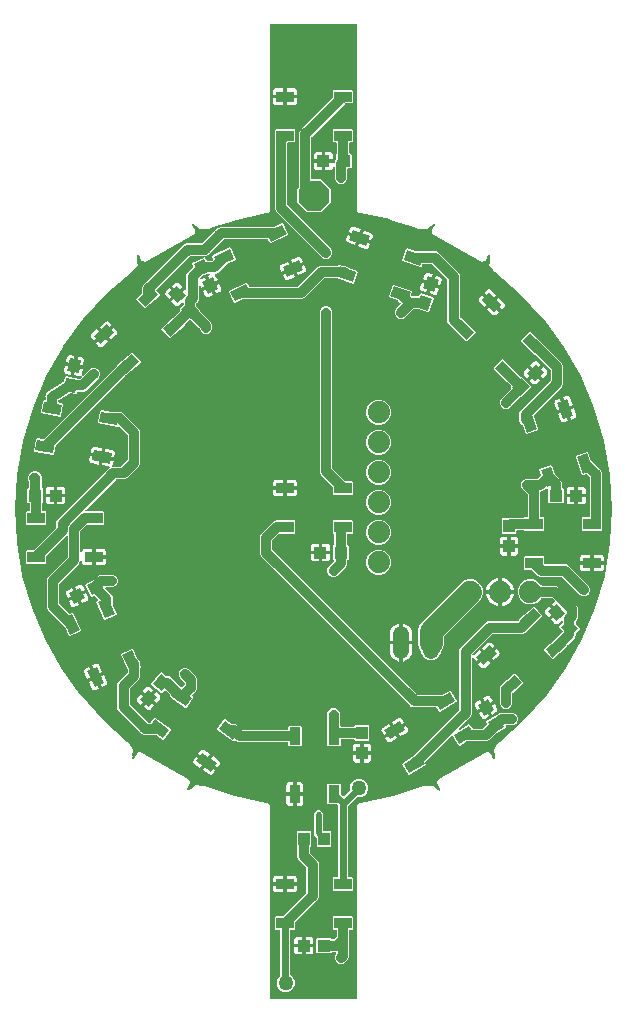
<source format=gtl>
G04 EAGLE Gerber RS-274X export*
G75*
%MOMM*%
%FSLAX34Y34*%
%LPD*%
%INTop Copper*%
%IPPOS*%
%AMOC8*
5,1,8,0,0,1.08239X$1,22.5*%
G01*
%ADD10R,1.500000X0.900000*%
%ADD11R,0.900000X1.500000*%
%ADD12C,1.879600*%
%ADD13R,1.100000X1.000000*%
%ADD14R,1.000000X1.100000*%
%ADD15C,1.371600*%
%ADD16P,2.763017X8X112.500000*%
%ADD17C,1.270000*%
%ADD18C,0.812800*%
%ADD19C,0.609600*%
%ADD20C,0.525000*%
%ADD21C,1.905000*%
%ADD22C,0.508000*%

G36*
X292518Y3306D02*
X292518Y3306D01*
X292537Y3304D01*
X292639Y3326D01*
X292741Y3342D01*
X292758Y3352D01*
X292778Y3356D01*
X292867Y3409D01*
X292958Y3458D01*
X292972Y3472D01*
X292989Y3482D01*
X293056Y3561D01*
X293128Y3636D01*
X293136Y3654D01*
X293149Y3669D01*
X293188Y3765D01*
X293231Y3859D01*
X293233Y3879D01*
X293241Y3897D01*
X293259Y4064D01*
X293259Y165133D01*
X293257Y165146D01*
X293243Y165291D01*
X293047Y166210D01*
X293137Y166349D01*
X293141Y166360D01*
X293149Y166369D01*
X293191Y166473D01*
X293235Y166575D01*
X293236Y166586D01*
X293241Y166597D01*
X293259Y166763D01*
X293259Y166929D01*
X293924Y167593D01*
X293932Y167605D01*
X294024Y167718D01*
X294535Y168506D01*
X294697Y168540D01*
X294708Y168545D01*
X294720Y168546D01*
X294822Y168589D01*
X294926Y168630D01*
X294935Y168637D01*
X294946Y168642D01*
X295077Y168747D01*
X295194Y168864D01*
X296134Y168864D01*
X296147Y168866D01*
X296292Y168880D01*
X323010Y174576D01*
X323037Y174587D01*
X323091Y174598D01*
X348397Y183011D01*
X348496Y183062D01*
X348596Y183111D01*
X348607Y183121D01*
X348615Y183125D01*
X348634Y183144D01*
X348722Y183223D01*
X348922Y183444D01*
X349735Y183485D01*
X349754Y183489D01*
X349773Y183488D01*
X349937Y183523D01*
X350710Y183780D01*
X350977Y183646D01*
X351084Y183613D01*
X351189Y183576D01*
X351203Y183575D01*
X351212Y183573D01*
X351239Y183573D01*
X351356Y183566D01*
X354813Y183740D01*
X354844Y183747D01*
X354914Y183752D01*
X355992Y183953D01*
X356024Y183938D01*
X356056Y183913D01*
X356135Y183886D01*
X356210Y183850D01*
X356250Y183846D01*
X356288Y183832D01*
X356450Y183823D01*
X356451Y183823D01*
X357264Y183088D01*
X357291Y183070D01*
X357344Y183024D01*
X360289Y181005D01*
X360371Y180966D01*
X360450Y180921D01*
X360490Y180910D01*
X360512Y180900D01*
X360544Y180897D01*
X360612Y180879D01*
X361025Y180821D01*
X361446Y180260D01*
X361475Y180232D01*
X361497Y180199D01*
X361622Y180091D01*
X361623Y180090D01*
X361624Y180090D01*
X362261Y179653D01*
X362316Y179627D01*
X362366Y179593D01*
X362426Y179575D01*
X362484Y179548D01*
X362544Y179541D01*
X362602Y179525D01*
X362665Y179528D01*
X362728Y179520D01*
X362787Y179533D01*
X362848Y179536D01*
X362907Y179558D01*
X362968Y179572D01*
X363021Y179603D01*
X363077Y179624D01*
X363126Y179665D01*
X363180Y179697D01*
X363220Y179743D01*
X363266Y179782D01*
X363299Y179835D01*
X363341Y179883D01*
X363364Y179940D01*
X363395Y179991D01*
X363410Y180053D01*
X363433Y180111D01*
X363437Y180172D01*
X363451Y180231D01*
X363445Y180293D01*
X363449Y180357D01*
X363433Y180415D01*
X363427Y180475D01*
X363393Y180563D01*
X363385Y180594D01*
X363376Y180608D01*
X363367Y180632D01*
X361340Y184529D01*
X361332Y184539D01*
X361324Y184558D01*
X360650Y185726D01*
X360645Y185749D01*
X361053Y187041D01*
X361054Y187054D01*
X361062Y187073D01*
X361411Y188375D01*
X361424Y188396D01*
X362626Y189021D01*
X362636Y189029D01*
X362655Y189037D01*
X401433Y211426D01*
X401443Y211435D01*
X401461Y211444D01*
X402598Y212169D01*
X402621Y212175D01*
X403930Y211824D01*
X403943Y211823D01*
X403963Y211816D01*
X405279Y211525D01*
X405300Y211513D01*
X405977Y210340D01*
X405986Y210330D01*
X405995Y210311D01*
X408358Y206606D01*
X408398Y206561D01*
X408430Y206510D01*
X408479Y206470D01*
X408522Y206422D01*
X408574Y206393D01*
X408621Y206355D01*
X408680Y206332D01*
X408736Y206301D01*
X408795Y206290D01*
X408851Y206268D01*
X408915Y206266D01*
X408977Y206254D01*
X409037Y206262D01*
X409097Y206260D01*
X409158Y206278D01*
X409221Y206287D01*
X409275Y206313D01*
X409333Y206330D01*
X409385Y206367D01*
X409442Y206395D01*
X409484Y206438D01*
X409534Y206472D01*
X409571Y206524D01*
X409616Y206569D01*
X409643Y206622D01*
X409679Y206671D01*
X409698Y206732D01*
X409726Y206788D01*
X409735Y206848D01*
X409753Y206905D01*
X409756Y207000D01*
X409761Y207032D01*
X409758Y207048D01*
X409759Y207073D01*
X409700Y207840D01*
X409690Y207879D01*
X409690Y207919D01*
X409642Y208076D01*
X409642Y208079D01*
X409641Y208080D01*
X409367Y208723D01*
X409524Y209111D01*
X409543Y209200D01*
X409571Y209286D01*
X409572Y209328D01*
X409577Y209351D01*
X409574Y209383D01*
X409576Y209454D01*
X409303Y213027D01*
X409295Y213058D01*
X409288Y213128D01*
X409059Y214201D01*
X409073Y214233D01*
X409097Y214266D01*
X409122Y214345D01*
X409155Y214421D01*
X409159Y214461D01*
X409171Y214500D01*
X409177Y214662D01*
X409891Y215495D01*
X409908Y215522D01*
X409952Y215576D01*
X411831Y218474D01*
X411875Y218576D01*
X411923Y218678D01*
X411926Y218691D01*
X411929Y218700D01*
X411932Y218726D01*
X411952Y218843D01*
X411969Y219139D01*
X412580Y219681D01*
X412592Y219696D01*
X412607Y219706D01*
X412705Y219825D01*
X412710Y219831D01*
X412711Y219833D01*
X412714Y219836D01*
X413158Y220522D01*
X413448Y220583D01*
X413552Y220624D01*
X413657Y220662D01*
X413668Y220670D01*
X413677Y220673D01*
X413697Y220690D01*
X413794Y220759D01*
X434362Y239016D01*
X434381Y239038D01*
X434423Y239076D01*
X453400Y260158D01*
X453415Y260183D01*
X453453Y260225D01*
X469916Y283247D01*
X469929Y283273D01*
X469962Y283319D01*
X483741Y308053D01*
X483751Y308081D01*
X483778Y308131D01*
X494697Y334317D01*
X494703Y334345D01*
X494725Y334398D01*
X502571Y361539D01*
X502575Y361568D01*
X502590Y361623D01*
X507315Y389448D01*
X507315Y389477D01*
X507324Y389533D01*
X508904Y417842D01*
X508900Y417871D01*
X508903Y417929D01*
X507223Y446899D01*
X507217Y446928D01*
X507213Y446987D01*
X502213Y475465D01*
X502203Y475493D01*
X502192Y475551D01*
X493926Y503303D01*
X493913Y503330D01*
X493896Y503386D01*
X482459Y530084D01*
X482444Y530109D01*
X482421Y530162D01*
X468039Y555345D01*
X468021Y555368D01*
X467992Y555417D01*
X450849Y578823D01*
X450828Y578844D01*
X450795Y578890D01*
X431100Y600242D01*
X431077Y600260D01*
X431038Y600301D01*
X409734Y618712D01*
X409639Y618770D01*
X409545Y618832D01*
X409532Y618836D01*
X409524Y618841D01*
X409498Y618847D01*
X409385Y618883D01*
X409095Y618940D01*
X408641Y619620D01*
X408628Y619634D01*
X408620Y619650D01*
X408506Y619773D01*
X407887Y620308D01*
X407866Y620603D01*
X407840Y620711D01*
X407817Y620821D01*
X407811Y620833D01*
X407809Y620842D01*
X407795Y620864D01*
X407740Y620970D01*
X405817Y623850D01*
X405795Y623873D01*
X405755Y623931D01*
X405030Y624754D01*
X405026Y624788D01*
X405031Y624829D01*
X405014Y624910D01*
X405006Y624993D01*
X404989Y625030D01*
X404981Y625070D01*
X404906Y625213D01*
X405121Y626289D01*
X405122Y626321D01*
X405134Y626390D01*
X405360Y629960D01*
X405351Y630050D01*
X405350Y630141D01*
X405338Y630181D01*
X405336Y630204D01*
X405322Y630234D01*
X405302Y630302D01*
X405141Y630687D01*
X405407Y631334D01*
X405416Y631374D01*
X405433Y631410D01*
X405462Y631572D01*
X405462Y631574D01*
X405462Y631575D01*
X405510Y632341D01*
X405505Y632401D01*
X405509Y632462D01*
X405492Y632523D01*
X405486Y632586D01*
X405461Y632641D01*
X405446Y632699D01*
X405411Y632753D01*
X405385Y632810D01*
X405344Y632855D01*
X405311Y632905D01*
X405261Y632944D01*
X405218Y632991D01*
X405165Y633019D01*
X405117Y633057D01*
X405057Y633078D01*
X405002Y633108D01*
X404942Y633118D01*
X404885Y633139D01*
X404822Y633140D01*
X404759Y633151D01*
X404700Y633141D01*
X404639Y633142D01*
X404579Y633123D01*
X404516Y633114D01*
X404463Y633086D01*
X404405Y633068D01*
X404354Y633030D01*
X404298Y633001D01*
X404255Y632958D01*
X404207Y632922D01*
X404149Y632848D01*
X404126Y632825D01*
X404119Y632810D01*
X404103Y632790D01*
X401790Y629050D01*
X401785Y629038D01*
X401773Y629021D01*
X401115Y627845D01*
X401097Y627828D01*
X399779Y627518D01*
X399766Y627513D01*
X399746Y627509D01*
X398449Y627143D01*
X398424Y627143D01*
X397273Y627856D01*
X397261Y627861D01*
X397244Y627873D01*
X358164Y649730D01*
X358152Y649734D01*
X358135Y649745D01*
X356930Y650351D01*
X356913Y650368D01*
X356544Y651671D01*
X356539Y651683D01*
X356534Y651703D01*
X356111Y652983D01*
X356110Y653008D01*
X356772Y654190D01*
X356776Y654203D01*
X356788Y654220D01*
X358759Y658142D01*
X358777Y658199D01*
X358805Y658253D01*
X358814Y658316D01*
X358833Y658376D01*
X358831Y658437D01*
X358840Y658497D01*
X358829Y658559D01*
X358827Y658622D01*
X358807Y658679D01*
X358796Y658739D01*
X358766Y658794D01*
X358744Y658854D01*
X358707Y658901D01*
X358677Y658954D01*
X358631Y658997D01*
X358591Y659046D01*
X358541Y659079D01*
X358496Y659120D01*
X358438Y659146D01*
X358385Y659180D01*
X358326Y659196D01*
X358271Y659220D01*
X358208Y659226D01*
X358147Y659242D01*
X358086Y659237D01*
X358026Y659243D01*
X357965Y659228D01*
X357902Y659224D01*
X357846Y659200D01*
X357787Y659186D01*
X357705Y659141D01*
X357675Y659129D01*
X357663Y659118D01*
X357640Y659105D01*
X357006Y658658D01*
X356978Y658630D01*
X356944Y658609D01*
X356832Y658487D01*
X356831Y658486D01*
X356831Y658485D01*
X356830Y658485D01*
X356418Y657919D01*
X356006Y657855D01*
X355919Y657826D01*
X355831Y657806D01*
X355794Y657785D01*
X355772Y657778D01*
X355746Y657759D01*
X355684Y657724D01*
X352762Y655661D01*
X352739Y655639D01*
X352683Y655597D01*
X351880Y654851D01*
X351844Y654846D01*
X351804Y654850D01*
X351723Y654831D01*
X351641Y654821D01*
X351604Y654803D01*
X351565Y654794D01*
X351423Y654715D01*
X351422Y654715D01*
X350342Y654901D01*
X350310Y654901D01*
X350241Y654911D01*
X346785Y655038D01*
X346676Y655024D01*
X346566Y655014D01*
X346551Y655008D01*
X346541Y655007D01*
X346516Y654995D01*
X346409Y654954D01*
X346137Y654814D01*
X345368Y655061D01*
X345348Y655064D01*
X345329Y655072D01*
X345163Y655097D01*
X344356Y655126D01*
X344148Y655350D01*
X344061Y655418D01*
X343976Y655488D01*
X343962Y655495D01*
X343954Y655501D01*
X343927Y655510D01*
X343823Y655557D01*
X320737Y662966D01*
X320710Y662970D01*
X320661Y662986D01*
X296295Y668123D01*
X296280Y668124D01*
X296138Y668139D01*
X295194Y668139D01*
X295080Y668253D01*
X295070Y668260D01*
X295063Y668270D01*
X294971Y668332D01*
X294881Y668396D01*
X294869Y668400D01*
X294859Y668407D01*
X294699Y668459D01*
X294542Y668492D01*
X294026Y669284D01*
X294016Y669295D01*
X293927Y669406D01*
X293259Y670074D01*
X293259Y670234D01*
X293257Y670247D01*
X293259Y670259D01*
X293237Y670368D01*
X293220Y670477D01*
X293214Y670488D01*
X293211Y670500D01*
X293136Y670650D01*
X293048Y670785D01*
X293243Y671709D01*
X293244Y671724D01*
X293259Y671866D01*
X293259Y827381D01*
X293256Y827401D01*
X293258Y827420D01*
X293236Y827522D01*
X293220Y827624D01*
X293210Y827641D01*
X293206Y827661D01*
X293153Y827750D01*
X293104Y827841D01*
X293090Y827855D01*
X293080Y827872D01*
X293001Y827939D01*
X292926Y828011D01*
X292908Y828019D01*
X292893Y828032D01*
X292797Y828071D01*
X292703Y828114D01*
X292683Y828116D01*
X292665Y828124D01*
X292498Y828142D01*
X219717Y828142D01*
X219697Y828139D01*
X219678Y828141D01*
X219576Y828119D01*
X219474Y828103D01*
X219457Y828093D01*
X219437Y828089D01*
X219348Y828036D01*
X219257Y827987D01*
X219243Y827973D01*
X219226Y827963D01*
X219159Y827884D01*
X219087Y827809D01*
X219079Y827791D01*
X219066Y827776D01*
X219027Y827680D01*
X218984Y827586D01*
X218982Y827566D01*
X218974Y827548D01*
X218956Y827381D01*
X218956Y671809D01*
X218958Y671794D01*
X218972Y671651D01*
X219168Y670729D01*
X219079Y670593D01*
X219074Y670582D01*
X219066Y670573D01*
X219024Y670469D01*
X218980Y670368D01*
X218979Y670356D01*
X218974Y670345D01*
X218956Y670178D01*
X218956Y670015D01*
X218290Y669349D01*
X218281Y669337D01*
X218190Y669225D01*
X217676Y668436D01*
X217517Y668402D01*
X217505Y668397D01*
X217493Y668397D01*
X217392Y668353D01*
X217287Y668313D01*
X217278Y668305D01*
X217267Y668300D01*
X217136Y668195D01*
X217021Y668080D01*
X216079Y668080D01*
X216064Y668078D01*
X215921Y668064D01*
X191566Y662903D01*
X191541Y662893D01*
X191491Y662883D01*
X168402Y655490D01*
X168304Y655440D01*
X168205Y655393D01*
X168192Y655383D01*
X168183Y655378D01*
X168163Y655357D01*
X168077Y655284D01*
X167867Y655058D01*
X167062Y655031D01*
X167042Y655026D01*
X167021Y655028D01*
X166856Y654995D01*
X166090Y654749D01*
X165816Y654891D01*
X165712Y654925D01*
X165608Y654962D01*
X165592Y654963D01*
X165582Y654967D01*
X165553Y654966D01*
X165441Y654975D01*
X161972Y654856D01*
X161940Y654849D01*
X161870Y654845D01*
X160790Y654661D01*
X160758Y654677D01*
X160726Y654702D01*
X160648Y654731D01*
X160574Y654767D01*
X160533Y654772D01*
X160495Y654786D01*
X160333Y654799D01*
X159532Y655547D01*
X159505Y655564D01*
X159453Y655611D01*
X156539Y657678D01*
X156457Y657718D01*
X156380Y657764D01*
X156340Y657775D01*
X156318Y657786D01*
X156286Y657790D01*
X156218Y657809D01*
X155806Y657874D01*
X155394Y658441D01*
X155380Y658456D01*
X155372Y658469D01*
X155359Y658479D01*
X155344Y658503D01*
X155221Y658613D01*
X155220Y658614D01*
X155219Y658614D01*
X154590Y659060D01*
X154536Y659087D01*
X154487Y659122D01*
X154426Y659140D01*
X154369Y659168D01*
X154309Y659176D01*
X154251Y659194D01*
X154188Y659192D01*
X154125Y659200D01*
X154066Y659188D01*
X154005Y659187D01*
X153946Y659165D01*
X153884Y659153D01*
X153832Y659123D01*
X153775Y659102D01*
X153725Y659062D01*
X153671Y659031D01*
X153630Y658985D01*
X153583Y658947D01*
X153549Y658894D01*
X153507Y658847D01*
X153483Y658791D01*
X153451Y658740D01*
X153435Y658679D01*
X153411Y658621D01*
X153406Y658560D01*
X153391Y658501D01*
X153396Y658438D01*
X153391Y658375D01*
X153406Y658317D01*
X153411Y658256D01*
X153443Y658168D01*
X153451Y658137D01*
X153460Y658123D01*
X153469Y658099D01*
X155433Y654171D01*
X155441Y654160D01*
X155449Y654141D01*
X156104Y652963D01*
X156109Y652940D01*
X155681Y651655D01*
X155679Y651642D01*
X155671Y651623D01*
X155301Y650326D01*
X155288Y650306D01*
X154076Y649700D01*
X154066Y649692D01*
X154047Y649684D01*
X114917Y627914D01*
X114907Y627906D01*
X114888Y627897D01*
X113740Y627191D01*
X113717Y627185D01*
X112414Y627556D01*
X112401Y627558D01*
X112381Y627565D01*
X111070Y627877D01*
X111049Y627889D01*
X110390Y629073D01*
X110382Y629084D01*
X110373Y629102D01*
X108070Y632844D01*
X108031Y632889D01*
X107999Y632941D01*
X107951Y632982D01*
X107909Y633030D01*
X107857Y633060D01*
X107811Y633099D01*
X107752Y633122D01*
X107697Y633155D01*
X107638Y633167D01*
X107582Y633189D01*
X107519Y633192D01*
X107456Y633205D01*
X107397Y633198D01*
X107337Y633201D01*
X107275Y633184D01*
X107212Y633177D01*
X107158Y633151D01*
X107100Y633135D01*
X107047Y633099D01*
X106990Y633072D01*
X106946Y633030D01*
X106897Y632996D01*
X106858Y632945D01*
X106813Y632901D01*
X106785Y632848D01*
X106748Y632800D01*
X106728Y632740D01*
X106699Y632683D01*
X106689Y632624D01*
X106670Y632567D01*
X106666Y632472D01*
X106661Y632440D01*
X106663Y632425D01*
X106662Y632399D01*
X106708Y631633D01*
X106717Y631594D01*
X106717Y631553D01*
X106762Y631396D01*
X106763Y631393D01*
X106763Y631392D01*
X107027Y630745D01*
X106864Y630359D01*
X106843Y630271D01*
X106814Y630185D01*
X106812Y630143D01*
X106807Y630120D01*
X106810Y630088D01*
X106806Y630017D01*
X107022Y626439D01*
X107029Y626408D01*
X107035Y626338D01*
X107247Y625261D01*
X107233Y625230D01*
X107208Y625197D01*
X107182Y625119D01*
X107147Y625043D01*
X107143Y625003D01*
X107130Y624964D01*
X107122Y624802D01*
X106395Y623982D01*
X106377Y623954D01*
X106332Y623901D01*
X104408Y621035D01*
X104361Y620933D01*
X104311Y620832D01*
X104309Y620819D01*
X104305Y620811D01*
X104303Y620785D01*
X104281Y620667D01*
X104259Y620374D01*
X103638Y619840D01*
X103626Y619826D01*
X103611Y619815D01*
X103503Y619687D01*
X103046Y619007D01*
X102758Y618951D01*
X102653Y618911D01*
X102547Y618875D01*
X102536Y618868D01*
X102528Y618865D01*
X102507Y618848D01*
X102408Y618780D01*
X81052Y600390D01*
X81033Y600367D01*
X80990Y600330D01*
X61266Y578983D01*
X61249Y578959D01*
X61211Y578917D01*
X44073Y555515D01*
X44059Y555489D01*
X44025Y555442D01*
X29662Y530242D01*
X29652Y530215D01*
X29623Y530164D01*
X18219Y503432D01*
X18212Y503403D01*
X18189Y503349D01*
X9968Y475585D01*
X9964Y475555D01*
X9947Y475499D01*
X4985Y447010D01*
X4985Y446980D01*
X4975Y446923D01*
X3312Y417929D01*
X3316Y417900D01*
X3312Y417843D01*
X4889Y389520D01*
X4895Y389492D01*
X4898Y389436D01*
X9619Y361582D01*
X9628Y361554D01*
X9638Y361498D01*
X17489Y334316D01*
X17501Y334290D01*
X17517Y334234D01*
X28438Y308038D01*
X28453Y308013D01*
X28475Y307960D01*
X42261Y283226D01*
X42279Y283203D01*
X42307Y283153D01*
X58804Y260116D01*
X58824Y260096D01*
X58858Y260049D01*
X77871Y238977D01*
X77894Y238959D01*
X77932Y238917D01*
X98511Y220706D01*
X98605Y220647D01*
X98698Y220584D01*
X98711Y220580D01*
X98719Y220575D01*
X98744Y220569D01*
X98857Y220532D01*
X99148Y220470D01*
X99592Y219786D01*
X99605Y219772D01*
X99613Y219755D01*
X99726Y219631D01*
X100337Y219090D01*
X100355Y218793D01*
X100380Y218684D01*
X100402Y218575D01*
X100408Y218562D01*
X100410Y218554D01*
X100424Y218531D01*
X100477Y218425D01*
X102364Y215522D01*
X102385Y215499D01*
X102425Y215441D01*
X103140Y214609D01*
X103143Y214574D01*
X103138Y214534D01*
X103154Y214453D01*
X103161Y214370D01*
X103177Y214332D01*
X103185Y214292D01*
X103258Y214148D01*
X103030Y213075D01*
X103029Y213043D01*
X103016Y212974D01*
X102747Y209410D01*
X102755Y209319D01*
X102755Y209229D01*
X102766Y209188D01*
X102768Y209165D01*
X102781Y209135D01*
X102800Y209067D01*
X102957Y208681D01*
X102683Y208036D01*
X102674Y207997D01*
X102656Y207961D01*
X102626Y207798D01*
X102625Y207797D01*
X102625Y207796D01*
X102567Y207028D01*
X102572Y206968D01*
X102568Y206908D01*
X102583Y206846D01*
X102589Y206783D01*
X102613Y206728D01*
X102627Y206669D01*
X102662Y206615D01*
X102687Y206558D01*
X102727Y206513D01*
X102760Y206462D01*
X102810Y206422D01*
X102852Y206375D01*
X102905Y206346D01*
X102952Y206308D01*
X103011Y206286D01*
X103067Y206255D01*
X103126Y206244D01*
X103183Y206223D01*
X103246Y206221D01*
X103308Y206210D01*
X103368Y206218D01*
X103429Y206216D01*
X103489Y206235D01*
X103552Y206244D01*
X103606Y206271D01*
X103664Y206288D01*
X103715Y206325D01*
X103772Y206354D01*
X103815Y206397D01*
X103864Y206432D01*
X103923Y206505D01*
X103946Y206528D01*
X103953Y206542D01*
X103969Y206563D01*
X106326Y210273D01*
X106331Y210285D01*
X106343Y210302D01*
X107016Y211471D01*
X107033Y211487D01*
X108356Y211782D01*
X108368Y211787D01*
X108388Y211790D01*
X109690Y212141D01*
X109714Y212140D01*
X110858Y211413D01*
X110870Y211408D01*
X110887Y211396D01*
X149702Y189070D01*
X149714Y189066D01*
X149731Y189054D01*
X150928Y188434D01*
X150945Y188418D01*
X151298Y187109D01*
X151303Y187097D01*
X151307Y187077D01*
X151715Y185792D01*
X151715Y185769D01*
X151039Y184594D01*
X151035Y184581D01*
X151023Y184564D01*
X149003Y180665D01*
X148985Y180608D01*
X148957Y180554D01*
X148947Y180492D01*
X148927Y180431D01*
X148928Y180371D01*
X148918Y180312D01*
X148929Y180249D01*
X148929Y180186D01*
X148949Y180129D01*
X148959Y180069D01*
X148989Y180013D01*
X149010Y179953D01*
X149047Y179905D01*
X149075Y179852D01*
X149121Y179809D01*
X149160Y179758D01*
X149210Y179725D01*
X149254Y179684D01*
X149312Y179657D01*
X149365Y179622D01*
X149423Y179606D01*
X149478Y179581D01*
X149541Y179574D01*
X149602Y179558D01*
X149662Y179561D01*
X149722Y179555D01*
X149784Y179569D01*
X149848Y179573D01*
X149904Y179595D01*
X149962Y179608D01*
X150045Y179653D01*
X150076Y179665D01*
X150088Y179676D01*
X150110Y179688D01*
X150744Y180123D01*
X150773Y180151D01*
X150808Y180172D01*
X150920Y180292D01*
X150922Y180293D01*
X150922Y180294D01*
X151342Y180854D01*
X151755Y180913D01*
X151842Y180940D01*
X151930Y180960D01*
X151967Y180980D01*
X151990Y180987D01*
X152016Y181006D01*
X152078Y181039D01*
X155030Y183067D01*
X155054Y183089D01*
X155084Y183111D01*
X155087Y183113D01*
X155088Y183114D01*
X155110Y183130D01*
X155923Y183866D01*
X155958Y183870D01*
X155999Y183866D01*
X156080Y183884D01*
X156162Y183893D01*
X156199Y183911D01*
X156239Y183919D01*
X156382Y183996D01*
X157460Y183796D01*
X157492Y183795D01*
X157561Y183784D01*
X161012Y183613D01*
X161123Y183625D01*
X161234Y183634D01*
X161247Y183639D01*
X161257Y183640D01*
X161281Y183652D01*
X161391Y183693D01*
X161658Y183827D01*
X162431Y183570D01*
X162450Y183567D01*
X162468Y183559D01*
X162633Y183532D01*
X163446Y183492D01*
X163647Y183270D01*
X163734Y183201D01*
X163819Y183129D01*
X163832Y183123D01*
X163839Y183117D01*
X163865Y183108D01*
X163971Y183059D01*
X189202Y174680D01*
X189230Y174676D01*
X189282Y174659D01*
X215924Y168940D01*
X215936Y168939D01*
X216084Y168923D01*
X217021Y168923D01*
X217140Y168803D01*
X217149Y168797D01*
X217156Y168788D01*
X217249Y168725D01*
X217340Y168660D01*
X217351Y168657D01*
X217360Y168650D01*
X217519Y168597D01*
X217684Y168562D01*
X218192Y167775D01*
X218201Y167766D01*
X218293Y167650D01*
X218956Y166988D01*
X218956Y166819D01*
X218958Y166809D01*
X218956Y166798D01*
X218977Y166687D01*
X218995Y166577D01*
X219001Y166567D01*
X219003Y166556D01*
X219078Y166406D01*
X219169Y166264D01*
X218973Y165348D01*
X218972Y165336D01*
X218956Y165189D01*
X218956Y4064D01*
X218959Y4044D01*
X218957Y4025D01*
X218979Y3923D01*
X218995Y3821D01*
X219005Y3804D01*
X219009Y3784D01*
X219062Y3695D01*
X219111Y3604D01*
X219125Y3590D01*
X219135Y3573D01*
X219214Y3506D01*
X219289Y3434D01*
X219307Y3426D01*
X219322Y3413D01*
X219418Y3374D01*
X219512Y3331D01*
X219532Y3329D01*
X219550Y3321D01*
X219717Y3303D01*
X292498Y3303D01*
X292518Y3306D01*
G37*
%LPC*%
G36*
X49054Y310318D02*
X49054Y310318D01*
X45610Y317704D01*
X45582Y317745D01*
X45563Y317790D01*
X45485Y317887D01*
X45471Y317907D01*
X45465Y317912D01*
X45458Y317920D01*
X32645Y330733D01*
X31037Y332341D01*
X30225Y334302D01*
X30225Y357931D01*
X31037Y359892D01*
X47782Y376637D01*
X47835Y376711D01*
X47895Y376780D01*
X47907Y376810D01*
X47926Y376837D01*
X47953Y376923D01*
X47987Y377008D01*
X47991Y377049D01*
X47998Y377072D01*
X47997Y377104D01*
X48005Y377175D01*
X48005Y394603D01*
X48003Y394616D01*
X48004Y394625D01*
X47994Y394672D01*
X47994Y394674D01*
X47992Y394746D01*
X47974Y394794D01*
X47966Y394846D01*
X47932Y394909D01*
X47907Y394977D01*
X47875Y395017D01*
X47850Y395063D01*
X47798Y395113D01*
X47754Y395169D01*
X47710Y395197D01*
X47672Y395233D01*
X47607Y395263D01*
X47547Y395302D01*
X47496Y395314D01*
X47449Y395336D01*
X47378Y395344D01*
X47308Y395362D01*
X47256Y395358D01*
X47205Y395363D01*
X47134Y395348D01*
X47063Y395342D01*
X47015Y395322D01*
X46964Y395311D01*
X46903Y395274D01*
X46837Y395246D01*
X46781Y395201D01*
X46753Y395185D01*
X46738Y395167D01*
X46706Y395141D01*
X46603Y395038D01*
X30214Y378649D01*
X30161Y378575D01*
X30101Y378506D01*
X30089Y378476D01*
X30070Y378449D01*
X30043Y378363D01*
X30009Y378278D01*
X30005Y378237D01*
X29998Y378214D01*
X29999Y378182D01*
X29991Y378111D01*
X29991Y372174D01*
X29246Y371429D01*
X13194Y371429D01*
X12449Y372174D01*
X12449Y382226D01*
X13194Y382971D01*
X19131Y382971D01*
X19221Y382985D01*
X19312Y382993D01*
X19342Y383005D01*
X19374Y383010D01*
X19454Y383053D01*
X19538Y383089D01*
X19570Y383115D01*
X19591Y383126D01*
X19613Y383149D01*
X19669Y383194D01*
X38130Y401655D01*
X38183Y401729D01*
X38191Y401737D01*
X38222Y401770D01*
X38225Y401777D01*
X38243Y401798D01*
X38255Y401828D01*
X38274Y401855D01*
X38299Y401937D01*
X38325Y401993D01*
X38327Y402006D01*
X38335Y402026D01*
X38339Y402067D01*
X38346Y402090D01*
X38345Y402122D01*
X38353Y402193D01*
X38353Y406379D01*
X39165Y408340D01*
X83445Y452619D01*
X83448Y452624D01*
X83452Y452627D01*
X83520Y452724D01*
X83588Y452819D01*
X83590Y452824D01*
X83593Y452828D01*
X83626Y452942D01*
X83661Y453054D01*
X83661Y453059D01*
X83662Y453064D01*
X83657Y453182D01*
X83654Y453300D01*
X83653Y453305D01*
X83652Y453310D01*
X83611Y453419D01*
X83570Y453531D01*
X83567Y453535D01*
X83565Y453540D01*
X83491Y453630D01*
X83416Y453723D01*
X83412Y453726D01*
X83408Y453730D01*
X83309Y453792D01*
X83209Y453856D01*
X83204Y453857D01*
X83200Y453860D01*
X83039Y453907D01*
X77420Y454898D01*
X78378Y460332D01*
X86766Y458853D01*
X86191Y455592D01*
X85909Y454985D01*
X85833Y454895D01*
X85813Y454862D01*
X85787Y454834D01*
X85751Y454757D01*
X85707Y454684D01*
X85699Y454646D01*
X85683Y454611D01*
X85674Y454527D01*
X85656Y454443D01*
X85660Y454405D01*
X85656Y454367D01*
X85674Y454283D01*
X85684Y454199D01*
X85700Y454164D01*
X85708Y454126D01*
X85752Y454053D01*
X85788Y453976D01*
X85814Y453948D01*
X85834Y453915D01*
X85899Y453860D01*
X85958Y453798D01*
X85992Y453780D01*
X86021Y453755D01*
X86100Y453723D01*
X86175Y453684D01*
X86213Y453678D01*
X86249Y453663D01*
X86416Y453645D01*
X92725Y453645D01*
X92815Y453659D01*
X92906Y453667D01*
X92936Y453679D01*
X92968Y453684D01*
X93048Y453727D01*
X93132Y453763D01*
X93164Y453789D01*
X93185Y453800D01*
X93207Y453823D01*
X93263Y453868D01*
X98582Y459187D01*
X98635Y459261D01*
X98695Y459330D01*
X98707Y459360D01*
X98726Y459387D01*
X98753Y459473D01*
X98787Y459558D01*
X98791Y459599D01*
X98798Y459622D01*
X98797Y459654D01*
X98805Y459725D01*
X98805Y480075D01*
X98791Y480165D01*
X98783Y480256D01*
X98771Y480286D01*
X98766Y480318D01*
X98723Y480398D01*
X98687Y480482D01*
X98661Y480514D01*
X98650Y480535D01*
X98627Y480557D01*
X98582Y480613D01*
X91346Y487850D01*
X91283Y487895D01*
X91227Y487947D01*
X91184Y487966D01*
X91146Y487993D01*
X91073Y488016D01*
X91002Y488047D01*
X90956Y488052D01*
X90911Y488066D01*
X90834Y488064D01*
X90758Y488071D01*
X90712Y488061D01*
X90665Y488059D01*
X90593Y488033D01*
X90518Y488016D01*
X90463Y487985D01*
X90434Y487975D01*
X90413Y487958D01*
X90371Y487935D01*
X89775Y487518D01*
X73966Y490306D01*
X73363Y491168D01*
X75108Y501068D01*
X75971Y501672D01*
X85785Y499941D01*
X85816Y499941D01*
X85917Y499930D01*
X93206Y499930D01*
X95167Y499117D01*
X108663Y485622D01*
X109475Y483661D01*
X109475Y456139D01*
X108663Y454178D01*
X98272Y443787D01*
X96311Y442975D01*
X89205Y442975D01*
X89115Y442961D01*
X89024Y442953D01*
X88994Y442941D01*
X88962Y442936D01*
X88882Y442893D01*
X88798Y442857D01*
X88766Y442831D01*
X88745Y442820D01*
X88723Y442797D01*
X88667Y442752D01*
X63185Y417270D01*
X63143Y417212D01*
X63093Y417160D01*
X63071Y417113D01*
X63041Y417071D01*
X63020Y417002D01*
X62990Y416937D01*
X62984Y416885D01*
X62969Y416835D01*
X62971Y416764D01*
X62963Y416693D01*
X62974Y416642D01*
X62975Y416590D01*
X63000Y416522D01*
X63015Y416452D01*
X63042Y416407D01*
X63060Y416359D01*
X63104Y416303D01*
X63141Y416241D01*
X63181Y416207D01*
X63213Y416167D01*
X63274Y416128D01*
X63328Y416081D01*
X63376Y416062D01*
X63420Y416034D01*
X63490Y416016D01*
X63556Y415989D01*
X63628Y415981D01*
X63659Y415973D01*
X63682Y415975D01*
X63723Y415971D01*
X78246Y415971D01*
X78991Y415226D01*
X78991Y405174D01*
X78246Y404429D01*
X64309Y404429D01*
X64219Y404415D01*
X64128Y404407D01*
X64098Y404395D01*
X64066Y404390D01*
X63986Y404347D01*
X63902Y404311D01*
X63870Y404285D01*
X63849Y404274D01*
X63827Y404251D01*
X63771Y404206D01*
X58898Y399333D01*
X58845Y399259D01*
X58785Y399190D01*
X58773Y399160D01*
X58754Y399133D01*
X58727Y399046D01*
X58693Y398962D01*
X58689Y398921D01*
X58682Y398898D01*
X58683Y398866D01*
X58675Y398795D01*
X58675Y382202D01*
X58679Y382178D01*
X58676Y382154D01*
X58698Y382057D01*
X58714Y381959D01*
X58726Y381938D01*
X58731Y381914D01*
X58783Y381829D01*
X58830Y381742D01*
X58847Y381725D01*
X58860Y381704D01*
X58936Y381641D01*
X59008Y381572D01*
X59030Y381562D01*
X59048Y381547D01*
X59141Y381510D01*
X59231Y381469D01*
X59255Y381466D01*
X59277Y381457D01*
X59377Y381452D01*
X59475Y381441D01*
X59499Y381447D01*
X59523Y381445D01*
X59619Y381473D01*
X59716Y381494D01*
X59736Y381506D01*
X59760Y381513D01*
X59842Y381569D01*
X59927Y381620D01*
X59943Y381638D01*
X59962Y381652D01*
X60022Y381731D01*
X60087Y381807D01*
X60096Y381829D01*
X60110Y381848D01*
X60171Y382005D01*
X60352Y382681D01*
X60687Y383260D01*
X61160Y383733D01*
X61739Y384068D01*
X62386Y384241D01*
X68697Y384241D01*
X68697Y377962D01*
X68700Y377942D01*
X68698Y377923D01*
X68720Y377821D01*
X68737Y377719D01*
X68746Y377702D01*
X68750Y377682D01*
X68803Y377593D01*
X68852Y377502D01*
X68866Y377488D01*
X68876Y377471D01*
X68955Y377404D01*
X69030Y377333D01*
X69048Y377324D01*
X69063Y377311D01*
X69159Y377272D01*
X69253Y377229D01*
X69273Y377227D01*
X69291Y377219D01*
X69458Y377201D01*
X70221Y377201D01*
X70221Y377199D01*
X69458Y377199D01*
X69438Y377196D01*
X69419Y377198D01*
X69317Y377176D01*
X69215Y377159D01*
X69198Y377150D01*
X69178Y377146D01*
X69089Y377093D01*
X68998Y377044D01*
X68984Y377030D01*
X68967Y377020D01*
X68900Y376941D01*
X68829Y376866D01*
X68820Y376848D01*
X68807Y376833D01*
X68768Y376737D01*
X68725Y376643D01*
X68723Y376623D01*
X68715Y376605D01*
X68697Y376438D01*
X68697Y370159D01*
X62386Y370159D01*
X61739Y370332D01*
X61160Y370667D01*
X60687Y371140D01*
X60352Y371719D01*
X60179Y372366D01*
X60179Y373394D01*
X60164Y373490D01*
X60154Y373587D01*
X60144Y373611D01*
X60140Y373637D01*
X60094Y373723D01*
X60054Y373812D01*
X60037Y373831D01*
X60024Y373854D01*
X59954Y373921D01*
X59888Y373993D01*
X59865Y374006D01*
X59846Y374024D01*
X59758Y374065D01*
X59672Y374112D01*
X59647Y374116D01*
X59623Y374127D01*
X59526Y374138D01*
X59430Y374155D01*
X59404Y374151D01*
X59379Y374154D01*
X59283Y374134D01*
X59187Y374119D01*
X59164Y374108D01*
X59138Y374102D01*
X59055Y374052D01*
X58968Y374008D01*
X58949Y373989D01*
X58927Y373976D01*
X58864Y373902D01*
X58796Y373832D01*
X58780Y373804D01*
X58767Y373789D01*
X58755Y373758D01*
X58715Y373685D01*
X57863Y371628D01*
X41118Y354883D01*
X41065Y354809D01*
X41005Y354740D01*
X40993Y354710D01*
X40974Y354683D01*
X40947Y354597D01*
X40913Y354512D01*
X40909Y354471D01*
X40902Y354448D01*
X40903Y354416D01*
X40895Y354345D01*
X40895Y337888D01*
X40909Y337798D01*
X40917Y337707D01*
X40929Y337677D01*
X40934Y337645D01*
X40977Y337565D01*
X41013Y337481D01*
X41039Y337449D01*
X41050Y337428D01*
X41073Y337406D01*
X41118Y337350D01*
X49060Y329407D01*
X49069Y329401D01*
X49075Y329393D01*
X49169Y329329D01*
X49260Y329264D01*
X49270Y329261D01*
X49279Y329255D01*
X49388Y329224D01*
X49495Y329191D01*
X49506Y329192D01*
X49516Y329189D01*
X49628Y329195D01*
X49741Y329198D01*
X49751Y329201D01*
X49761Y329202D01*
X49920Y329256D01*
X51740Y330104D01*
X52730Y329744D01*
X59514Y315196D01*
X59154Y314207D01*
X50043Y309958D01*
X49054Y310318D01*
G37*
%LPD*%
%LPC*%
G36*
X336280Y193322D02*
X336280Y193322D01*
X331254Y202028D01*
X331526Y203045D01*
X339191Y207470D01*
X339203Y207480D01*
X339218Y207487D01*
X339349Y207591D01*
X379252Y247495D01*
X379305Y247569D01*
X379365Y247638D01*
X379377Y247669D01*
X379396Y247695D01*
X379423Y247782D01*
X379457Y247867D01*
X379461Y247907D01*
X379468Y247930D01*
X379467Y247962D01*
X379475Y248033D01*
X379475Y298241D01*
X380287Y300202D01*
X402108Y322023D01*
X404069Y322835D01*
X429232Y322835D01*
X429340Y322852D01*
X429449Y322866D01*
X429461Y322872D01*
X429475Y322874D01*
X429572Y322926D01*
X429670Y322974D01*
X429680Y322983D01*
X429692Y322990D01*
X429768Y323069D01*
X429846Y323146D01*
X429852Y323158D01*
X429862Y323168D01*
X429908Y323268D01*
X429958Y323365D01*
X429961Y323381D01*
X429965Y323391D01*
X429968Y323419D01*
X429990Y323530D01*
X430104Y324829D01*
X442401Y335148D01*
X443450Y335056D01*
X449912Y327355D01*
X449820Y326307D01*
X440058Y318115D01*
X440042Y318097D01*
X440009Y318070D01*
X434916Y312977D01*
X432955Y312165D01*
X407655Y312165D01*
X407565Y312151D01*
X407474Y312143D01*
X407444Y312131D01*
X407412Y312126D01*
X407332Y312083D01*
X407248Y312047D01*
X407216Y312021D01*
X407195Y312010D01*
X407173Y311987D01*
X407117Y311942D01*
X390368Y295193D01*
X390315Y295119D01*
X390255Y295050D01*
X390243Y295020D01*
X390224Y294993D01*
X390197Y294907D01*
X390163Y294822D01*
X390159Y294781D01*
X390152Y294758D01*
X390153Y294726D01*
X390145Y294655D01*
X390145Y294339D01*
X390147Y294324D01*
X390145Y294309D01*
X390167Y294203D01*
X390184Y294096D01*
X390191Y294083D01*
X390194Y294068D01*
X390249Y293974D01*
X390300Y293878D01*
X390310Y293868D01*
X390318Y293856D01*
X390399Y293784D01*
X390478Y293709D01*
X390491Y293703D01*
X390502Y293693D01*
X390603Y293651D01*
X390701Y293605D01*
X390716Y293604D01*
X390729Y293598D01*
X390838Y293590D01*
X390945Y293578D01*
X390960Y293581D01*
X390974Y293580D01*
X391079Y293607D01*
X391186Y293631D01*
X391198Y293638D01*
X391213Y293642D01*
X391304Y293701D01*
X391397Y293757D01*
X391406Y293768D01*
X391419Y293776D01*
X391530Y293902D01*
X391899Y294429D01*
X396733Y298486D01*
X400280Y294259D01*
X393755Y288784D01*
X391627Y291321D01*
X391596Y291387D01*
X391550Y291454D01*
X391512Y291525D01*
X391495Y291542D01*
X391492Y291546D01*
X391480Y291557D01*
X391457Y291590D01*
X391393Y291639D01*
X391334Y291695D01*
X391295Y291713D01*
X391261Y291738D01*
X391184Y291764D01*
X391111Y291798D01*
X391068Y291803D01*
X391028Y291817D01*
X390947Y291816D01*
X390867Y291825D01*
X390825Y291816D01*
X390782Y291816D01*
X390705Y291790D01*
X390626Y291773D01*
X390589Y291751D01*
X390549Y291737D01*
X390484Y291688D01*
X390415Y291647D01*
X390387Y291614D01*
X390353Y291589D01*
X390308Y291522D01*
X390255Y291460D01*
X390239Y291420D01*
X390215Y291385D01*
X390194Y291307D01*
X390186Y291289D01*
X390173Y291260D01*
X390172Y291254D01*
X390163Y291232D01*
X390157Y291176D01*
X390149Y291148D01*
X390151Y291120D01*
X390145Y291065D01*
X390145Y244447D01*
X389333Y242486D01*
X387725Y240879D01*
X379067Y232221D01*
X379053Y232201D01*
X379035Y232186D01*
X378982Y232102D01*
X378924Y232021D01*
X378917Y231998D01*
X378904Y231978D01*
X378881Y231881D01*
X378851Y231786D01*
X378852Y231762D01*
X378846Y231739D01*
X378855Y231640D01*
X378858Y231540D01*
X378866Y231518D01*
X378868Y231494D01*
X378908Y231403D01*
X378942Y231309D01*
X378957Y231291D01*
X378967Y231268D01*
X379034Y231195D01*
X379096Y231117D01*
X379116Y231104D01*
X379132Y231086D01*
X379219Y231038D01*
X379303Y230984D01*
X379326Y230978D01*
X379347Y230967D01*
X379445Y230949D01*
X379541Y230924D01*
X379565Y230926D01*
X379589Y230922D01*
X379688Y230936D01*
X379787Y230943D01*
X379809Y230953D01*
X379833Y230956D01*
X379986Y231024D01*
X387863Y235571D01*
X388880Y235299D01*
X390625Y232276D01*
X390668Y232224D01*
X390703Y232166D01*
X390746Y232129D01*
X390781Y232086D01*
X390838Y232050D01*
X390890Y232006D01*
X390942Y231985D01*
X390990Y231955D01*
X391055Y231939D01*
X391118Y231914D01*
X391197Y231905D01*
X391229Y231897D01*
X391249Y231899D01*
X391285Y231895D01*
X399477Y231895D01*
X399567Y231910D01*
X399658Y231917D01*
X399688Y231930D01*
X399719Y231935D01*
X399800Y231978D01*
X399884Y232013D01*
X399916Y232039D01*
X399937Y232050D01*
X399959Y232073D01*
X400015Y232118D01*
X402885Y234988D01*
X402911Y235024D01*
X402943Y235053D01*
X402982Y235123D01*
X403029Y235188D01*
X403041Y235230D01*
X403063Y235268D01*
X403077Y235347D01*
X403101Y235423D01*
X403100Y235467D01*
X403108Y235510D01*
X403097Y235589D01*
X403095Y235669D01*
X403079Y235710D01*
X403073Y235754D01*
X403015Y235887D01*
X403010Y235900D01*
X403008Y235903D01*
X403006Y235907D01*
X402206Y237292D01*
X402479Y238309D01*
X411211Y243351D01*
X411223Y243361D01*
X411237Y243367D01*
X411368Y243472D01*
X412449Y244553D01*
X414410Y245365D01*
X425241Y245365D01*
X427202Y244553D01*
X428703Y243052D01*
X429515Y241091D01*
X429515Y238969D01*
X428703Y237008D01*
X427202Y235507D01*
X425241Y234695D01*
X419506Y234695D01*
X419412Y234680D01*
X419317Y234671D01*
X419291Y234660D01*
X419263Y234656D01*
X419179Y234611D01*
X419091Y234573D01*
X419071Y234554D01*
X419046Y234540D01*
X418980Y234471D01*
X418909Y234407D01*
X418896Y234383D01*
X418876Y234362D01*
X418836Y234276D01*
X418790Y234192D01*
X418785Y234165D01*
X418773Y234139D01*
X418762Y234044D01*
X418745Y233951D01*
X418749Y233923D01*
X418746Y233895D01*
X418766Y233801D01*
X418779Y233707D01*
X418793Y233675D01*
X418798Y233654D01*
X418815Y233626D01*
X418847Y233553D01*
X419094Y233125D01*
X418821Y232108D01*
X410089Y227067D01*
X410077Y227057D01*
X410063Y227051D01*
X409932Y226946D01*
X406631Y223646D01*
X405024Y222038D01*
X403063Y221226D01*
X386303Y221226D01*
X386190Y221207D01*
X386076Y221191D01*
X386067Y221187D01*
X386060Y221186D01*
X386041Y221176D01*
X385922Y221124D01*
X379732Y217550D01*
X378715Y217822D01*
X374070Y225868D01*
X373995Y225959D01*
X373920Y226053D01*
X373917Y226055D01*
X373914Y226059D01*
X373814Y226121D01*
X373713Y226186D01*
X373709Y226187D01*
X373706Y226189D01*
X373590Y226217D01*
X373475Y226246D01*
X373471Y226246D01*
X373466Y226247D01*
X373347Y226236D01*
X373229Y226227D01*
X373226Y226225D01*
X373221Y226225D01*
X373111Y226177D01*
X373003Y226131D01*
X372999Y226128D01*
X372996Y226126D01*
X372986Y226117D01*
X372872Y226026D01*
X350957Y204111D01*
X350932Y204076D01*
X350899Y204046D01*
X350861Y203976D01*
X350814Y203911D01*
X350801Y203870D01*
X350780Y203831D01*
X350765Y203753D01*
X350742Y203676D01*
X350743Y203633D01*
X350735Y203589D01*
X350746Y203510D01*
X350748Y203431D01*
X350763Y203389D01*
X350769Y203346D01*
X350828Y203213D01*
X350832Y203200D01*
X350835Y203197D01*
X350837Y203192D01*
X351471Y202093D01*
X351199Y201076D01*
X337297Y193050D01*
X336280Y193322D01*
G37*
%LPD*%
%LPC*%
G36*
X362215Y246401D02*
X362215Y246401D01*
X360470Y249424D01*
X360427Y249476D01*
X360392Y249534D01*
X360350Y249571D01*
X360314Y249614D01*
X360257Y249650D01*
X360205Y249694D01*
X360153Y249715D01*
X360106Y249745D01*
X360040Y249761D01*
X359977Y249786D01*
X359898Y249795D01*
X359867Y249803D01*
X359846Y249801D01*
X359811Y249805D01*
X340699Y249805D01*
X338739Y250617D01*
X211377Y377978D01*
X210565Y379939D01*
X210565Y394761D01*
X211377Y396722D01*
X221778Y407123D01*
X223324Y407763D01*
X223380Y407797D01*
X223440Y407823D01*
X223505Y407875D01*
X223533Y407892D01*
X223545Y407907D01*
X223571Y407928D01*
X224014Y408371D01*
X240066Y408371D01*
X240811Y407626D01*
X240811Y397574D01*
X240066Y396829D01*
X226889Y396829D01*
X226799Y396815D01*
X226708Y396807D01*
X226678Y396795D01*
X226646Y396790D01*
X226566Y396747D01*
X226482Y396711D01*
X226450Y396685D01*
X226429Y396674D01*
X226407Y396651D01*
X226351Y396606D01*
X221458Y391713D01*
X221405Y391639D01*
X221345Y391570D01*
X221333Y391540D01*
X221314Y391513D01*
X221287Y391427D01*
X221253Y391342D01*
X221249Y391301D01*
X221242Y391278D01*
X221243Y391246D01*
X221235Y391175D01*
X221235Y383525D01*
X221249Y383435D01*
X221257Y383344D01*
X221269Y383314D01*
X221274Y383282D01*
X221317Y383202D01*
X221353Y383118D01*
X221379Y383086D01*
X221390Y383065D01*
X221413Y383043D01*
X221458Y382987D01*
X343747Y260697D01*
X343821Y260644D01*
X343891Y260585D01*
X343921Y260572D01*
X343947Y260554D01*
X344034Y260527D01*
X344119Y260493D01*
X344160Y260488D01*
X344182Y260481D01*
X344214Y260482D01*
X344286Y260474D01*
X364792Y260474D01*
X364905Y260493D01*
X365019Y260509D01*
X365028Y260513D01*
X365035Y260514D01*
X365055Y260524D01*
X365173Y260576D01*
X371363Y264150D01*
X372380Y263878D01*
X377406Y255172D01*
X377134Y254155D01*
X363232Y246129D01*
X362215Y246401D01*
G37*
%LPD*%
%LPC*%
G36*
X273014Y429829D02*
X273014Y429829D01*
X272269Y430574D01*
X272269Y436511D01*
X272255Y436601D01*
X272247Y436692D01*
X272235Y436722D01*
X272230Y436754D01*
X272187Y436834D01*
X272151Y436918D01*
X272125Y436950D01*
X272114Y436971D01*
X272091Y436993D01*
X272046Y437049D01*
X262177Y446918D01*
X261365Y448879D01*
X261365Y585261D01*
X262177Y587222D01*
X263678Y588723D01*
X265639Y589535D01*
X267761Y589535D01*
X269722Y588723D01*
X271223Y587222D01*
X272035Y585261D01*
X272035Y452465D01*
X272049Y452375D01*
X272057Y452284D01*
X272069Y452254D01*
X272074Y452222D01*
X272117Y452142D01*
X272153Y452058D01*
X272179Y452026D01*
X272190Y452005D01*
X272213Y451983D01*
X272237Y451952D01*
X272239Y451949D01*
X272241Y451948D01*
X272258Y451927D01*
X282591Y441594D01*
X282665Y441541D01*
X282734Y441481D01*
X282764Y441469D01*
X282791Y441450D01*
X282877Y441423D01*
X282962Y441389D01*
X283003Y441385D01*
X283026Y441378D01*
X283058Y441379D01*
X283129Y441371D01*
X289066Y441371D01*
X289811Y440626D01*
X289811Y430574D01*
X289066Y429829D01*
X273014Y429829D01*
G37*
%LPD*%
%LPC*%
G36*
X250727Y669226D02*
X250727Y669226D01*
X242506Y677447D01*
X242506Y689073D01*
X243362Y689930D01*
X243415Y690004D01*
X243475Y690073D01*
X243487Y690103D01*
X243506Y690129D01*
X243533Y690216D01*
X243567Y690301D01*
X243571Y690342D01*
X243578Y690365D01*
X243577Y690397D01*
X243585Y690468D01*
X243585Y736011D01*
X244397Y737972D01*
X246005Y739580D01*
X272046Y765621D01*
X272099Y765695D01*
X272159Y765764D01*
X272171Y765794D01*
X272190Y765820D01*
X272217Y765907D01*
X272251Y765992D01*
X272255Y766033D01*
X272262Y766056D01*
X272261Y766088D01*
X272269Y766159D01*
X272269Y772096D01*
X273014Y772841D01*
X289066Y772841D01*
X289811Y772096D01*
X289811Y762044D01*
X289066Y761299D01*
X283129Y761299D01*
X283039Y761285D01*
X282948Y761277D01*
X282918Y761265D01*
X282886Y761260D01*
X282806Y761217D01*
X282722Y761181D01*
X282690Y761155D01*
X282669Y761144D01*
X282647Y761121D01*
X282591Y761076D01*
X254478Y732963D01*
X254425Y732889D01*
X254365Y732820D01*
X254353Y732790D01*
X254334Y732763D01*
X254307Y732677D01*
X254273Y732592D01*
X254269Y732551D01*
X254262Y732528D01*
X254263Y732496D01*
X254255Y732425D01*
X254255Y698055D01*
X254258Y698036D01*
X254256Y698016D01*
X254278Y697915D01*
X254294Y697813D01*
X254304Y697795D01*
X254308Y697776D01*
X254361Y697687D01*
X254410Y697595D01*
X254424Y697582D01*
X254434Y697565D01*
X254513Y697497D01*
X254588Y697426D01*
X254606Y697418D01*
X254621Y697405D01*
X254717Y697366D01*
X254811Y697322D01*
X254831Y697320D01*
X254849Y697313D01*
X255016Y697294D01*
X262353Y697294D01*
X270574Y689073D01*
X270574Y677447D01*
X262353Y669226D01*
X250727Y669226D01*
G37*
%LPD*%
%LPC*%
G36*
X112624Y587860D02*
X112624Y587860D01*
X106162Y595561D01*
X106254Y596609D01*
X110505Y600177D01*
X110506Y600177D01*
X110507Y600178D01*
X110587Y600271D01*
X110666Y600363D01*
X110666Y600364D01*
X110667Y600365D01*
X110711Y600475D01*
X110758Y600591D01*
X110758Y600592D01*
X110759Y600593D01*
X110777Y600760D01*
X110777Y604853D01*
X111590Y606814D01*
X146838Y642063D01*
X148799Y642875D01*
X161305Y642875D01*
X161395Y642889D01*
X161486Y642897D01*
X161516Y642909D01*
X161548Y642914D01*
X161628Y642957D01*
X161712Y642993D01*
X161744Y643019D01*
X161765Y643030D01*
X161787Y643053D01*
X161843Y643098D01*
X172651Y653906D01*
X172671Y653933D01*
X172697Y653956D01*
X172790Y654095D01*
X172840Y654192D01*
X173457Y654715D01*
X173472Y654732D01*
X173503Y654758D01*
X174075Y655329D01*
X174175Y655371D01*
X174205Y655389D01*
X174237Y655400D01*
X174376Y655493D01*
X174459Y655564D01*
X175230Y655810D01*
X175250Y655821D01*
X175289Y655832D01*
X176036Y656141D01*
X176145Y656141D01*
X176178Y656147D01*
X176212Y656145D01*
X176377Y656178D01*
X177139Y656422D01*
X177160Y656432D01*
X177198Y656444D01*
X177945Y656753D01*
X178054Y656753D01*
X178088Y656758D01*
X178122Y656756D01*
X178286Y656789D01*
X178390Y656822D01*
X179196Y656756D01*
X179219Y656757D01*
X179259Y656753D01*
X222398Y656753D01*
X222479Y656766D01*
X222561Y656771D01*
X222613Y656788D01*
X222641Y656793D01*
X222667Y656806D01*
X222720Y656824D01*
X229617Y660040D01*
X230606Y659680D01*
X234854Y650569D01*
X234494Y649580D01*
X219946Y642796D01*
X218957Y643156D01*
X217797Y645644D01*
X217740Y645727D01*
X217688Y645813D01*
X217671Y645828D01*
X217658Y645847D01*
X217578Y645908D01*
X217501Y645973D01*
X217480Y645982D01*
X217462Y645996D01*
X217367Y646027D01*
X217273Y646065D01*
X217245Y646068D01*
X217229Y646074D01*
X217196Y646074D01*
X217107Y646083D01*
X180233Y646083D01*
X180143Y646069D01*
X180052Y646062D01*
X180022Y646049D01*
X179991Y646044D01*
X179910Y646001D01*
X179826Y645965D01*
X179794Y645940D01*
X179773Y645929D01*
X179751Y645905D01*
X179695Y645861D01*
X166852Y633017D01*
X164891Y632205D01*
X164264Y632205D01*
X164152Y632187D01*
X164039Y632171D01*
X164030Y632167D01*
X164021Y632166D01*
X163920Y632112D01*
X163818Y632062D01*
X163812Y632055D01*
X163803Y632050D01*
X163725Y631968D01*
X163695Y631937D01*
X163665Y631963D01*
X163639Y631997D01*
X163572Y632042D01*
X163511Y632095D01*
X163471Y632111D01*
X163436Y632135D01*
X163358Y632156D01*
X163282Y632187D01*
X163226Y632193D01*
X163199Y632201D01*
X163170Y632199D01*
X163116Y632205D01*
X152385Y632205D01*
X152295Y632191D01*
X152204Y632183D01*
X152174Y632171D01*
X152142Y632166D01*
X152062Y632123D01*
X151978Y632087D01*
X151946Y632061D01*
X151925Y632050D01*
X151903Y632027D01*
X151847Y631982D01*
X123333Y603468D01*
X123269Y603380D01*
X123202Y603293D01*
X123197Y603280D01*
X123189Y603269D01*
X123157Y603164D01*
X123121Y603060D01*
X123121Y603047D01*
X123117Y603034D01*
X123120Y602924D01*
X123119Y602814D01*
X123123Y602801D01*
X123123Y602788D01*
X123161Y602684D01*
X123195Y602580D01*
X123204Y602567D01*
X123208Y602557D01*
X123226Y602534D01*
X123288Y602441D01*
X126062Y599135D01*
X125970Y598087D01*
X113673Y587768D01*
X112624Y587860D01*
G37*
%LPD*%
%LPC*%
G36*
X353983Y289813D02*
X353983Y289813D01*
X350995Y291051D01*
X348709Y293337D01*
X347471Y296325D01*
X347471Y297346D01*
X347457Y297436D01*
X347449Y297527D01*
X347437Y297557D01*
X347432Y297589D01*
X347389Y297669D01*
X347353Y297753D01*
X347327Y297785D01*
X347316Y297806D01*
X347293Y297828D01*
X347248Y297884D01*
X346448Y298685D01*
X344804Y302653D01*
X344804Y316647D01*
X346448Y320615D01*
X382685Y356852D01*
X386653Y358496D01*
X390947Y358496D01*
X394915Y356852D01*
X397952Y353815D01*
X399596Y349847D01*
X399596Y345553D01*
X397952Y341585D01*
X366619Y310251D01*
X366566Y310177D01*
X366506Y310108D01*
X366494Y310078D01*
X366475Y310051D01*
X366448Y309965D01*
X366414Y309880D01*
X366410Y309839D01*
X366403Y309816D01*
X366404Y309784D01*
X366396Y309713D01*
X366396Y302653D01*
X364752Y298685D01*
X363952Y297884D01*
X363899Y297810D01*
X363839Y297741D01*
X363827Y297711D01*
X363808Y297685D01*
X363781Y297597D01*
X363747Y297513D01*
X363743Y297472D01*
X363736Y297449D01*
X363737Y297417D01*
X363729Y297346D01*
X363729Y296325D01*
X362491Y293337D01*
X360205Y291051D01*
X357217Y289813D01*
X353983Y289813D01*
G37*
%LPD*%
%LPC*%
G36*
X230894Y8889D02*
X230894Y8889D01*
X228093Y10049D01*
X225949Y12193D01*
X224789Y14994D01*
X224789Y18026D01*
X225949Y20827D01*
X227498Y22376D01*
X227551Y22450D01*
X227611Y22519D01*
X227623Y22549D01*
X227642Y22575D01*
X227669Y22662D01*
X227703Y22747D01*
X227707Y22788D01*
X227714Y22810D01*
X227713Y22843D01*
X227721Y22914D01*
X227721Y60788D01*
X227718Y60808D01*
X227720Y60827D01*
X227698Y60929D01*
X227682Y61031D01*
X227672Y61048D01*
X227668Y61068D01*
X227615Y61157D01*
X227566Y61248D01*
X227552Y61262D01*
X227542Y61279D01*
X227463Y61346D01*
X227388Y61418D01*
X227370Y61426D01*
X227355Y61439D01*
X227259Y61478D01*
X227165Y61521D01*
X227145Y61523D01*
X227127Y61531D01*
X226960Y61549D01*
X224014Y61549D01*
X223269Y62294D01*
X223269Y72346D01*
X224014Y73091D01*
X229951Y73091D01*
X230041Y73105D01*
X230132Y73113D01*
X230162Y73125D01*
X230194Y73130D01*
X230274Y73173D01*
X230358Y73209D01*
X230390Y73235D01*
X230411Y73246D01*
X230433Y73269D01*
X230489Y73314D01*
X249712Y92537D01*
X249765Y92611D01*
X249825Y92680D01*
X249837Y92710D01*
X249856Y92736D01*
X249883Y92823D01*
X249917Y92908D01*
X249921Y92949D01*
X249928Y92972D01*
X249927Y93004D01*
X249935Y93075D01*
X249935Y114315D01*
X249921Y114405D01*
X249913Y114496D01*
X249901Y114526D01*
X249896Y114558D01*
X249853Y114638D01*
X249817Y114722D01*
X249791Y114754D01*
X249780Y114775D01*
X249757Y114797D01*
X249712Y114853D01*
X244735Y119830D01*
X243127Y121438D01*
X242315Y123399D01*
X242315Y131542D01*
X242301Y131632D01*
X242293Y131723D01*
X242281Y131753D01*
X242276Y131785D01*
X242233Y131866D01*
X242197Y131950D01*
X242171Y131982D01*
X242160Y132002D01*
X242137Y132025D01*
X242092Y132081D01*
X241769Y132404D01*
X241769Y144456D01*
X242514Y145201D01*
X253566Y145201D01*
X254311Y144456D01*
X254311Y132404D01*
X253531Y131624D01*
X253503Y131620D01*
X253486Y131610D01*
X253466Y131606D01*
X253377Y131553D01*
X253286Y131504D01*
X253272Y131490D01*
X253255Y131480D01*
X253188Y131401D01*
X253116Y131326D01*
X253108Y131308D01*
X253095Y131293D01*
X253056Y131197D01*
X253013Y131103D01*
X253011Y131083D01*
X253003Y131065D01*
X252985Y130898D01*
X252985Y126985D01*
X252999Y126895D01*
X253007Y126804D01*
X253019Y126774D01*
X253024Y126742D01*
X253067Y126662D01*
X253103Y126578D01*
X253129Y126546D01*
X253140Y126525D01*
X253163Y126503D01*
X253208Y126447D01*
X258185Y121470D01*
X259793Y119862D01*
X260605Y117901D01*
X260605Y89489D01*
X259793Y87528D01*
X258185Y85920D01*
X241034Y68769D01*
X240981Y68695D01*
X240921Y68626D01*
X240909Y68596D01*
X240890Y68570D01*
X240863Y68483D01*
X240829Y68398D01*
X240825Y68357D01*
X240818Y68334D01*
X240819Y68302D01*
X240811Y68231D01*
X240811Y62294D01*
X240066Y61549D01*
X237120Y61549D01*
X237100Y61546D01*
X237081Y61548D01*
X236979Y61526D01*
X236877Y61510D01*
X236860Y61500D01*
X236840Y61496D01*
X236751Y61443D01*
X236660Y61394D01*
X236646Y61380D01*
X236629Y61370D01*
X236562Y61291D01*
X236490Y61216D01*
X236482Y61198D01*
X236469Y61183D01*
X236430Y61087D01*
X236387Y60993D01*
X236385Y60973D01*
X236377Y60955D01*
X236359Y60788D01*
X236359Y23632D01*
X236378Y23516D01*
X236395Y23401D01*
X236397Y23395D01*
X236398Y23389D01*
X236453Y23286D01*
X236506Y23181D01*
X236511Y23177D01*
X236514Y23172D01*
X236598Y23092D01*
X236682Y23009D01*
X236688Y23006D01*
X236692Y23002D01*
X236698Y22999D01*
X238871Y20827D01*
X240031Y18026D01*
X240031Y14994D01*
X238871Y12193D01*
X236727Y10049D01*
X233926Y8889D01*
X230894Y8889D01*
G37*
%LPD*%
%LPC*%
G36*
X133836Y562580D02*
X133836Y562580D01*
X127374Y570281D01*
X127466Y571330D01*
X137228Y579521D01*
X137244Y579540D01*
X137277Y579566D01*
X143273Y585562D01*
X143337Y585651D01*
X143405Y585738D01*
X143409Y585751D01*
X143417Y585762D01*
X143449Y585866D01*
X143485Y585971D01*
X143485Y585984D01*
X143489Y585997D01*
X143486Y586107D01*
X143488Y586217D01*
X143483Y586229D01*
X143483Y586243D01*
X143445Y586346D01*
X143411Y586450D01*
X143402Y586464D01*
X143399Y586474D01*
X143381Y586496D01*
X143318Y586590D01*
X142836Y587164D01*
X142928Y588213D01*
X145907Y590713D01*
X145908Y590713D01*
X145909Y590714D01*
X145989Y590808D01*
X146067Y590899D01*
X146068Y590900D01*
X146069Y590901D01*
X146115Y591016D01*
X146160Y591127D01*
X146160Y591128D01*
X146160Y591129D01*
X146179Y591296D01*
X146179Y592165D01*
X146173Y592203D01*
X146175Y592242D01*
X146153Y592324D01*
X146139Y592408D01*
X146121Y592442D01*
X146111Y592480D01*
X146064Y592550D01*
X146024Y592625D01*
X145996Y592652D01*
X145975Y592684D01*
X145907Y592736D01*
X145846Y592795D01*
X145811Y592811D01*
X145780Y592835D01*
X145700Y592863D01*
X145623Y592898D01*
X145584Y592903D01*
X145548Y592915D01*
X145463Y592916D01*
X145378Y592926D01*
X145340Y592917D01*
X145302Y592918D01*
X145221Y592891D01*
X145138Y592873D01*
X145105Y592853D01*
X145068Y592841D01*
X144928Y592748D01*
X141668Y590013D01*
X141062Y589730D01*
X140403Y589614D01*
X139737Y589672D01*
X139108Y589901D01*
X138560Y590285D01*
X135789Y593587D01*
X140982Y597945D01*
X140995Y597960D01*
X141011Y597971D01*
X141074Y598053D01*
X141142Y598131D01*
X141149Y598150D01*
X141162Y598165D01*
X141196Y598263D01*
X141235Y598359D01*
X141236Y598379D01*
X141242Y598398D01*
X141243Y598501D01*
X141250Y598605D01*
X141244Y598624D01*
X141245Y598644D01*
X141213Y598742D01*
X141186Y598842D01*
X141175Y598859D01*
X141168Y598878D01*
X141075Y599017D01*
X140585Y599601D01*
X140586Y599603D01*
X141077Y599018D01*
X141092Y599005D01*
X141103Y598989D01*
X141185Y598925D01*
X141263Y598858D01*
X141282Y598850D01*
X141297Y598838D01*
X141395Y598804D01*
X141491Y598765D01*
X141511Y598764D01*
X141530Y598758D01*
X141633Y598757D01*
X141737Y598750D01*
X141756Y598755D01*
X141776Y598755D01*
X141874Y598787D01*
X141974Y598814D01*
X141991Y598825D01*
X142010Y598831D01*
X142149Y598924D01*
X147467Y603386D01*
X147560Y603381D01*
X147664Y603369D01*
X147682Y603373D01*
X147701Y603372D01*
X147802Y603399D01*
X147904Y603421D01*
X147920Y603431D01*
X147938Y603436D01*
X148026Y603494D01*
X148115Y603548D01*
X148127Y603562D01*
X148143Y603572D01*
X148207Y603655D01*
X148275Y603734D01*
X148282Y603752D01*
X148294Y603767D01*
X148328Y603865D01*
X148367Y603963D01*
X148370Y603986D01*
X148374Y603999D01*
X148375Y604031D01*
X148386Y604129D01*
X148386Y615657D01*
X149198Y617618D01*
X154013Y622433D01*
X154019Y622442D01*
X154027Y622448D01*
X154063Y622501D01*
X154093Y622532D01*
X154109Y622567D01*
X154156Y622633D01*
X154160Y622643D01*
X154165Y622652D01*
X154191Y622743D01*
X154196Y622755D01*
X154198Y622767D01*
X154229Y622868D01*
X154229Y622879D01*
X154231Y622889D01*
X154225Y623000D01*
X154222Y623114D01*
X154219Y623124D01*
X154218Y623134D01*
X154165Y623293D01*
X153278Y625195D01*
X153638Y626184D01*
X163437Y630754D01*
X163504Y630800D01*
X163576Y630838D01*
X163605Y630869D01*
X163641Y630893D01*
X163685Y630951D01*
X163768Y630879D01*
X163853Y630803D01*
X163863Y630798D01*
X163869Y630793D01*
X163891Y630784D01*
X164003Y630729D01*
X164644Y630495D01*
X165734Y628158D01*
X165791Y628075D01*
X165842Y627989D01*
X165860Y627974D01*
X165873Y627955D01*
X165953Y627894D01*
X166029Y627829D01*
X166051Y627820D01*
X166069Y627806D01*
X166164Y627774D01*
X166257Y627737D01*
X166286Y627734D01*
X166302Y627728D01*
X166335Y627728D01*
X166424Y627718D01*
X169521Y627718D01*
X169611Y627733D01*
X169702Y627740D01*
X169732Y627753D01*
X169764Y627758D01*
X169844Y627801D01*
X169928Y627836D01*
X169960Y627862D01*
X169981Y627873D01*
X170003Y627896D01*
X170059Y627941D01*
X170996Y628878D01*
X171002Y628887D01*
X171011Y628893D01*
X171074Y628987D01*
X171140Y629078D01*
X171143Y629088D01*
X171149Y629097D01*
X171179Y629205D01*
X171212Y629313D01*
X171212Y629324D01*
X171215Y629334D01*
X171209Y629446D01*
X171206Y629559D01*
X171202Y629569D01*
X171202Y629579D01*
X171148Y629738D01*
X170299Y631559D01*
X170659Y632548D01*
X185208Y639332D01*
X186197Y638972D01*
X190445Y629861D01*
X190085Y628872D01*
X182700Y625428D01*
X182659Y625400D01*
X182614Y625381D01*
X182516Y625303D01*
X182496Y625289D01*
X182492Y625283D01*
X182483Y625276D01*
X175068Y617861D01*
X173037Y617020D01*
X173026Y617013D01*
X173014Y617010D01*
X172922Y616949D01*
X172828Y616890D01*
X172820Y616880D01*
X172809Y616873D01*
X172742Y616786D01*
X172671Y616701D01*
X172667Y616689D01*
X172659Y616679D01*
X172622Y616574D01*
X172583Y616471D01*
X172582Y616459D01*
X172578Y616447D01*
X172577Y616336D01*
X172572Y616225D01*
X172576Y616213D01*
X172576Y616201D01*
X172610Y616095D01*
X172641Y615989D01*
X172648Y615979D01*
X172652Y615967D01*
X172745Y615827D01*
X173061Y615451D01*
X174883Y611544D01*
X169429Y609001D01*
X166675Y614907D01*
X168155Y615598D01*
X168222Y615643D01*
X168293Y615681D01*
X168323Y615712D01*
X168358Y615736D01*
X168407Y615801D01*
X168463Y615860D01*
X168481Y615898D01*
X168506Y615932D01*
X168532Y616009D01*
X168566Y616083D01*
X168571Y616125D01*
X168584Y616166D01*
X168584Y616247D01*
X168593Y616327D01*
X168584Y616369D01*
X168584Y616412D01*
X168558Y616488D01*
X168541Y616567D01*
X168519Y616604D01*
X168505Y616645D01*
X168456Y616709D01*
X168415Y616779D01*
X168382Y616806D01*
X168356Y616840D01*
X168290Y616886D01*
X168228Y616938D01*
X168188Y616954D01*
X168153Y616978D01*
X168075Y617000D01*
X168000Y617030D01*
X167944Y617037D01*
X167916Y617044D01*
X167888Y617043D01*
X167833Y617049D01*
X166257Y617049D01*
X166176Y617036D01*
X166094Y617031D01*
X166042Y617014D01*
X166014Y617009D01*
X165989Y616996D01*
X165935Y616978D01*
X161768Y615034D01*
X161727Y615006D01*
X161682Y614987D01*
X161584Y614909D01*
X161564Y614896D01*
X161560Y614890D01*
X161551Y614882D01*
X160174Y613505D01*
X160108Y613413D01*
X160039Y613322D01*
X160036Y613313D01*
X160030Y613306D01*
X159997Y613197D01*
X159961Y613089D01*
X159961Y613080D01*
X159958Y613071D01*
X159961Y612956D01*
X159961Y612843D01*
X159964Y612834D01*
X159964Y612825D01*
X160004Y612717D01*
X160040Y612610D01*
X160046Y612603D01*
X160049Y612594D01*
X160120Y612505D01*
X160189Y612414D01*
X160197Y612409D01*
X160203Y612402D01*
X160299Y612340D01*
X160393Y612276D01*
X160402Y612274D01*
X160410Y612269D01*
X160520Y612241D01*
X160629Y612210D01*
X160639Y612211D01*
X160648Y612209D01*
X160762Y612217D01*
X160875Y612224D01*
X160886Y612227D01*
X160893Y612228D01*
X160915Y612237D01*
X161034Y612277D01*
X163914Y613620D01*
X166668Y607713D01*
X161214Y605170D01*
X160506Y606689D01*
X160460Y606756D01*
X160423Y606827D01*
X160392Y606856D01*
X160368Y606892D01*
X160303Y606941D01*
X160244Y606996D01*
X160206Y607014D01*
X160171Y607040D01*
X160095Y607066D01*
X160021Y607100D01*
X159979Y607105D01*
X159938Y607118D01*
X159857Y607118D01*
X159777Y607127D01*
X159735Y607118D01*
X159692Y607118D01*
X159616Y607092D01*
X159536Y607075D01*
X159500Y607053D01*
X159459Y607039D01*
X159395Y606990D01*
X159325Y606949D01*
X159298Y606916D01*
X159263Y606890D01*
X159218Y606823D01*
X159165Y606762D01*
X159149Y606722D01*
X159125Y606687D01*
X159104Y606609D01*
X159073Y606534D01*
X159067Y606477D01*
X159060Y606450D01*
X159061Y606421D01*
X159055Y606367D01*
X159055Y595152D01*
X158243Y593191D01*
X157071Y592019D01*
X157018Y591945D01*
X156959Y591876D01*
X156947Y591846D01*
X156928Y591820D01*
X156901Y591733D01*
X156867Y591648D01*
X156862Y591607D01*
X156855Y591585D01*
X156856Y591552D01*
X156848Y591481D01*
X156848Y590253D01*
X156858Y590196D01*
X156857Y590138D01*
X156878Y590075D01*
X156888Y590011D01*
X156915Y589959D01*
X156934Y589904D01*
X156988Y589821D01*
X157003Y589793D01*
X157014Y589783D01*
X157027Y589764D01*
X160191Y585993D01*
X160178Y585843D01*
X160178Y585842D01*
X160178Y585841D01*
X160187Y585724D01*
X160196Y585598D01*
X160197Y585597D01*
X160197Y585596D01*
X160241Y585493D01*
X160292Y585372D01*
X160293Y585371D01*
X160293Y585370D01*
X160398Y585239D01*
X169623Y576014D01*
X170435Y574053D01*
X170435Y570439D01*
X169623Y568478D01*
X168122Y566977D01*
X166161Y566165D01*
X164039Y566165D01*
X162078Y566977D01*
X160577Y568478D01*
X159765Y570439D01*
X159765Y570467D01*
X159751Y570557D01*
X159743Y570648D01*
X159731Y570678D01*
X159726Y570710D01*
X159683Y570791D01*
X159647Y570875D01*
X159621Y570907D01*
X159610Y570927D01*
X159587Y570950D01*
X159542Y571006D01*
X152711Y577837D01*
X152622Y577901D01*
X152581Y577936D01*
X152572Y577940D01*
X152535Y577968D01*
X152522Y577973D01*
X152511Y577981D01*
X152407Y578013D01*
X152302Y578049D01*
X152289Y578049D01*
X152276Y578053D01*
X152166Y578050D01*
X152056Y578051D01*
X152043Y578047D01*
X152030Y578047D01*
X151927Y578009D01*
X151926Y578009D01*
X151913Y578007D01*
X151903Y578001D01*
X151823Y577975D01*
X151809Y577966D01*
X151799Y577962D01*
X151776Y577944D01*
X151703Y577896D01*
X151696Y577892D01*
X151693Y577889D01*
X151683Y577882D01*
X151632Y577840D01*
X151073Y577889D01*
X151072Y577889D01*
X151071Y577889D01*
X150953Y577880D01*
X150828Y577870D01*
X150827Y577870D01*
X150826Y577870D01*
X150716Y577823D01*
X150601Y577775D01*
X150600Y577774D01*
X150599Y577773D01*
X150468Y577669D01*
X147485Y574685D01*
X147421Y574596D01*
X147354Y574509D01*
X147349Y574496D01*
X147341Y574485D01*
X147309Y574380D01*
X147273Y574277D01*
X147273Y574263D01*
X147269Y574250D01*
X147272Y574141D01*
X147271Y574031D01*
X147275Y574018D01*
X147276Y574004D01*
X147285Y573980D01*
X147182Y572807D01*
X134885Y562489D01*
X133836Y562580D01*
G37*
%LPD*%
%LPC*%
G36*
X265639Y629665D02*
X265639Y629665D01*
X263678Y630477D01*
X224077Y670078D01*
X223265Y672039D01*
X223265Y731790D01*
X223267Y731799D01*
X223266Y731819D01*
X223269Y731852D01*
X223269Y739096D01*
X224014Y739841D01*
X240066Y739841D01*
X240811Y739096D01*
X240811Y729044D01*
X240066Y728299D01*
X234696Y728299D01*
X234676Y728296D01*
X234657Y728298D01*
X234555Y728276D01*
X234453Y728260D01*
X234436Y728250D01*
X234416Y728246D01*
X234327Y728193D01*
X234236Y728144D01*
X234222Y728130D01*
X234205Y728120D01*
X234138Y728041D01*
X234066Y727966D01*
X234058Y727948D01*
X234045Y727933D01*
X234006Y727837D01*
X233963Y727743D01*
X233961Y727723D01*
X233953Y727705D01*
X233935Y727538D01*
X233935Y675625D01*
X233949Y675535D01*
X233957Y675444D01*
X233969Y675414D01*
X233974Y675382D01*
X234017Y675302D01*
X234053Y675218D01*
X234079Y675186D01*
X234090Y675165D01*
X234113Y675143D01*
X234158Y675087D01*
X271223Y638022D01*
X272035Y636061D01*
X272035Y633939D01*
X271223Y631978D01*
X269722Y630477D01*
X267761Y629665D01*
X265639Y629665D01*
G37*
%LPD*%
%LPC*%
G36*
X457686Y290800D02*
X457686Y290800D01*
X451224Y298501D01*
X451316Y299550D01*
X461078Y307742D01*
X461094Y307760D01*
X461127Y307786D01*
X466901Y313560D01*
X466965Y313649D01*
X467032Y313736D01*
X467037Y313749D01*
X467045Y313760D01*
X467077Y313864D01*
X467113Y313968D01*
X467113Y313982D01*
X467117Y313995D01*
X467114Y314105D01*
X467115Y314214D01*
X467111Y314227D01*
X467111Y314241D01*
X467073Y314344D01*
X467039Y314448D01*
X467030Y314462D01*
X467026Y314472D01*
X467008Y314494D01*
X466946Y314588D01*
X464146Y317924D01*
X464238Y318973D01*
X467217Y321473D01*
X467218Y321473D01*
X467219Y321474D01*
X467296Y321564D01*
X467377Y321659D01*
X467378Y321660D01*
X467379Y321661D01*
X467425Y321776D01*
X467470Y321887D01*
X467470Y321888D01*
X467470Y321889D01*
X467489Y322056D01*
X467489Y322925D01*
X467483Y322963D01*
X467485Y323002D01*
X467463Y323084D01*
X467449Y323168D01*
X467431Y323202D01*
X467421Y323240D01*
X467374Y323310D01*
X467334Y323385D01*
X467306Y323412D01*
X467285Y323444D01*
X467217Y323496D01*
X467156Y323555D01*
X467121Y323571D01*
X467090Y323595D01*
X467010Y323623D01*
X466933Y323658D01*
X466894Y323663D01*
X466858Y323675D01*
X466773Y323676D01*
X466688Y323686D01*
X466650Y323677D01*
X466612Y323678D01*
X466531Y323651D01*
X466448Y323633D01*
X466415Y323613D01*
X466378Y323601D01*
X466238Y323508D01*
X462978Y320773D01*
X462372Y320490D01*
X461713Y320374D01*
X461047Y320432D01*
X460418Y320661D01*
X459870Y321045D01*
X457099Y324347D01*
X462292Y328705D01*
X462305Y328720D01*
X462321Y328731D01*
X462384Y328813D01*
X462452Y328891D01*
X462459Y328910D01*
X462472Y328925D01*
X462506Y329023D01*
X462545Y329119D01*
X462546Y329139D01*
X462552Y329158D01*
X462553Y329261D01*
X462560Y329365D01*
X462554Y329384D01*
X462555Y329404D01*
X462523Y329502D01*
X462496Y329602D01*
X462485Y329619D01*
X462478Y329638D01*
X462385Y329777D01*
X461895Y330361D01*
X462479Y330852D01*
X462492Y330867D01*
X462509Y330878D01*
X462572Y330960D01*
X462640Y331038D01*
X462647Y331057D01*
X462659Y331072D01*
X462693Y331170D01*
X462732Y331266D01*
X462734Y331286D01*
X462740Y331305D01*
X462741Y331408D01*
X462747Y331512D01*
X462742Y331531D01*
X462742Y331551D01*
X462710Y331649D01*
X462683Y331749D01*
X462672Y331766D01*
X462666Y331785D01*
X462573Y331924D01*
X457895Y337500D01*
X460085Y339338D01*
X460120Y339378D01*
X460161Y339411D01*
X460199Y339471D01*
X460245Y339524D01*
X460265Y339573D01*
X460294Y339618D01*
X460311Y339687D01*
X460338Y339752D01*
X460341Y339805D01*
X460354Y339857D01*
X460349Y339927D01*
X460353Y339998D01*
X460339Y340049D01*
X460335Y340102D01*
X460307Y340167D01*
X460289Y340235D01*
X460259Y340279D01*
X460239Y340328D01*
X460168Y340416D01*
X460153Y340440D01*
X460144Y340446D01*
X460134Y340459D01*
X458451Y342142D01*
X458377Y342195D01*
X458307Y342255D01*
X458277Y342267D01*
X458251Y342286D01*
X458164Y342313D01*
X458079Y342347D01*
X458038Y342351D01*
X458016Y342358D01*
X457984Y342357D01*
X457913Y342365D01*
X449447Y342365D01*
X449332Y342346D01*
X449216Y342329D01*
X449210Y342327D01*
X449204Y342326D01*
X449101Y342271D01*
X448997Y342218D01*
X448992Y342213D01*
X448987Y342210D01*
X448907Y342126D01*
X448824Y342042D01*
X448821Y342036D01*
X448817Y342032D01*
X448809Y342015D01*
X448743Y341895D01*
X448645Y341657D01*
X445643Y338655D01*
X441722Y337031D01*
X437478Y337031D01*
X433557Y338655D01*
X430555Y341657D01*
X428931Y345578D01*
X428931Y349822D01*
X430555Y353743D01*
X433557Y356745D01*
X437478Y358369D01*
X441722Y358369D01*
X445643Y356745D01*
X448645Y353743D01*
X448743Y353505D01*
X448805Y353405D01*
X448865Y353305D01*
X448870Y353301D01*
X448873Y353296D01*
X448964Y353221D01*
X449052Y353145D01*
X449058Y353143D01*
X449062Y353139D01*
X449171Y353097D01*
X449280Y353053D01*
X449288Y353052D01*
X449292Y353051D01*
X449310Y353050D01*
X449447Y353035D01*
X461499Y353035D01*
X463459Y352223D01*
X479553Y336129D01*
X480365Y334168D01*
X480365Y325912D01*
X479553Y323951D01*
X478381Y322779D01*
X478336Y322716D01*
X478316Y322695D01*
X478312Y322686D01*
X478269Y322636D01*
X478257Y322606D01*
X478238Y322580D01*
X478211Y322493D01*
X478177Y322408D01*
X478172Y322367D01*
X478165Y322345D01*
X478166Y322312D01*
X478158Y322241D01*
X478158Y321013D01*
X478168Y320956D01*
X478167Y320898D01*
X478188Y320835D01*
X478198Y320771D01*
X478225Y320719D01*
X478244Y320664D01*
X478298Y320581D01*
X478313Y320553D01*
X478324Y320543D01*
X478337Y320524D01*
X481501Y316753D01*
X481409Y315704D01*
X478430Y313205D01*
X478430Y313204D01*
X478429Y313203D01*
X478348Y313109D01*
X478270Y313018D01*
X478270Y313017D01*
X478269Y313016D01*
X478222Y312901D01*
X478177Y312790D01*
X478177Y312789D01*
X478177Y312788D01*
X478158Y312621D01*
X478158Y310877D01*
X477346Y308916D01*
X475739Y307309D01*
X471335Y302905D01*
X471271Y302816D01*
X471204Y302729D01*
X471199Y302716D01*
X471191Y302705D01*
X471159Y302600D01*
X471123Y302497D01*
X471123Y302483D01*
X471119Y302470D01*
X471122Y302360D01*
X471121Y302251D01*
X471125Y302238D01*
X471125Y302224D01*
X471135Y302200D01*
X471032Y301027D01*
X458735Y290709D01*
X457686Y290800D01*
G37*
%LPD*%
%LPC*%
G36*
X19980Y466316D02*
X19980Y466316D01*
X19377Y467178D01*
X21122Y477078D01*
X21985Y477682D01*
X27065Y476786D01*
X27099Y476786D01*
X27133Y476777D01*
X27221Y476784D01*
X27310Y476783D01*
X27343Y476794D01*
X27378Y476796D01*
X27460Y476831D01*
X27545Y476859D01*
X27572Y476879D01*
X27604Y476893D01*
X27681Y476954D01*
X27683Y476955D01*
X27684Y476957D01*
X27735Y476998D01*
X89673Y538935D01*
X89707Y538982D01*
X89748Y539023D01*
X89778Y539082D01*
X89816Y539135D01*
X89833Y539191D01*
X89860Y539243D01*
X89879Y539339D01*
X89889Y539370D01*
X89888Y539384D01*
X89893Y539407D01*
X89930Y539833D01*
X93888Y543154D01*
X93903Y543172D01*
X93937Y543199D01*
X95832Y545095D01*
X96451Y545351D01*
X96478Y545368D01*
X96509Y545378D01*
X96649Y545471D01*
X102227Y550152D01*
X103276Y550060D01*
X109738Y542359D01*
X109646Y541311D01*
X97349Y530992D01*
X97215Y531004D01*
X97214Y531004D01*
X97213Y531004D01*
X97094Y530995D01*
X96970Y530985D01*
X96968Y530985D01*
X96967Y530985D01*
X96860Y530939D01*
X96743Y530890D01*
X96742Y530889D01*
X96741Y530889D01*
X96610Y530784D01*
X38254Y472428D01*
X38240Y472407D01*
X38220Y472391D01*
X38168Y472308D01*
X38111Y472228D01*
X38103Y472204D01*
X38090Y472183D01*
X38043Y472022D01*
X36652Y464132D01*
X35789Y463528D01*
X19980Y466316D01*
G37*
%LPD*%
%LPC*%
G36*
X416114Y396699D02*
X416114Y396699D01*
X415369Y397444D01*
X415369Y409496D01*
X416114Y410241D01*
X421561Y410241D01*
X421625Y410251D01*
X421691Y410252D01*
X421771Y410275D01*
X421804Y410280D01*
X421821Y410290D01*
X421852Y410299D01*
X422229Y410455D01*
X434082Y410455D01*
X434172Y410469D01*
X434263Y410477D01*
X434293Y410489D01*
X434325Y410494D01*
X434406Y410537D01*
X434490Y410573D01*
X434522Y410599D01*
X434542Y410610D01*
X434565Y410633D01*
X434621Y410678D01*
X434834Y410891D01*
X436764Y410891D01*
X436784Y410894D01*
X436803Y410892D01*
X436905Y410914D01*
X437007Y410930D01*
X437024Y410940D01*
X437044Y410944D01*
X437133Y410997D01*
X437224Y411046D01*
X437238Y411060D01*
X437255Y411070D01*
X437322Y411149D01*
X437394Y411224D01*
X437402Y411242D01*
X437415Y411257D01*
X437454Y411353D01*
X437497Y411447D01*
X437499Y411467D01*
X437507Y411485D01*
X437525Y411652D01*
X437525Y429645D01*
X437511Y429735D01*
X437503Y429826D01*
X437491Y429856D01*
X437486Y429888D01*
X437443Y429968D01*
X437407Y430052D01*
X437381Y430084D01*
X437370Y430105D01*
X437347Y430127D01*
X437302Y430183D01*
X432357Y435128D01*
X431545Y437089D01*
X431545Y439211D01*
X432357Y441172D01*
X433858Y442673D01*
X435819Y443485D01*
X445735Y443485D01*
X445825Y443499D01*
X445916Y443507D01*
X445946Y443519D01*
X445978Y443524D01*
X446059Y443567D01*
X446143Y443603D01*
X446175Y443629D01*
X446195Y443640D01*
X446218Y443663D01*
X446274Y443708D01*
X448296Y445730D01*
X448355Y445812D01*
X448418Y445890D01*
X448426Y445911D01*
X448440Y445930D01*
X448469Y446026D01*
X448504Y446120D01*
X448505Y446143D01*
X448512Y446165D01*
X448509Y446265D01*
X448513Y446366D01*
X448506Y446394D01*
X448506Y446411D01*
X448494Y446442D01*
X448473Y446529D01*
X446987Y450613D01*
X447432Y451567D01*
X456878Y455005D01*
X457832Y454560D01*
X460435Y447409D01*
X460475Y447338D01*
X460507Y447262D01*
X460541Y447220D01*
X460555Y447195D01*
X460577Y447175D01*
X460612Y447131D01*
X464315Y443428D01*
X465923Y441821D01*
X466735Y439860D01*
X466735Y436292D01*
X466738Y436272D01*
X466736Y436253D01*
X466758Y436151D01*
X466774Y436049D01*
X466784Y436032D01*
X466788Y436012D01*
X466841Y435923D01*
X466890Y435832D01*
X466904Y435818D01*
X466914Y435801D01*
X466993Y435734D01*
X467068Y435662D01*
X467086Y435654D01*
X467101Y435641D01*
X467197Y435602D01*
X467291Y435559D01*
X467311Y435557D01*
X467329Y435549D01*
X467418Y435539D01*
X468171Y434786D01*
X468171Y423734D01*
X467426Y422989D01*
X455374Y422989D01*
X454629Y423734D01*
X454629Y434432D01*
X454625Y434461D01*
X454627Y434490D01*
X454605Y434582D01*
X454590Y434675D01*
X454576Y434701D01*
X454569Y434729D01*
X454518Y434809D01*
X454474Y434892D01*
X454453Y434913D01*
X454438Y434937D01*
X454364Y434997D01*
X454296Y435062D01*
X454269Y435074D01*
X454247Y435093D01*
X454158Y435126D01*
X454073Y435165D01*
X454044Y435169D01*
X454016Y435179D01*
X453922Y435182D01*
X453829Y435192D01*
X453800Y435186D01*
X453771Y435187D01*
X453608Y435148D01*
X453429Y435083D01*
X453423Y435087D01*
X453313Y435114D01*
X453205Y435145D01*
X453194Y435144D01*
X453184Y435147D01*
X453072Y435138D01*
X452959Y435133D01*
X452949Y435129D01*
X452939Y435128D01*
X452835Y435084D01*
X452730Y435043D01*
X452722Y435036D01*
X452713Y435032D01*
X452582Y434927D01*
X451282Y433627D01*
X449322Y432815D01*
X448956Y432815D01*
X448936Y432812D01*
X448917Y432814D01*
X448815Y432792D01*
X448713Y432776D01*
X448696Y432766D01*
X448676Y432762D01*
X448587Y432709D01*
X448496Y432660D01*
X448482Y432646D01*
X448465Y432636D01*
X448398Y432557D01*
X448326Y432482D01*
X448318Y432464D01*
X448305Y432449D01*
X448266Y432353D01*
X448223Y432259D01*
X448221Y432239D01*
X448213Y432221D01*
X448195Y432054D01*
X448195Y411652D01*
X448198Y411632D01*
X448196Y411613D01*
X448218Y411511D01*
X448234Y411409D01*
X448244Y411392D01*
X448248Y411372D01*
X448301Y411283D01*
X448350Y411192D01*
X448364Y411178D01*
X448374Y411161D01*
X448453Y411094D01*
X448528Y411022D01*
X448546Y411014D01*
X448561Y411001D01*
X448657Y410962D01*
X448751Y410919D01*
X448771Y410917D01*
X448789Y410909D01*
X448956Y410891D01*
X450886Y410891D01*
X451631Y410146D01*
X451631Y400094D01*
X450886Y399349D01*
X434834Y399349D01*
X434621Y399562D01*
X434547Y399615D01*
X434477Y399675D01*
X434447Y399687D01*
X434421Y399706D01*
X434334Y399733D01*
X434249Y399767D01*
X434208Y399771D01*
X434186Y399778D01*
X434154Y399777D01*
X434082Y399785D01*
X428672Y399785D01*
X428652Y399782D01*
X428633Y399784D01*
X428531Y399762D01*
X428429Y399746D01*
X428412Y399736D01*
X428392Y399732D01*
X428303Y399679D01*
X428212Y399630D01*
X428198Y399616D01*
X428181Y399606D01*
X428114Y399527D01*
X428042Y399452D01*
X428034Y399434D01*
X428021Y399419D01*
X427982Y399323D01*
X427939Y399229D01*
X427937Y399209D01*
X427929Y399191D01*
X427911Y399024D01*
X427911Y397444D01*
X427166Y396699D01*
X416114Y396699D01*
G37*
%LPD*%
%LPC*%
G36*
X188494Y592540D02*
X188494Y592540D01*
X184245Y601650D01*
X184606Y602640D01*
X199154Y609424D01*
X200143Y609064D01*
X201303Y606576D01*
X201360Y606493D01*
X201412Y606407D01*
X201429Y606392D01*
X201442Y606373D01*
X201522Y606312D01*
X201599Y606247D01*
X201620Y606238D01*
X201638Y606224D01*
X201733Y606193D01*
X201827Y606155D01*
X201855Y606152D01*
X201871Y606146D01*
X201904Y606146D01*
X201993Y606136D01*
X242677Y606136D01*
X242767Y606151D01*
X242858Y606158D01*
X242887Y606171D01*
X242919Y606176D01*
X243000Y606219D01*
X243084Y606255D01*
X243116Y606280D01*
X243137Y606291D01*
X243159Y606315D01*
X243215Y606359D01*
X259868Y623013D01*
X261829Y623825D01*
X276574Y623825D01*
X276584Y623826D01*
X276595Y623825D01*
X276706Y623846D01*
X276816Y623864D01*
X276826Y623869D01*
X276836Y623871D01*
X276934Y623927D01*
X277034Y623980D01*
X277041Y623987D01*
X277050Y623992D01*
X277126Y624076D01*
X277197Y624151D01*
X278186Y624612D01*
X280224Y623871D01*
X280272Y623862D01*
X280317Y623843D01*
X280442Y623829D01*
X280465Y623825D01*
X280473Y623826D01*
X280484Y623825D01*
X282770Y623825D01*
X284731Y623013D01*
X285841Y621902D01*
X285908Y621854D01*
X285969Y621799D01*
X286018Y621775D01*
X286041Y621758D01*
X286069Y621750D01*
X286119Y621725D01*
X293270Y619122D01*
X293715Y618168D01*
X290277Y608722D01*
X289323Y608277D01*
X276045Y613109D01*
X275997Y613118D01*
X275952Y613137D01*
X275827Y613151D01*
X275804Y613155D01*
X275796Y613154D01*
X275785Y613155D01*
X265415Y613155D01*
X265325Y613141D01*
X265234Y613133D01*
X265204Y613121D01*
X265172Y613116D01*
X265092Y613073D01*
X265008Y613037D01*
X264976Y613011D01*
X264955Y613000D01*
X264933Y612977D01*
X264877Y612932D01*
X248224Y596279D01*
X246263Y595467D01*
X196702Y595467D01*
X196621Y595454D01*
X196539Y595449D01*
X196487Y595432D01*
X196459Y595427D01*
X196433Y595414D01*
X196380Y595396D01*
X189483Y592180D01*
X188494Y592540D01*
G37*
%LPD*%
%LPC*%
G36*
X273014Y94549D02*
X273014Y94549D01*
X272269Y95294D01*
X272269Y105346D01*
X273014Y106091D01*
X275960Y106091D01*
X275980Y106094D01*
X275999Y106092D01*
X276101Y106114D01*
X276203Y106130D01*
X276220Y106140D01*
X276240Y106144D01*
X276329Y106197D01*
X276420Y106246D01*
X276434Y106260D01*
X276451Y106270D01*
X276518Y106349D01*
X276590Y106424D01*
X276598Y106442D01*
X276611Y106457D01*
X276650Y106553D01*
X276693Y106647D01*
X276695Y106667D01*
X276703Y106685D01*
X276721Y106852D01*
X276721Y166710D01*
X276707Y166800D01*
X276699Y166891D01*
X276687Y166921D01*
X276682Y166953D01*
X276639Y167033D01*
X276603Y167118D01*
X276577Y167150D01*
X276566Y167170D01*
X276543Y167192D01*
X276498Y167248D01*
X276128Y167619D01*
X276054Y167672D01*
X275985Y167731D01*
X275955Y167743D01*
X275928Y167762D01*
X275841Y167789D01*
X275757Y167823D01*
X275716Y167828D01*
X275693Y167835D01*
X275661Y167834D01*
X275590Y167842D01*
X268216Y167842D01*
X267471Y168586D01*
X267471Y184639D01*
X268216Y185383D01*
X278268Y185383D01*
X279013Y184639D01*
X279013Y177265D01*
X279028Y177174D01*
X279035Y177084D01*
X279047Y177054D01*
X279053Y177022D01*
X279095Y176941D01*
X279131Y176857D01*
X279157Y176825D01*
X279168Y176804D01*
X279191Y176782D01*
X279236Y176726D01*
X280904Y175058D01*
X280920Y175046D01*
X280933Y175031D01*
X281020Y174975D01*
X281104Y174915D01*
X281123Y174909D01*
X281139Y174898D01*
X281240Y174873D01*
X281339Y174842D01*
X281359Y174843D01*
X281378Y174838D01*
X281481Y174846D01*
X281585Y174849D01*
X281603Y174855D01*
X281623Y174857D01*
X281718Y174897D01*
X281816Y174933D01*
X281831Y174946D01*
X281850Y174953D01*
X281981Y175058D01*
X286796Y179874D01*
X286849Y179948D01*
X286909Y180017D01*
X286921Y180047D01*
X286940Y180074D01*
X286967Y180161D01*
X287001Y180245D01*
X287005Y180286D01*
X287012Y180309D01*
X287011Y180341D01*
X287019Y180412D01*
X287019Y183126D01*
X288179Y185927D01*
X290323Y188071D01*
X293124Y189231D01*
X296156Y189231D01*
X298957Y188071D01*
X301101Y185927D01*
X302261Y183126D01*
X302261Y180094D01*
X301101Y177293D01*
X298957Y175149D01*
X296156Y173989D01*
X293442Y173989D01*
X293352Y173975D01*
X293261Y173967D01*
X293231Y173955D01*
X293199Y173950D01*
X293119Y173907D01*
X293035Y173871D01*
X293003Y173845D01*
X292982Y173834D01*
X292960Y173811D01*
X292904Y173766D01*
X285582Y166444D01*
X285529Y166370D01*
X285469Y166301D01*
X285457Y166271D01*
X285438Y166244D01*
X285411Y166157D01*
X285377Y166073D01*
X285373Y166032D01*
X285366Y166009D01*
X285367Y165977D01*
X285359Y165906D01*
X285359Y106852D01*
X285362Y106832D01*
X285360Y106813D01*
X285382Y106711D01*
X285398Y106609D01*
X285408Y106592D01*
X285412Y106572D01*
X285465Y106483D01*
X285514Y106392D01*
X285528Y106378D01*
X285538Y106361D01*
X285617Y106294D01*
X285692Y106222D01*
X285710Y106214D01*
X285725Y106201D01*
X285821Y106162D01*
X285915Y106119D01*
X285935Y106117D01*
X285953Y106109D01*
X286120Y106091D01*
X289066Y106091D01*
X289811Y105346D01*
X289811Y95294D01*
X289066Y94549D01*
X273014Y94549D01*
G37*
%LPD*%
%LPC*%
G36*
X385354Y559781D02*
X385354Y559781D01*
X380354Y564781D01*
X380300Y564819D01*
X380254Y564865D01*
X380181Y564905D01*
X380154Y564924D01*
X380135Y564930D01*
X380107Y564946D01*
X379941Y565014D01*
X370127Y574828D01*
X369315Y576789D01*
X369315Y612155D01*
X369301Y612245D01*
X369293Y612336D01*
X369281Y612366D01*
X369276Y612398D01*
X369233Y612478D01*
X369197Y612562D01*
X369171Y612594D01*
X369160Y612615D01*
X369137Y612637D01*
X369092Y612693D01*
X356648Y625138D01*
X356574Y625191D01*
X356504Y625250D01*
X356474Y625262D01*
X356448Y625281D01*
X356361Y625308D01*
X356276Y625342D01*
X356235Y625347D01*
X356213Y625354D01*
X356181Y625353D01*
X356110Y625361D01*
X349011Y625361D01*
X349000Y625359D01*
X348990Y625360D01*
X348879Y625339D01*
X348768Y625321D01*
X348759Y625316D01*
X348748Y625314D01*
X348650Y625258D01*
X348551Y625206D01*
X348543Y625198D01*
X348534Y625193D01*
X348459Y625109D01*
X348381Y625027D01*
X348377Y625018D01*
X348370Y625010D01*
X348295Y624860D01*
X347608Y622972D01*
X346654Y622528D01*
X331570Y628018D01*
X331125Y628972D01*
X334563Y638418D01*
X335517Y638863D01*
X343175Y636076D01*
X343223Y636067D01*
X343269Y636049D01*
X343393Y636035D01*
X343417Y636030D01*
X343424Y636031D01*
X343435Y636030D01*
X359696Y636030D01*
X361657Y635218D01*
X379173Y617702D01*
X379985Y615741D01*
X379985Y580375D01*
X379999Y580285D01*
X380007Y580194D01*
X380019Y580164D01*
X380024Y580132D01*
X380067Y580052D01*
X380103Y579968D01*
X380129Y579936D01*
X380140Y579915D01*
X380163Y579893D01*
X380208Y579837D01*
X380529Y579516D01*
X380603Y579463D01*
X380672Y579403D01*
X380702Y579391D01*
X380728Y579372D01*
X380815Y579346D01*
X380900Y579311D01*
X380941Y579307D01*
X380963Y579300D01*
X380996Y579301D01*
X381067Y579293D01*
X382164Y579293D01*
X393515Y567942D01*
X393515Y566889D01*
X386406Y559781D01*
X385354Y559781D01*
G37*
%LPD*%
%LPC*%
G36*
X435718Y481573D02*
X435718Y481573D01*
X433115Y488724D01*
X433075Y488796D01*
X433043Y488871D01*
X433009Y488914D01*
X432995Y488939D01*
X432973Y488958D01*
X432938Y489002D01*
X431087Y490853D01*
X430275Y492814D01*
X430275Y496393D01*
X430267Y496441D01*
X430269Y496490D01*
X430239Y496612D01*
X430236Y496636D01*
X430232Y496642D01*
X430229Y496653D01*
X430222Y496672D01*
X430226Y496686D01*
X430257Y496762D01*
X430263Y496816D01*
X430271Y496843D01*
X430269Y496872D01*
X430275Y496928D01*
X430275Y498901D01*
X431087Y500862D01*
X456722Y526497D01*
X456775Y526571D01*
X456808Y526609D01*
X456814Y526615D01*
X456814Y526616D01*
X456835Y526640D01*
X456847Y526670D01*
X456866Y526697D01*
X456893Y526783D01*
X456897Y526794D01*
X456917Y526838D01*
X456918Y526847D01*
X456927Y526868D01*
X456931Y526909D01*
X456938Y526932D01*
X456937Y526964D01*
X456945Y527035D01*
X456945Y535159D01*
X456931Y535250D01*
X456923Y535340D01*
X456911Y535370D01*
X456906Y535402D01*
X456863Y535483D01*
X456827Y535567D01*
X456801Y535599D01*
X456790Y535620D01*
X456767Y535642D01*
X456722Y535698D01*
X444176Y548244D01*
X444102Y548297D01*
X444032Y548357D01*
X444002Y548369D01*
X443976Y548388D01*
X443889Y548414D01*
X443804Y548449D01*
X443763Y548453D01*
X443741Y548460D01*
X443709Y548459D01*
X443638Y548467D01*
X443336Y548467D01*
X431985Y559818D01*
X431985Y560871D01*
X439094Y567979D01*
X440146Y567979D01*
X451497Y556628D01*
X451497Y556327D01*
X451512Y556237D01*
X451519Y556146D01*
X451532Y556116D01*
X451537Y556084D01*
X451580Y556003D01*
X451616Y555920D01*
X451641Y555887D01*
X451652Y555867D01*
X451676Y555845D01*
X451720Y555789D01*
X466803Y540706D01*
X467615Y538746D01*
X467615Y523449D01*
X466803Y521488D01*
X465195Y519880D01*
X442709Y497395D01*
X442651Y497313D01*
X442587Y497235D01*
X442579Y497214D01*
X442566Y497195D01*
X442536Y497099D01*
X442501Y497005D01*
X442500Y496982D01*
X442493Y496960D01*
X442496Y496860D01*
X442493Y496759D01*
X442499Y496731D01*
X442500Y496714D01*
X442511Y496683D01*
X442532Y496596D01*
X446563Y485521D01*
X446119Y484566D01*
X436672Y481128D01*
X435718Y481573D01*
G37*
%LPD*%
%LPC*%
G36*
X123161Y226204D02*
X123161Y226204D01*
X123139Y226215D01*
X123119Y226231D01*
X123028Y226268D01*
X122940Y226311D01*
X122915Y226314D01*
X122891Y226323D01*
X122725Y226342D01*
X112702Y226342D01*
X110741Y227154D01*
X90727Y247168D01*
X89915Y249129D01*
X89915Y269031D01*
X90727Y270992D01*
X98582Y278847D01*
X98635Y278921D01*
X98695Y278990D01*
X98707Y279020D01*
X98726Y279047D01*
X98753Y279133D01*
X98787Y279218D01*
X98791Y279259D01*
X98798Y279282D01*
X98797Y279314D01*
X98805Y279385D01*
X98805Y281542D01*
X98792Y281623D01*
X98788Y281705D01*
X98770Y281756D01*
X98766Y281785D01*
X98752Y281810D01*
X98734Y281863D01*
X92886Y294404D01*
X93246Y295393D01*
X102357Y299642D01*
X103346Y299282D01*
X106790Y291896D01*
X106818Y291855D01*
X106837Y291810D01*
X106915Y291713D01*
X106929Y291693D01*
X106935Y291688D01*
X106942Y291679D01*
X108663Y289959D01*
X109475Y287998D01*
X109475Y286308D01*
X109488Y286227D01*
X109492Y286145D01*
X109510Y286093D01*
X109514Y286065D01*
X109528Y286040D01*
X109546Y285986D01*
X110130Y284733D01*
X109758Y283711D01*
X109745Y283703D01*
X109730Y283685D01*
X109711Y283672D01*
X109650Y283592D01*
X109585Y283516D01*
X109577Y283495D01*
X109563Y283476D01*
X109531Y283381D01*
X109493Y283288D01*
X109490Y283259D01*
X109485Y283243D01*
X109485Y283210D01*
X109475Y283121D01*
X109475Y275799D01*
X108663Y273838D01*
X100808Y265983D01*
X100755Y265909D01*
X100695Y265840D01*
X100683Y265810D01*
X100664Y265783D01*
X100637Y265697D01*
X100603Y265612D01*
X100599Y265571D01*
X100592Y265548D01*
X100593Y265516D01*
X100585Y265445D01*
X100585Y252715D01*
X100599Y252625D01*
X100607Y252534D01*
X100619Y252504D01*
X100624Y252472D01*
X100667Y252392D01*
X100703Y252308D01*
X100729Y252276D01*
X100740Y252255D01*
X100763Y252233D01*
X100808Y252177D01*
X115750Y237234D01*
X115824Y237181D01*
X115894Y237122D01*
X115924Y237110D01*
X115950Y237091D01*
X116037Y237064D01*
X116122Y237030D01*
X116163Y237025D01*
X116185Y237018D01*
X116217Y237019D01*
X116288Y237011D01*
X118039Y237011D01*
X118073Y237017D01*
X118107Y237014D01*
X118194Y237037D01*
X118282Y237051D01*
X118312Y237067D01*
X118345Y237076D01*
X118420Y237124D01*
X118499Y237166D01*
X118523Y237191D01*
X118552Y237210D01*
X118662Y237336D01*
X121105Y240825D01*
X122142Y241007D01*
X135291Y231800D01*
X135474Y230763D01*
X129708Y222529D01*
X128672Y222346D01*
X123161Y226204D01*
G37*
%LPD*%
%LPC*%
G36*
X235216Y216842D02*
X235216Y216842D01*
X234471Y217586D01*
X234471Y219516D01*
X234469Y219529D01*
X234470Y219537D01*
X234469Y219543D01*
X234470Y219556D01*
X234448Y219657D01*
X234432Y219759D01*
X234422Y219777D01*
X234418Y219796D01*
X234365Y219885D01*
X234316Y219977D01*
X234302Y219990D01*
X234292Y220007D01*
X234213Y220075D01*
X234138Y220146D01*
X234120Y220154D01*
X234105Y220167D01*
X234009Y220206D01*
X233915Y220250D01*
X233895Y220252D01*
X233877Y220259D01*
X233710Y220278D01*
X192426Y220278D01*
X190466Y221090D01*
X189962Y221593D01*
X189892Y221644D01*
X189828Y221701D01*
X189793Y221715D01*
X189762Y221737D01*
X189680Y221762D01*
X189601Y221796D01*
X189563Y221798D01*
X189527Y221809D01*
X189441Y221807D01*
X189355Y221813D01*
X189319Y221804D01*
X189281Y221803D01*
X189200Y221773D01*
X189117Y221752D01*
X189086Y221731D01*
X189050Y221719D01*
X188983Y221665D01*
X188911Y221618D01*
X188879Y221581D01*
X188858Y221565D01*
X188842Y221539D01*
X188800Y221492D01*
X188775Y221455D01*
X187738Y221273D01*
X174588Y230480D01*
X174406Y231517D01*
X180172Y239751D01*
X181208Y239934D01*
X186719Y236076D01*
X186741Y236065D01*
X186761Y236049D01*
X186852Y236012D01*
X186940Y235969D01*
X186965Y235966D01*
X186989Y235957D01*
X187155Y235938D01*
X189558Y235938D01*
X191519Y235126D01*
X195474Y231170D01*
X195548Y231117D01*
X195618Y231058D01*
X195648Y231045D01*
X195674Y231027D01*
X195761Y231000D01*
X195846Y230966D01*
X195887Y230961D01*
X195909Y230954D01*
X195941Y230955D01*
X196013Y230947D01*
X233710Y230947D01*
X233730Y230950D01*
X233750Y230948D01*
X233851Y230970D01*
X233953Y230987D01*
X233970Y230996D01*
X233990Y231000D01*
X234079Y231054D01*
X234170Y231102D01*
X234184Y231116D01*
X234201Y231127D01*
X234268Y231205D01*
X234340Y231280D01*
X234348Y231298D01*
X234361Y231314D01*
X234400Y231410D01*
X234443Y231503D01*
X234445Y231523D01*
X234453Y231542D01*
X234471Y231708D01*
X234471Y233639D01*
X235216Y234383D01*
X245268Y234383D01*
X246013Y233639D01*
X246013Y217586D01*
X245268Y216842D01*
X235216Y216842D01*
G37*
%LPD*%
%LPC*%
G36*
X483834Y399349D02*
X483834Y399349D01*
X483089Y400094D01*
X483089Y410146D01*
X483834Y410891D01*
X489204Y410891D01*
X489224Y410894D01*
X489243Y410892D01*
X489345Y410914D01*
X489447Y410930D01*
X489464Y410940D01*
X489484Y410944D01*
X489573Y410997D01*
X489664Y411046D01*
X489678Y411060D01*
X489695Y411070D01*
X489762Y411149D01*
X489834Y411224D01*
X489842Y411242D01*
X489855Y411257D01*
X489894Y411353D01*
X489937Y411447D01*
X489939Y411467D01*
X489947Y411485D01*
X489965Y411652D01*
X489965Y444670D01*
X489951Y444760D01*
X489943Y444851D01*
X489931Y444881D01*
X489926Y444913D01*
X489883Y444994D01*
X489847Y445078D01*
X489821Y445110D01*
X489810Y445130D01*
X489787Y445153D01*
X489742Y445208D01*
X487819Y447132D01*
X487738Y447190D01*
X487660Y447254D01*
X487638Y447262D01*
X487619Y447275D01*
X487523Y447305D01*
X487429Y447340D01*
X487406Y447341D01*
X487384Y447348D01*
X487284Y447345D01*
X487183Y447348D01*
X487156Y447342D01*
X487138Y447341D01*
X487107Y447330D01*
X487020Y447309D01*
X484441Y446370D01*
X483487Y446815D01*
X477997Y461899D01*
X478441Y462854D01*
X487888Y466292D01*
X488842Y465847D01*
X491445Y458696D01*
X491485Y458624D01*
X491517Y458549D01*
X491551Y458506D01*
X491565Y458481D01*
X491587Y458462D01*
X491622Y458418D01*
X499823Y450217D01*
X500635Y448256D01*
X500635Y405239D01*
X500633Y405230D01*
X500634Y405210D01*
X500631Y405178D01*
X500631Y400094D01*
X499886Y399349D01*
X483834Y399349D01*
G37*
%LPD*%
%LPC*%
G36*
X25711Y498814D02*
X25711Y498814D01*
X25107Y499677D01*
X26853Y509577D01*
X27715Y510180D01*
X28389Y510062D01*
X28475Y510061D01*
X28561Y510051D01*
X28598Y510059D01*
X28635Y510059D01*
X28717Y510085D01*
X28801Y510103D01*
X28834Y510123D01*
X28869Y510134D01*
X28938Y510185D01*
X29012Y510230D01*
X29037Y510258D01*
X29067Y510280D01*
X29116Y510351D01*
X29172Y510416D01*
X29186Y510451D01*
X29208Y510482D01*
X29232Y510565D01*
X29264Y510645D01*
X29270Y510693D01*
X29277Y510718D01*
X29276Y510749D01*
X29283Y510811D01*
X29283Y512670D01*
X29277Y512702D01*
X29275Y512776D01*
X29187Y513407D01*
X29258Y513681D01*
X29259Y513694D01*
X29264Y513705D01*
X29283Y513872D01*
X29283Y514155D01*
X29526Y514744D01*
X29534Y514775D01*
X29560Y514844D01*
X29720Y515461D01*
X29891Y515687D01*
X29897Y515698D01*
X29906Y515707D01*
X29986Y515854D01*
X30095Y516116D01*
X30545Y516567D01*
X30564Y516593D01*
X30615Y516646D01*
X30998Y517155D01*
X31243Y517299D01*
X31252Y517307D01*
X31264Y517312D01*
X31395Y517416D01*
X31595Y517617D01*
X32184Y517861D01*
X32212Y517878D01*
X32279Y517908D01*
X44405Y525038D01*
X44497Y525115D01*
X44591Y525193D01*
X44592Y525194D01*
X44594Y525196D01*
X44657Y525299D01*
X44721Y525401D01*
X44722Y525404D01*
X44723Y525405D01*
X44724Y525412D01*
X44768Y525562D01*
X45465Y529513D01*
X46327Y530117D01*
X57232Y528194D01*
X57284Y528129D01*
X57315Y528109D01*
X57342Y528082D01*
X57418Y528043D01*
X57491Y527996D01*
X57527Y527987D01*
X57560Y527970D01*
X57646Y527957D01*
X57729Y527936D01*
X57767Y527939D01*
X57804Y527933D01*
X57889Y527948D01*
X57974Y527955D01*
X58009Y527970D01*
X58046Y527976D01*
X58121Y528018D01*
X58201Y528051D01*
X58239Y528082D01*
X58262Y528094D01*
X58283Y528117D01*
X58332Y528156D01*
X59719Y529543D01*
X59752Y529589D01*
X59793Y529630D01*
X59823Y529689D01*
X59862Y529743D01*
X59879Y529797D01*
X59905Y529848D01*
X59915Y529914D01*
X59934Y529978D01*
X59933Y530035D01*
X59941Y530092D01*
X59930Y530157D01*
X59928Y530224D01*
X59908Y530278D01*
X59898Y530334D01*
X59867Y530392D01*
X59844Y530455D01*
X59808Y530499D01*
X59780Y530550D01*
X59731Y530595D01*
X59690Y530647D01*
X59642Y530678D01*
X59600Y530717D01*
X59539Y530744D01*
X59483Y530780D01*
X59427Y530794D01*
X59375Y530817D01*
X59309Y530824D01*
X59244Y530840D01*
X59187Y530835D01*
X59130Y530841D01*
X59065Y530826D01*
X58999Y530821D01*
X58947Y530798D01*
X58891Y530785D01*
X58802Y530737D01*
X58773Y530724D01*
X58759Y530713D01*
X58744Y530705D01*
X58698Y530673D01*
X58070Y530444D01*
X57403Y530386D01*
X53650Y531048D01*
X54782Y537466D01*
X60708Y536421D01*
X59959Y532176D01*
X59693Y531606D01*
X59662Y531496D01*
X59629Y531388D01*
X59629Y531378D01*
X59627Y531369D01*
X59633Y531256D01*
X59636Y531142D01*
X59639Y531133D01*
X59639Y531124D01*
X59681Y531018D01*
X59720Y530911D01*
X59726Y530904D01*
X59729Y530895D01*
X59803Y530808D01*
X59874Y530719D01*
X59882Y530714D01*
X59888Y530707D01*
X59985Y530648D01*
X60081Y530586D01*
X60090Y530584D01*
X60098Y530579D01*
X60209Y530554D01*
X60319Y530526D01*
X60329Y530527D01*
X60338Y530525D01*
X60451Y530536D01*
X60564Y530545D01*
X60573Y530549D01*
X60582Y530550D01*
X60686Y530597D01*
X60791Y530641D01*
X60799Y530648D01*
X60806Y530651D01*
X60824Y530668D01*
X60922Y530746D01*
X66828Y536653D01*
X68789Y537465D01*
X70911Y537465D01*
X72872Y536653D01*
X74373Y535152D01*
X75185Y533191D01*
X75185Y531069D01*
X74373Y529108D01*
X63231Y517967D01*
X61270Y517154D01*
X56660Y517154D01*
X56584Y517142D01*
X56507Y517139D01*
X56463Y517122D01*
X56417Y517115D01*
X56349Y517079D01*
X56277Y517051D01*
X56241Y517022D01*
X56199Y517000D01*
X56146Y516944D01*
X56087Y516895D01*
X56062Y516855D01*
X56030Y516821D01*
X55998Y516751D01*
X55957Y516686D01*
X55939Y516626D01*
X55926Y516598D01*
X55926Y516592D01*
X55925Y516590D01*
X55923Y516569D01*
X55910Y516525D01*
X55723Y515465D01*
X54861Y514862D01*
X49972Y515724D01*
X49911Y515724D01*
X49850Y515735D01*
X49789Y515726D01*
X49726Y515727D01*
X49668Y515708D01*
X49607Y515699D01*
X49523Y515661D01*
X49492Y515651D01*
X49479Y515641D01*
X49454Y515630D01*
X40327Y510263D01*
X40278Y510222D01*
X40222Y510189D01*
X40184Y510144D01*
X40138Y510106D01*
X40105Y510051D01*
X40063Y510002D01*
X40040Y509947D01*
X40009Y509897D01*
X39995Y509834D01*
X39971Y509774D01*
X39961Y509689D01*
X39954Y509657D01*
X39956Y509638D01*
X39952Y509607D01*
X39952Y508662D01*
X39965Y508586D01*
X39968Y508509D01*
X39984Y508465D01*
X39992Y508419D01*
X40028Y508351D01*
X40055Y508279D01*
X40085Y508243D01*
X40107Y508201D01*
X40163Y508148D01*
X40211Y508089D01*
X40251Y508064D01*
X40285Y508032D01*
X40355Y508000D01*
X40420Y507959D01*
X40481Y507941D01*
X40508Y507928D01*
X40535Y507925D01*
X40581Y507912D01*
X43524Y507393D01*
X44128Y506531D01*
X42382Y496631D01*
X41520Y496027D01*
X25711Y498814D01*
G37*
%LPD*%
%LPC*%
G36*
X484079Y343915D02*
X484079Y343915D01*
X482118Y344727D01*
X466643Y360202D01*
X466569Y360255D01*
X466500Y360315D01*
X466470Y360327D01*
X466444Y360346D01*
X466357Y360373D01*
X466272Y360407D01*
X466231Y360411D01*
X466208Y360418D01*
X466176Y360417D01*
X466105Y360425D01*
X448159Y360425D01*
X446198Y361237D01*
X444590Y362845D01*
X441309Y366126D01*
X441235Y366179D01*
X441166Y366239D01*
X441136Y366251D01*
X441110Y366270D01*
X441023Y366297D01*
X440938Y366331D01*
X440897Y366335D01*
X440874Y366342D01*
X440842Y366341D01*
X440771Y366349D01*
X434834Y366349D01*
X434089Y367094D01*
X434089Y377146D01*
X434834Y377891D01*
X450886Y377891D01*
X451631Y377146D01*
X451631Y371856D01*
X451634Y371836D01*
X451632Y371817D01*
X451654Y371715D01*
X451670Y371613D01*
X451680Y371596D01*
X451684Y371576D01*
X451737Y371487D01*
X451786Y371396D01*
X451800Y371382D01*
X451810Y371365D01*
X451889Y371298D01*
X451964Y371226D01*
X451982Y371218D01*
X451997Y371205D01*
X452093Y371166D01*
X452187Y371123D01*
X452207Y371121D01*
X452225Y371113D01*
X452392Y371095D01*
X469691Y371095D01*
X471652Y370283D01*
X473260Y368675D01*
X489663Y352272D01*
X490475Y350311D01*
X490475Y348189D01*
X489663Y346228D01*
X488162Y344727D01*
X486201Y343915D01*
X484079Y343915D01*
G37*
%LPD*%
%LPC*%
G36*
X278339Y32765D02*
X278339Y32765D01*
X276378Y33577D01*
X274877Y35078D01*
X274065Y37039D01*
X274065Y39161D01*
X274877Y41122D01*
X275381Y41626D01*
X275423Y41684D01*
X275473Y41736D01*
X275494Y41783D01*
X275525Y41825D01*
X275546Y41894D01*
X275576Y41959D01*
X275582Y42011D01*
X275597Y42061D01*
X275595Y42132D01*
X275603Y42203D01*
X275592Y42254D01*
X275591Y42306D01*
X275566Y42374D01*
X275551Y42444D01*
X275524Y42489D01*
X275506Y42537D01*
X275462Y42593D01*
X275425Y42655D01*
X275385Y42689D01*
X275353Y42729D01*
X275292Y42768D01*
X275238Y42815D01*
X275190Y42834D01*
X275146Y42862D01*
X275076Y42880D01*
X275010Y42907D01*
X274938Y42915D01*
X274907Y42923D01*
X274884Y42921D01*
X274843Y42925D01*
X272318Y42925D01*
X272228Y42911D01*
X272137Y42903D01*
X272107Y42891D01*
X272075Y42886D01*
X271994Y42843D01*
X271910Y42807D01*
X271878Y42781D01*
X271858Y42770D01*
X271835Y42747D01*
X271779Y42702D01*
X271066Y41989D01*
X259014Y41989D01*
X258269Y42734D01*
X258269Y53786D01*
X259014Y54531D01*
X271066Y54531D01*
X271779Y53818D01*
X271853Y53765D01*
X271923Y53705D01*
X271953Y53693D01*
X271979Y53674D01*
X272066Y53647D01*
X272151Y53613D01*
X272192Y53609D01*
X272214Y53602D01*
X272246Y53603D01*
X272318Y53595D01*
X273065Y53595D01*
X273155Y53609D01*
X273246Y53617D01*
X273276Y53629D01*
X273308Y53634D01*
X273388Y53677D01*
X273472Y53713D01*
X273504Y53739D01*
X273525Y53750D01*
X273547Y53773D01*
X273603Y53818D01*
X275482Y55697D01*
X275535Y55771D01*
X275595Y55840D01*
X275607Y55870D01*
X275626Y55897D01*
X275653Y55983D01*
X275687Y56068D01*
X275691Y56109D01*
X275698Y56132D01*
X275697Y56164D01*
X275705Y56235D01*
X275705Y60788D01*
X275702Y60808D01*
X275704Y60827D01*
X275682Y60929D01*
X275666Y61031D01*
X275656Y61048D01*
X275652Y61068D01*
X275599Y61157D01*
X275550Y61248D01*
X275536Y61262D01*
X275526Y61279D01*
X275447Y61346D01*
X275372Y61418D01*
X275354Y61426D01*
X275339Y61439D01*
X275243Y61478D01*
X275149Y61521D01*
X275129Y61523D01*
X275111Y61531D01*
X274944Y61549D01*
X273014Y61549D01*
X272269Y62294D01*
X272269Y72346D01*
X273014Y73091D01*
X289066Y73091D01*
X289811Y72346D01*
X289811Y62294D01*
X289066Y61549D01*
X287136Y61549D01*
X287116Y61546D01*
X287097Y61548D01*
X286995Y61526D01*
X286893Y61510D01*
X286876Y61500D01*
X286856Y61496D01*
X286767Y61443D01*
X286676Y61394D01*
X286662Y61380D01*
X286645Y61370D01*
X286578Y61291D01*
X286506Y61216D01*
X286498Y61198D01*
X286485Y61183D01*
X286446Y61087D01*
X286403Y60993D01*
X286401Y60973D01*
X286393Y60955D01*
X286375Y60788D01*
X286375Y38679D01*
X285563Y36718D01*
X282422Y33577D01*
X280461Y32765D01*
X278339Y32765D01*
G37*
%LPD*%
%LPC*%
G36*
X134450Y258585D02*
X134450Y258585D01*
X134267Y259622D01*
X134564Y260046D01*
X134597Y260115D01*
X134639Y260179D01*
X134650Y260225D01*
X134670Y260267D01*
X134680Y260343D01*
X134699Y260418D01*
X134695Y260465D01*
X134701Y260511D01*
X134686Y260587D01*
X134680Y260663D01*
X134661Y260706D01*
X134652Y260752D01*
X134613Y260819D01*
X134583Y260889D01*
X134544Y260939D01*
X134529Y260965D01*
X134509Y260982D01*
X134479Y261020D01*
X131191Y264308D01*
X131142Y264343D01*
X131100Y264386D01*
X131043Y264414D01*
X130991Y264452D01*
X130934Y264469D01*
X130881Y264496D01*
X130817Y264505D01*
X130756Y264524D01*
X130696Y264523D01*
X130637Y264531D01*
X130574Y264519D01*
X130510Y264518D01*
X130454Y264497D01*
X130395Y264486D01*
X130339Y264455D01*
X130279Y264433D01*
X130232Y264396D01*
X130180Y264367D01*
X130112Y264300D01*
X130087Y264280D01*
X130079Y264266D01*
X130061Y264249D01*
X128350Y262136D01*
X127303Y262026D01*
X118714Y268982D01*
X118603Y270029D01*
X126188Y279395D01*
X127235Y279505D01*
X131231Y276270D01*
X131275Y276245D01*
X131315Y276211D01*
X131382Y276184D01*
X131444Y276148D01*
X131495Y276138D01*
X131543Y276119D01*
X131659Y276106D01*
X131686Y276101D01*
X131695Y276102D01*
X131710Y276100D01*
X133339Y276100D01*
X135300Y275288D01*
X143796Y266791D01*
X143813Y266780D01*
X143825Y266764D01*
X143912Y266708D01*
X143996Y266648D01*
X144015Y266642D01*
X144032Y266631D01*
X144132Y266606D01*
X144231Y266575D01*
X144251Y266576D01*
X144271Y266571D01*
X144374Y266579D01*
X144477Y266582D01*
X144496Y266589D01*
X144516Y266590D01*
X144611Y266631D01*
X144708Y266666D01*
X144724Y266679D01*
X144742Y266687D01*
X144873Y266791D01*
X146768Y268687D01*
X146822Y268761D01*
X146881Y268830D01*
X146893Y268860D01*
X146912Y268887D01*
X146939Y268973D01*
X146973Y269058D01*
X146977Y269099D01*
X146984Y269122D01*
X146984Y269154D01*
X146991Y269225D01*
X146991Y270599D01*
X146977Y270689D01*
X146970Y270780D01*
X146957Y270810D01*
X146952Y270842D01*
X146909Y270922D01*
X146873Y271006D01*
X146848Y271038D01*
X146837Y271059D01*
X146813Y271081D01*
X146768Y271137D01*
X142797Y275108D01*
X141985Y277069D01*
X141985Y279191D01*
X142797Y281152D01*
X144298Y282653D01*
X146259Y283465D01*
X148381Y283465D01*
X150342Y282653D01*
X156849Y276146D01*
X157661Y274185D01*
X157661Y265639D01*
X156849Y263678D01*
X155241Y262070D01*
X153557Y260387D01*
X153507Y260317D01*
X153450Y260252D01*
X153435Y260217D01*
X153414Y260187D01*
X153388Y260105D01*
X153355Y260025D01*
X153352Y259988D01*
X153341Y259952D01*
X153343Y259866D01*
X153337Y259780D01*
X153347Y259743D01*
X153348Y259706D01*
X153377Y259625D01*
X153399Y259542D01*
X153419Y259510D01*
X153432Y259475D01*
X153486Y259407D01*
X153502Y259383D01*
X153520Y259353D01*
X153523Y259350D01*
X153533Y259335D01*
X153569Y259303D01*
X153586Y259283D01*
X153612Y259266D01*
X153659Y259225D01*
X154220Y258832D01*
X154402Y257795D01*
X148636Y249561D01*
X147600Y249378D01*
X134450Y258585D01*
G37*
%LPD*%
%LPC*%
G36*
X278339Y693165D02*
X278339Y693165D01*
X276378Y693977D01*
X274877Y695478D01*
X274065Y697439D01*
X274065Y706856D01*
X274061Y706880D01*
X274064Y706904D01*
X274042Y707001D01*
X274026Y707099D01*
X274014Y707120D01*
X274009Y707144D01*
X273957Y707229D01*
X273910Y707316D01*
X273893Y707333D01*
X273880Y707354D01*
X273804Y707417D01*
X273732Y707486D01*
X273710Y707496D01*
X273692Y707511D01*
X273599Y707548D01*
X273509Y707589D01*
X273485Y707592D01*
X273463Y707601D01*
X273363Y707606D01*
X273265Y707617D01*
X273241Y707611D01*
X273217Y707613D01*
X273121Y707585D01*
X273024Y707564D01*
X273004Y707552D01*
X272980Y707545D01*
X272898Y707489D01*
X272813Y707438D01*
X272797Y707420D01*
X272778Y707406D01*
X272718Y707327D01*
X272653Y707251D01*
X272644Y707229D01*
X272630Y707210D01*
X272569Y707053D01*
X272418Y706489D01*
X272083Y705910D01*
X271610Y705437D01*
X271031Y705102D01*
X270384Y704929D01*
X266073Y704929D01*
X266073Y710947D01*
X273068Y710947D01*
X273097Y710931D01*
X273123Y710926D01*
X273147Y710915D01*
X273244Y710904D01*
X273340Y710887D01*
X273365Y710891D01*
X273391Y710888D01*
X273486Y710909D01*
X273583Y710923D01*
X273606Y710935D01*
X273632Y710940D01*
X273715Y710990D01*
X273802Y711034D01*
X273820Y711053D01*
X273843Y711066D01*
X273906Y711140D01*
X273974Y711210D01*
X273990Y711239D01*
X274003Y711253D01*
X274015Y711284D01*
X274055Y711357D01*
X274721Y712965D01*
X274736Y713029D01*
X274761Y713090D01*
X274770Y713172D01*
X274777Y713204D01*
X274776Y713224D01*
X274779Y713256D01*
X274779Y717996D01*
X275482Y718699D01*
X275535Y718773D01*
X275595Y718843D01*
X275607Y718873D01*
X275626Y718899D01*
X275653Y718986D01*
X275687Y719071D01*
X275691Y719112D01*
X275698Y719134D01*
X275697Y719166D01*
X275705Y719238D01*
X275705Y727538D01*
X275702Y727558D01*
X275704Y727577D01*
X275682Y727679D01*
X275666Y727781D01*
X275656Y727798D01*
X275652Y727818D01*
X275599Y727907D01*
X275550Y727998D01*
X275536Y728012D01*
X275526Y728029D01*
X275447Y728096D01*
X275372Y728168D01*
X275354Y728176D01*
X275339Y728189D01*
X275243Y728228D01*
X275149Y728271D01*
X275129Y728273D01*
X275111Y728281D01*
X274944Y728299D01*
X273014Y728299D01*
X272269Y729044D01*
X272269Y739096D01*
X273014Y739841D01*
X289066Y739841D01*
X289811Y739096D01*
X289811Y729044D01*
X289066Y728299D01*
X287136Y728299D01*
X287116Y728296D01*
X287097Y728298D01*
X286995Y728276D01*
X286893Y728260D01*
X286876Y728250D01*
X286856Y728246D01*
X286767Y728193D01*
X286676Y728144D01*
X286662Y728130D01*
X286645Y728120D01*
X286578Y728041D01*
X286506Y727966D01*
X286498Y727948D01*
X286485Y727933D01*
X286446Y727837D01*
X286403Y727743D01*
X286401Y727723D01*
X286393Y727705D01*
X286375Y727538D01*
X286375Y719502D01*
X286378Y719482D01*
X286376Y719463D01*
X286398Y719361D01*
X286414Y719259D01*
X286424Y719242D01*
X286428Y719222D01*
X286481Y719133D01*
X286530Y719042D01*
X286544Y719028D01*
X286554Y719011D01*
X286633Y718944D01*
X286708Y718872D01*
X286726Y718864D01*
X286741Y718851D01*
X286837Y718812D01*
X286931Y718769D01*
X286951Y718767D01*
X286969Y718759D01*
X287136Y718741D01*
X287576Y718741D01*
X288321Y717996D01*
X288321Y706944D01*
X287576Y706199D01*
X285496Y706199D01*
X285476Y706196D01*
X285457Y706198D01*
X285355Y706176D01*
X285253Y706160D01*
X285236Y706150D01*
X285216Y706146D01*
X285127Y706093D01*
X285036Y706044D01*
X285022Y706030D01*
X285005Y706020D01*
X284938Y705941D01*
X284866Y705866D01*
X284858Y705848D01*
X284845Y705833D01*
X284806Y705737D01*
X284763Y705643D01*
X284761Y705623D01*
X284753Y705605D01*
X284735Y705438D01*
X284735Y697439D01*
X283923Y695478D01*
X282422Y693977D01*
X280461Y693165D01*
X278339Y693165D01*
G37*
%LPD*%
%LPC*%
G36*
X268216Y216842D02*
X268216Y216842D01*
X267471Y217586D01*
X267471Y233639D01*
X267492Y233660D01*
X267545Y233734D01*
X267605Y233803D01*
X267617Y233833D01*
X267636Y233860D01*
X267663Y233946D01*
X267697Y234031D01*
X267701Y234072D01*
X267708Y234095D01*
X267707Y234127D01*
X267715Y234198D01*
X267715Y244901D01*
X268527Y246862D01*
X270028Y248363D01*
X271989Y249175D01*
X274111Y249175D01*
X276072Y248363D01*
X277573Y246862D01*
X278385Y244901D01*
X278385Y234582D01*
X278399Y234492D01*
X278407Y234401D01*
X278419Y234371D01*
X278424Y234339D01*
X278467Y234259D01*
X278503Y234175D01*
X278529Y234143D01*
X278540Y234122D01*
X278563Y234100D01*
X278608Y234044D01*
X278884Y233768D01*
X278958Y233715D01*
X279027Y233655D01*
X279057Y233643D01*
X279084Y233624D01*
X279171Y233597D01*
X279255Y233563D01*
X279296Y233559D01*
X279319Y233552D01*
X279351Y233553D01*
X279422Y233545D01*
X290148Y233545D01*
X290168Y233548D01*
X290187Y233546D01*
X290289Y233568D01*
X290391Y233584D01*
X290408Y233594D01*
X290428Y233598D01*
X290517Y233651D01*
X290608Y233700D01*
X290622Y233714D01*
X290639Y233724D01*
X290706Y233803D01*
X290778Y233878D01*
X290786Y233896D01*
X290799Y233911D01*
X290838Y234007D01*
X290881Y234101D01*
X290883Y234121D01*
X290891Y234139D01*
X290901Y234228D01*
X291654Y234981D01*
X302706Y234981D01*
X303451Y234236D01*
X303451Y222184D01*
X302706Y221439D01*
X291654Y221439D01*
X290900Y222193D01*
X290886Y222255D01*
X290870Y222357D01*
X290860Y222374D01*
X290856Y222394D01*
X290803Y222483D01*
X290754Y222574D01*
X290740Y222588D01*
X290730Y222605D01*
X290651Y222672D01*
X290576Y222744D01*
X290558Y222752D01*
X290543Y222765D01*
X290447Y222804D01*
X290353Y222847D01*
X290333Y222849D01*
X290315Y222857D01*
X290148Y222875D01*
X279774Y222875D01*
X279754Y222872D01*
X279735Y222874D01*
X279633Y222852D01*
X279531Y222836D01*
X279514Y222826D01*
X279494Y222822D01*
X279405Y222769D01*
X279314Y222720D01*
X279300Y222706D01*
X279283Y222696D01*
X279216Y222617D01*
X279145Y222542D01*
X279136Y222524D01*
X279123Y222509D01*
X279084Y222413D01*
X279041Y222319D01*
X279039Y222299D01*
X279031Y222281D01*
X279013Y222114D01*
X279013Y217586D01*
X278268Y216842D01*
X268216Y216842D01*
G37*
%LPD*%
%LPC*%
G36*
X271989Y360425D02*
X271989Y360425D01*
X270028Y361237D01*
X268527Y362738D01*
X267715Y364699D01*
X267715Y366821D01*
X268527Y368782D01*
X273191Y373445D01*
X273203Y373462D01*
X273218Y373474D01*
X273274Y373561D01*
X273334Y373645D01*
X273340Y373664D01*
X273351Y373681D01*
X273376Y373781D01*
X273407Y373880D01*
X273406Y373900D01*
X273411Y373919D01*
X273403Y374022D01*
X273400Y374126D01*
X273394Y374145D01*
X273392Y374165D01*
X273352Y374260D01*
X273316Y374357D01*
X273304Y374373D01*
X273296Y374391D01*
X273191Y374522D01*
X272239Y375474D01*
X272239Y386526D01*
X272993Y387280D01*
X273055Y387294D01*
X273157Y387310D01*
X273174Y387320D01*
X273194Y387324D01*
X273283Y387377D01*
X273374Y387426D01*
X273388Y387440D01*
X273405Y387450D01*
X273472Y387529D01*
X273544Y387604D01*
X273552Y387622D01*
X273565Y387637D01*
X273604Y387733D01*
X273647Y387827D01*
X273649Y387847D01*
X273657Y387865D01*
X273675Y388032D01*
X273675Y396068D01*
X273672Y396088D01*
X273674Y396107D01*
X273652Y396209D01*
X273636Y396311D01*
X273626Y396328D01*
X273622Y396348D01*
X273569Y396437D01*
X273520Y396528D01*
X273506Y396542D01*
X273496Y396559D01*
X273417Y396626D01*
X273342Y396698D01*
X273324Y396706D01*
X273309Y396719D01*
X273213Y396758D01*
X273119Y396801D01*
X273099Y396803D01*
X273081Y396811D01*
X273026Y396817D01*
X272269Y397574D01*
X272269Y407626D01*
X273014Y408371D01*
X289066Y408371D01*
X289811Y407626D01*
X289811Y397574D01*
X289066Y396829D01*
X285106Y396829D01*
X285086Y396826D01*
X285067Y396828D01*
X284965Y396806D01*
X284863Y396790D01*
X284846Y396780D01*
X284826Y396776D01*
X284737Y396723D01*
X284646Y396674D01*
X284632Y396660D01*
X284615Y396650D01*
X284548Y396571D01*
X284476Y396496D01*
X284468Y396478D01*
X284455Y396463D01*
X284416Y396367D01*
X284373Y396273D01*
X284371Y396253D01*
X284363Y396235D01*
X284345Y396068D01*
X284345Y388032D01*
X284348Y388012D01*
X284346Y387993D01*
X284368Y387891D01*
X284384Y387789D01*
X284394Y387772D01*
X284398Y387752D01*
X284451Y387663D01*
X284500Y387572D01*
X284514Y387558D01*
X284524Y387541D01*
X284603Y387474D01*
X284678Y387402D01*
X284696Y387394D01*
X284711Y387381D01*
X284807Y387342D01*
X284901Y387299D01*
X284921Y387297D01*
X284939Y387289D01*
X285028Y387279D01*
X285781Y386526D01*
X285781Y375474D01*
X285027Y374720D01*
X284965Y374706D01*
X284863Y374690D01*
X284846Y374680D01*
X284826Y374676D01*
X284737Y374623D01*
X284646Y374574D01*
X284632Y374560D01*
X284615Y374550D01*
X284548Y374471D01*
X284476Y374396D01*
X284468Y374378D01*
X284455Y374363D01*
X284416Y374267D01*
X284373Y374173D01*
X284371Y374153D01*
X284363Y374135D01*
X284345Y373968D01*
X284345Y370659D01*
X283533Y368698D01*
X276072Y361237D01*
X274111Y360425D01*
X271989Y360425D01*
G37*
%LPD*%
%LPC*%
G36*
X78962Y324265D02*
X78962Y324265D01*
X72178Y338813D01*
X72538Y339802D01*
X73524Y340262D01*
X73548Y340279D01*
X73576Y340289D01*
X73650Y340348D01*
X73727Y340401D01*
X73745Y340424D01*
X73768Y340443D01*
X73819Y340522D01*
X73876Y340597D01*
X73885Y340625D01*
X73901Y340650D01*
X73924Y340741D01*
X73954Y340830D01*
X73954Y340860D01*
X73961Y340888D01*
X73954Y340982D01*
X73954Y341076D01*
X73944Y341104D01*
X73942Y341133D01*
X73905Y341220D01*
X73875Y341309D01*
X73857Y341333D01*
X73846Y341360D01*
X73741Y341491D01*
X71154Y344077D01*
X71145Y344084D01*
X71139Y344092D01*
X71046Y344155D01*
X70954Y344221D01*
X70944Y344224D01*
X70935Y344230D01*
X70827Y344260D01*
X70719Y344293D01*
X70709Y344293D01*
X70698Y344296D01*
X70586Y344290D01*
X70473Y344287D01*
X70463Y344283D01*
X70453Y344283D01*
X70294Y344229D01*
X68392Y343342D01*
X67403Y343702D01*
X62732Y353719D01*
X63092Y354709D01*
X69910Y357888D01*
X69951Y357916D01*
X69996Y357935D01*
X70093Y358013D01*
X70113Y358027D01*
X70118Y358033D01*
X70127Y358040D01*
X71872Y359785D01*
X73479Y361393D01*
X75440Y362205D01*
X86151Y362205D01*
X88112Y361393D01*
X89613Y359892D01*
X90425Y357931D01*
X90425Y355809D01*
X89613Y353848D01*
X88112Y352347D01*
X86151Y351535D01*
X80623Y351535D01*
X80552Y351524D01*
X80480Y351522D01*
X80431Y351504D01*
X80380Y351496D01*
X80317Y351462D01*
X80249Y351437D01*
X80209Y351405D01*
X80163Y351380D01*
X80113Y351328D01*
X80057Y351284D01*
X80029Y351240D01*
X79993Y351202D01*
X79963Y351137D01*
X79924Y351077D01*
X79912Y351026D01*
X79890Y350979D01*
X79882Y350908D01*
X79864Y350838D01*
X79868Y350786D01*
X79863Y350735D01*
X79878Y350664D01*
X79883Y350593D01*
X79904Y350545D01*
X79915Y350494D01*
X79952Y350433D01*
X79980Y350367D01*
X80024Y350311D01*
X80041Y350283D01*
X80059Y350268D01*
X80085Y350236D01*
X85322Y344998D01*
X86135Y343037D01*
X86135Y336361D01*
X86148Y336280D01*
X86152Y336198D01*
X86170Y336146D01*
X86174Y336118D01*
X86188Y336093D01*
X86206Y336039D01*
X89422Y329142D01*
X89062Y328153D01*
X79951Y323905D01*
X78962Y324265D01*
G37*
%LPD*%
%LPC*%
G36*
X13194Y404429D02*
X13194Y404429D01*
X12449Y405174D01*
X12449Y415226D01*
X13194Y415971D01*
X15124Y415971D01*
X15144Y415974D01*
X15163Y415972D01*
X15265Y415994D01*
X15367Y416010D01*
X15384Y416020D01*
X15404Y416024D01*
X15493Y416077D01*
X15584Y416126D01*
X15598Y416140D01*
X15615Y416150D01*
X15682Y416229D01*
X15754Y416304D01*
X15762Y416322D01*
X15775Y416337D01*
X15814Y416433D01*
X15857Y416527D01*
X15859Y416547D01*
X15867Y416565D01*
X15885Y416732D01*
X15885Y422228D01*
X15882Y422248D01*
X15884Y422267D01*
X15862Y422369D01*
X15846Y422471D01*
X15836Y422488D01*
X15832Y422508D01*
X15779Y422597D01*
X15730Y422688D01*
X15716Y422702D01*
X15706Y422719D01*
X15627Y422786D01*
X15552Y422858D01*
X15534Y422866D01*
X15519Y422879D01*
X15423Y422918D01*
X15329Y422961D01*
X15309Y422963D01*
X15291Y422971D01*
X15124Y422989D01*
X14684Y422989D01*
X13939Y423734D01*
X13939Y434786D01*
X14693Y435540D01*
X14755Y435554D01*
X14857Y435570D01*
X14874Y435580D01*
X14894Y435584D01*
X14983Y435637D01*
X15074Y435686D01*
X15088Y435700D01*
X15105Y435710D01*
X15172Y435789D01*
X15244Y435864D01*
X15252Y435882D01*
X15265Y435897D01*
X15304Y435993D01*
X15347Y436087D01*
X15349Y436107D01*
X15357Y436125D01*
X15375Y436292D01*
X15375Y440315D01*
X15361Y440405D01*
X15353Y440496D01*
X15341Y440526D01*
X15336Y440558D01*
X15293Y440638D01*
X15257Y440722D01*
X15231Y440754D01*
X15220Y440775D01*
X15197Y440797D01*
X15165Y440838D01*
X14350Y442804D01*
X14350Y444926D01*
X15162Y446887D01*
X17298Y449023D01*
X19259Y449835D01*
X21381Y449835D01*
X23342Y449023D01*
X25233Y447132D01*
X26045Y445171D01*
X26045Y436292D01*
X26048Y436272D01*
X26046Y436253D01*
X26068Y436151D01*
X26084Y436049D01*
X26094Y436032D01*
X26098Y436012D01*
X26151Y435923D01*
X26200Y435832D01*
X26214Y435818D01*
X26224Y435801D01*
X26303Y435734D01*
X26378Y435662D01*
X26396Y435654D01*
X26411Y435641D01*
X26507Y435602D01*
X26601Y435559D01*
X26621Y435557D01*
X26639Y435549D01*
X26728Y435539D01*
X27481Y434786D01*
X27481Y423734D01*
X26778Y423031D01*
X26725Y422957D01*
X26665Y422887D01*
X26653Y422857D01*
X26634Y422831D01*
X26607Y422744D01*
X26573Y422659D01*
X26569Y422618D01*
X26562Y422596D01*
X26563Y422564D01*
X26555Y422492D01*
X26555Y416732D01*
X26558Y416712D01*
X26556Y416693D01*
X26578Y416591D01*
X26594Y416489D01*
X26604Y416472D01*
X26608Y416452D01*
X26661Y416363D01*
X26710Y416272D01*
X26724Y416258D01*
X26734Y416241D01*
X26813Y416174D01*
X26888Y416102D01*
X26906Y416094D01*
X26921Y416081D01*
X27017Y416042D01*
X27111Y415999D01*
X27131Y415997D01*
X27149Y415989D01*
X27316Y415971D01*
X29246Y415971D01*
X29991Y415226D01*
X29991Y405174D01*
X29246Y404429D01*
X13194Y404429D01*
G37*
%LPD*%
%LPC*%
G36*
X418039Y502665D02*
X418039Y502665D01*
X416078Y503477D01*
X414577Y504978D01*
X413765Y506939D01*
X413765Y509061D01*
X414577Y511022D01*
X423032Y519476D01*
X423043Y519493D01*
X423059Y519505D01*
X423115Y519592D01*
X423175Y519676D01*
X423181Y519695D01*
X423192Y519712D01*
X423217Y519812D01*
X423248Y519911D01*
X423247Y519931D01*
X423252Y519951D01*
X423244Y520054D01*
X423241Y520157D01*
X423234Y520176D01*
X423233Y520196D01*
X423213Y520242D01*
X423213Y521424D01*
X423232Y521443D01*
X423243Y521459D01*
X423259Y521471D01*
X423315Y521558D01*
X423375Y521642D01*
X423381Y521661D01*
X423392Y521678D01*
X423417Y521778D01*
X423448Y521877D01*
X423447Y521897D01*
X423452Y521917D01*
X423444Y522020D01*
X423441Y522123D01*
X423434Y522142D01*
X423433Y522162D01*
X423392Y522257D01*
X423357Y522354D01*
X423344Y522370D01*
X423337Y522388D01*
X423232Y522519D01*
X420841Y524910D01*
X420767Y524963D01*
X420698Y525022D01*
X420668Y525034D01*
X420642Y525053D01*
X420555Y525080D01*
X420470Y525114D01*
X420429Y525119D01*
X420407Y525126D01*
X420374Y525125D01*
X420303Y525133D01*
X420002Y525133D01*
X408651Y536484D01*
X408651Y537536D01*
X415759Y544645D01*
X416812Y544645D01*
X428163Y533294D01*
X428163Y532992D01*
X428178Y532902D01*
X428185Y532811D01*
X428197Y532782D01*
X428203Y532750D01*
X428245Y532669D01*
X428281Y532585D01*
X428307Y532553D01*
X428318Y532532D01*
X428341Y532510D01*
X428386Y532454D01*
X430776Y530064D01*
X430792Y530052D01*
X430805Y530036D01*
X430892Y529981D01*
X430976Y529920D01*
X430995Y529914D01*
X431012Y529903D01*
X431112Y529878D01*
X431211Y529848D01*
X431231Y529848D01*
X431250Y529843D01*
X431353Y529851D01*
X431457Y529854D01*
X431476Y529861D01*
X431496Y529863D01*
X431591Y529903D01*
X431688Y529939D01*
X431698Y529947D01*
X432788Y529947D01*
X440604Y522131D01*
X440604Y521078D01*
X432081Y512556D01*
X431516Y512556D01*
X431426Y512541D01*
X431335Y512534D01*
X431305Y512521D01*
X431273Y512516D01*
X431192Y512473D01*
X431108Y512438D01*
X431076Y512412D01*
X431056Y512401D01*
X431033Y512378D01*
X430977Y512333D01*
X422122Y503477D01*
X420161Y502665D01*
X418039Y502665D01*
G37*
%LPD*%
%LPC*%
G36*
X329139Y578865D02*
X329139Y578865D01*
X327178Y579677D01*
X325677Y581178D01*
X324865Y583139D01*
X324865Y585261D01*
X325677Y587222D01*
X329660Y591204D01*
X329671Y591220D01*
X329687Y591233D01*
X329742Y591319D01*
X329744Y591321D01*
X329745Y591323D01*
X329803Y591404D01*
X329809Y591423D01*
X329820Y591440D01*
X329844Y591536D01*
X329848Y591544D01*
X329849Y591552D01*
X329876Y591639D01*
X329875Y591659D01*
X329880Y591678D01*
X329873Y591769D01*
X329875Y591788D01*
X329871Y591806D01*
X329869Y591885D01*
X329862Y591904D01*
X329861Y591923D01*
X329830Y591996D01*
X329823Y592029D01*
X329807Y592055D01*
X329785Y592116D01*
X329772Y592131D01*
X329764Y592150D01*
X329709Y592219D01*
X329696Y592240D01*
X329683Y592251D01*
X329660Y592281D01*
X327712Y594228D01*
X327645Y594276D01*
X327584Y594331D01*
X327535Y594355D01*
X327512Y594372D01*
X327485Y594380D01*
X327434Y594405D01*
X320283Y597008D01*
X319838Y597962D01*
X323276Y607409D01*
X324231Y607853D01*
X339315Y602363D01*
X339760Y601409D01*
X338826Y598843D01*
X338822Y598821D01*
X338815Y598805D01*
X338814Y598800D01*
X338808Y598788D01*
X338798Y598694D01*
X338780Y598601D01*
X338784Y598572D01*
X338781Y598543D01*
X338801Y598451D01*
X338814Y598358D01*
X338827Y598332D01*
X338833Y598303D01*
X338882Y598222D01*
X338924Y598138D01*
X338945Y598117D01*
X338960Y598092D01*
X339031Y598030D01*
X339098Y597964D01*
X339124Y597951D01*
X339147Y597932D01*
X339234Y597897D01*
X339318Y597855D01*
X339347Y597851D01*
X339375Y597840D01*
X339541Y597821D01*
X344566Y597821D01*
X344576Y597823D01*
X344587Y597822D01*
X344697Y597843D01*
X344809Y597861D01*
X344818Y597866D01*
X344828Y597868D01*
X344927Y597924D01*
X345026Y597976D01*
X345033Y597984D01*
X345042Y597989D01*
X345118Y598073D01*
X345195Y598155D01*
X345200Y598164D01*
X345207Y598172D01*
X345281Y598322D01*
X345999Y600294D01*
X346953Y600739D01*
X357339Y596959D01*
X357784Y596005D01*
X353662Y584679D01*
X352708Y584234D01*
X344817Y587106D01*
X344769Y587115D01*
X344724Y587134D01*
X344599Y587147D01*
X344576Y587152D01*
X344568Y587151D01*
X344557Y587152D01*
X341012Y587152D01*
X340922Y587137D01*
X340831Y587130D01*
X340801Y587118D01*
X340769Y587112D01*
X340688Y587070D01*
X340604Y587034D01*
X340572Y587008D01*
X340552Y586997D01*
X340529Y586974D01*
X340474Y586929D01*
X333222Y579677D01*
X331261Y578865D01*
X329139Y578865D01*
G37*
%LPD*%
%LPC*%
G36*
X309178Y387431D02*
X309178Y387431D01*
X305257Y389055D01*
X302255Y392057D01*
X300631Y395978D01*
X300631Y400222D01*
X302255Y404143D01*
X305257Y407145D01*
X309178Y408769D01*
X313422Y408769D01*
X317343Y407145D01*
X320345Y404143D01*
X321969Y400222D01*
X321969Y395978D01*
X320345Y392057D01*
X317343Y389055D01*
X313422Y387431D01*
X309178Y387431D01*
G37*
%LPD*%
%LPC*%
G36*
X309178Y362031D02*
X309178Y362031D01*
X305257Y363655D01*
X302255Y366657D01*
X300631Y370578D01*
X300631Y374822D01*
X302255Y378743D01*
X305257Y381745D01*
X309178Y383369D01*
X313422Y383369D01*
X317343Y381745D01*
X320345Y378743D01*
X321969Y374822D01*
X321969Y370578D01*
X320345Y366657D01*
X317343Y363655D01*
X313422Y362031D01*
X309178Y362031D01*
G37*
%LPD*%
%LPC*%
G36*
X309178Y412831D02*
X309178Y412831D01*
X305257Y414455D01*
X302255Y417457D01*
X300631Y421378D01*
X300631Y425622D01*
X302255Y429543D01*
X305257Y432545D01*
X309178Y434169D01*
X313422Y434169D01*
X317343Y432545D01*
X320345Y429543D01*
X321969Y425622D01*
X321969Y421378D01*
X320345Y417457D01*
X317343Y414455D01*
X313422Y412831D01*
X309178Y412831D01*
G37*
%LPD*%
%LPC*%
G36*
X309178Y463631D02*
X309178Y463631D01*
X305257Y465255D01*
X302255Y468257D01*
X300631Y472178D01*
X300631Y476422D01*
X302255Y480343D01*
X305257Y483345D01*
X309178Y484969D01*
X313422Y484969D01*
X317343Y483345D01*
X320345Y480343D01*
X321969Y476422D01*
X321969Y472178D01*
X320345Y468257D01*
X317343Y465255D01*
X313422Y463631D01*
X309178Y463631D01*
G37*
%LPD*%
%LPC*%
G36*
X309178Y489031D02*
X309178Y489031D01*
X305257Y490655D01*
X302255Y493657D01*
X300631Y497578D01*
X300631Y501822D01*
X302255Y505743D01*
X305257Y508745D01*
X309178Y510369D01*
X313422Y510369D01*
X317343Y508745D01*
X320345Y505743D01*
X321969Y501822D01*
X321969Y497578D01*
X320345Y493657D01*
X317343Y490655D01*
X313422Y489031D01*
X309178Y489031D01*
G37*
%LPD*%
%LPC*%
G36*
X309178Y438231D02*
X309178Y438231D01*
X305257Y439855D01*
X302255Y442857D01*
X300631Y446778D01*
X300631Y451022D01*
X302255Y454943D01*
X305257Y457945D01*
X309178Y459569D01*
X313422Y459569D01*
X317343Y457945D01*
X320345Y454943D01*
X321969Y451022D01*
X321969Y446778D01*
X320345Y442857D01*
X317343Y439855D01*
X313422Y438231D01*
X309178Y438231D01*
G37*
%LPD*%
%LPC*%
G36*
X418039Y248665D02*
X418039Y248665D01*
X416078Y249477D01*
X414577Y250978D01*
X413765Y252939D01*
X413765Y265315D01*
X414032Y265958D01*
X414051Y266040D01*
X414078Y266119D01*
X414079Y266159D01*
X414088Y266198D01*
X414080Y266281D01*
X414081Y266365D01*
X414068Y266403D01*
X414065Y266442D01*
X414030Y266519D01*
X414004Y266599D01*
X413976Y266642D01*
X413965Y266667D01*
X413944Y266689D01*
X413911Y266739D01*
X413688Y267005D01*
X413780Y268053D01*
X426077Y278372D01*
X427126Y278280D01*
X433588Y270579D01*
X433496Y269531D01*
X424707Y262156D01*
X424706Y262155D01*
X424705Y262154D01*
X424624Y262060D01*
X424546Y261969D01*
X424546Y261968D01*
X424545Y261967D01*
X424499Y261852D01*
X424454Y261741D01*
X424454Y261740D01*
X424453Y261739D01*
X424435Y261572D01*
X424435Y252939D01*
X423623Y250978D01*
X422122Y249477D01*
X420161Y248665D01*
X418039Y248665D01*
G37*
%LPD*%
%LPC*%
G36*
X259514Y131659D02*
X259514Y131659D01*
X258769Y132404D01*
X258769Y138996D01*
X258755Y139086D01*
X258747Y139177D01*
X258735Y139207D01*
X258730Y139239D01*
X258687Y139320D01*
X258651Y139404D01*
X258625Y139436D01*
X258614Y139456D01*
X258591Y139478D01*
X258546Y139535D01*
X256539Y141542D01*
X256539Y156736D01*
X256525Y156826D01*
X256517Y156917D01*
X256505Y156947D01*
X256500Y156979D01*
X256457Y157059D01*
X256454Y157065D01*
X256454Y160364D01*
X258736Y162646D01*
X261964Y162646D01*
X264246Y160364D01*
X264246Y157082D01*
X264240Y157075D01*
X264213Y156988D01*
X264179Y156903D01*
X264175Y156862D01*
X264168Y156839D01*
X264169Y156807D01*
X264161Y156736D01*
X264161Y145962D01*
X264164Y145942D01*
X264162Y145923D01*
X264184Y145821D01*
X264200Y145719D01*
X264210Y145702D01*
X264214Y145682D01*
X264267Y145593D01*
X264316Y145502D01*
X264330Y145488D01*
X264340Y145471D01*
X264419Y145404D01*
X264494Y145332D01*
X264512Y145324D01*
X264527Y145311D01*
X264623Y145272D01*
X264717Y145229D01*
X264737Y145227D01*
X264755Y145219D01*
X264922Y145201D01*
X270566Y145201D01*
X271311Y144456D01*
X271311Y132404D01*
X270566Y131659D01*
X259514Y131659D01*
G37*
%LPD*%
%LPC*%
G36*
X331723Y306323D02*
X331723Y306323D01*
X331723Y320938D01*
X332941Y320696D01*
X334652Y319987D01*
X336191Y318958D01*
X337500Y317649D01*
X338529Y316110D01*
X339238Y314399D01*
X339599Y312584D01*
X339599Y306323D01*
X331723Y306323D01*
G37*
%LPD*%
%LPC*%
G36*
X331723Y303277D02*
X331723Y303277D01*
X339599Y303277D01*
X339599Y297016D01*
X339238Y295201D01*
X338529Y293490D01*
X338206Y293006D01*
X338205Y293006D01*
X337500Y291951D01*
X336191Y290642D01*
X334652Y289613D01*
X332941Y288904D01*
X331723Y288662D01*
X331723Y303277D01*
G37*
%LPD*%
%LPC*%
G36*
X320801Y306323D02*
X320801Y306323D01*
X320801Y312584D01*
X321162Y314399D01*
X321871Y316110D01*
X322900Y317649D01*
X324209Y318958D01*
X325748Y319987D01*
X327459Y320696D01*
X328677Y320938D01*
X328677Y306323D01*
X320801Y306323D01*
G37*
%LPD*%
%LPC*%
G36*
X327459Y288904D02*
X327459Y288904D01*
X325748Y289613D01*
X324209Y290642D01*
X322900Y291951D01*
X321871Y293490D01*
X321162Y295201D01*
X320801Y297016D01*
X320801Y303277D01*
X328677Y303277D01*
X328677Y288662D01*
X327459Y288904D01*
G37*
%LPD*%
%LPC*%
G36*
X415723Y349223D02*
X415723Y349223D01*
X415723Y359546D01*
X416996Y359345D01*
X418783Y358764D01*
X420457Y357911D01*
X421978Y356806D01*
X423306Y355478D01*
X424411Y353957D01*
X425264Y352283D01*
X425845Y350496D01*
X426046Y349223D01*
X415723Y349223D01*
G37*
%LPD*%
%LPC*%
G36*
X402354Y349223D02*
X402354Y349223D01*
X402555Y350496D01*
X403136Y352283D01*
X403989Y353957D01*
X405094Y355478D01*
X406422Y356806D01*
X407943Y357911D01*
X409617Y358764D01*
X411404Y359345D01*
X412677Y359546D01*
X412677Y349223D01*
X402354Y349223D01*
G37*
%LPD*%
%LPC*%
G36*
X415723Y346177D02*
X415723Y346177D01*
X426046Y346177D01*
X425845Y344904D01*
X425264Y343117D01*
X424411Y341443D01*
X423306Y339922D01*
X421978Y338594D01*
X420457Y337489D01*
X418783Y336636D01*
X416996Y336055D01*
X415723Y335854D01*
X415723Y346177D01*
G37*
%LPD*%
%LPC*%
G36*
X411404Y336055D02*
X411404Y336055D01*
X409617Y336636D01*
X407943Y337489D01*
X406422Y338594D01*
X405094Y339922D01*
X403989Y341443D01*
X403136Y343117D01*
X402555Y344904D01*
X402354Y346177D01*
X412677Y346177D01*
X412677Y335854D01*
X411404Y336055D01*
G37*
%LPD*%
%LPC*%
G36*
X158194Y210578D02*
X158194Y210578D01*
X160093Y213291D01*
X160606Y213721D01*
X161212Y214003D01*
X161871Y214120D01*
X162537Y214061D01*
X163166Y213832D01*
X168336Y210212D01*
X165171Y205693D01*
X158194Y210578D01*
G37*
%LPD*%
%LPC*%
G36*
X322661Y237498D02*
X322661Y237498D01*
X328127Y240654D01*
X328773Y240827D01*
X329442Y240827D01*
X330088Y240654D01*
X330668Y240320D01*
X331141Y239847D01*
X332796Y236979D01*
X325420Y232720D01*
X322661Y237498D01*
G37*
%LPD*%
%LPC*%
G36*
X399067Y300444D02*
X399067Y300444D01*
X403902Y304501D01*
X404508Y304784D01*
X405167Y304900D01*
X405833Y304841D01*
X406462Y304613D01*
X407010Y304229D01*
X409138Y301692D01*
X402614Y296217D01*
X399067Y300444D01*
G37*
%LPD*%
%LPC*%
G36*
X75217Y572224D02*
X75217Y572224D01*
X80052Y576281D01*
X80658Y576564D01*
X81317Y576680D01*
X81983Y576621D01*
X82612Y576393D01*
X83160Y576009D01*
X85288Y573472D01*
X78764Y567997D01*
X75217Y572224D01*
G37*
%LPD*%
%LPC*%
G36*
X404572Y293884D02*
X404572Y293884D01*
X411097Y299359D01*
X413225Y296822D01*
X413508Y296216D01*
X413624Y295557D01*
X413566Y294890D01*
X413337Y294262D01*
X412953Y293714D01*
X408118Y289657D01*
X404572Y293884D01*
G37*
%LPD*%
%LPC*%
G36*
X241765Y178136D02*
X241765Y178136D01*
X241765Y186653D01*
X245077Y186653D01*
X245723Y186480D01*
X246302Y186146D01*
X246775Y185672D01*
X247110Y185093D01*
X247283Y184447D01*
X247283Y178136D01*
X241765Y178136D01*
G37*
%LPD*%
%LPC*%
G36*
X167667Y203945D02*
X167667Y203945D01*
X170831Y208465D01*
X176001Y204845D01*
X176431Y204333D01*
X176714Y203726D01*
X176830Y203067D01*
X176772Y202401D01*
X176543Y201772D01*
X174644Y199060D01*
X167667Y203945D01*
G37*
%LPD*%
%LPC*%
G36*
X471358Y501465D02*
X471358Y501465D01*
X476542Y503353D01*
X478701Y497422D01*
X478759Y496755D01*
X478643Y496097D01*
X478360Y495490D01*
X477930Y494978D01*
X477383Y494594D01*
X474271Y493462D01*
X471358Y501465D01*
G37*
%LPD*%
%LPC*%
G36*
X286127Y652320D02*
X286127Y652320D01*
X287259Y655432D01*
X287643Y655979D01*
X288155Y656409D01*
X288762Y656692D01*
X289421Y656808D01*
X290087Y656750D01*
X296018Y654591D01*
X294130Y649407D01*
X286127Y652320D01*
G37*
%LPD*%
%LPC*%
G36*
X233563Y101843D02*
X233563Y101843D01*
X233563Y107361D01*
X239874Y107361D01*
X240521Y107188D01*
X241100Y106853D01*
X241573Y106380D01*
X241908Y105801D01*
X242081Y105154D01*
X242081Y101843D01*
X233563Y101843D01*
G37*
%LPD*%
%LPC*%
G36*
X233563Y768593D02*
X233563Y768593D01*
X233563Y774111D01*
X239874Y774111D01*
X240521Y773938D01*
X241100Y773603D01*
X241573Y773130D01*
X241908Y772551D01*
X242081Y771904D01*
X242081Y768593D01*
X233563Y768593D01*
G37*
%LPD*%
%LPC*%
G36*
X233563Y437123D02*
X233563Y437123D01*
X233563Y442641D01*
X239874Y442641D01*
X240521Y442468D01*
X241100Y442133D01*
X241573Y441660D01*
X241908Y441081D01*
X242081Y440434D01*
X242081Y437123D01*
X233563Y437123D01*
G37*
%LPD*%
%LPC*%
G36*
X493383Y373643D02*
X493383Y373643D01*
X493383Y379161D01*
X499694Y379161D01*
X500341Y378988D01*
X500920Y378653D01*
X501393Y378180D01*
X501728Y377601D01*
X501901Y376954D01*
X501901Y373643D01*
X493383Y373643D01*
G37*
%LPD*%
%LPC*%
G36*
X71743Y378723D02*
X71743Y378723D01*
X71743Y384241D01*
X78054Y384241D01*
X78701Y384068D01*
X79280Y383733D01*
X79753Y383260D01*
X80088Y382681D01*
X80261Y382034D01*
X80261Y378723D01*
X71743Y378723D01*
G37*
%LPD*%
%LPC*%
G36*
X401070Y601048D02*
X401070Y601048D01*
X403412Y603390D01*
X403991Y603724D01*
X404637Y603897D01*
X405306Y603897D01*
X405953Y603724D01*
X406532Y603390D01*
X410995Y598927D01*
X407093Y595025D01*
X401070Y601048D01*
G37*
%LPD*%
%LPC*%
G36*
X409247Y592871D02*
X409247Y592871D01*
X413149Y596773D01*
X417612Y592310D01*
X417946Y591731D01*
X418119Y591085D01*
X418119Y590416D01*
X417946Y589769D01*
X417612Y589190D01*
X415270Y586849D01*
X409247Y592871D01*
G37*
%LPD*%
%LPC*%
G36*
X313750Y229806D02*
X313750Y229806D01*
X313576Y230452D01*
X313576Y231121D01*
X313750Y231767D01*
X314084Y232347D01*
X314557Y232820D01*
X320023Y235975D01*
X322782Y231197D01*
X315405Y226938D01*
X313750Y229806D01*
G37*
%LPD*%
%LPC*%
G36*
X67777Y563101D02*
X67777Y563101D01*
X67494Y563707D01*
X67378Y564366D01*
X67436Y565032D01*
X67665Y565661D01*
X68049Y566209D01*
X72883Y570266D01*
X76430Y566039D01*
X69905Y560564D01*
X67777Y563101D01*
G37*
%LPD*%
%LPC*%
G36*
X320283Y220452D02*
X320283Y220452D01*
X319636Y220625D01*
X319057Y220959D01*
X318584Y221432D01*
X316928Y224300D01*
X324305Y228559D01*
X327064Y223780D01*
X321598Y220625D01*
X320952Y220452D01*
X320283Y220452D01*
G37*
%LPD*%
%LPC*%
G36*
X467403Y512332D02*
X467403Y512332D01*
X470514Y513465D01*
X471181Y513523D01*
X471839Y513407D01*
X472446Y513124D01*
X472958Y512694D01*
X473342Y512146D01*
X475501Y506215D01*
X470316Y504328D01*
X467403Y512332D01*
G37*
%LPD*%
%LPC*%
G36*
X296993Y648365D02*
X296993Y648365D01*
X298880Y653550D01*
X304811Y651391D01*
X305359Y651007D01*
X305789Y650495D01*
X306072Y649888D01*
X306188Y649230D01*
X306130Y648563D01*
X304997Y645452D01*
X296993Y648365D01*
G37*
%LPD*%
%LPC*%
G36*
X221999Y768593D02*
X221999Y768593D01*
X221999Y771904D01*
X222172Y772551D01*
X222507Y773130D01*
X222980Y773603D01*
X223559Y773938D01*
X224206Y774111D01*
X230517Y774111D01*
X230517Y768593D01*
X221999Y768593D01*
G37*
%LPD*%
%LPC*%
G36*
X481819Y373643D02*
X481819Y373643D01*
X481819Y376954D01*
X481992Y377601D01*
X482327Y378180D01*
X482800Y378653D01*
X483379Y378988D01*
X484026Y379161D01*
X490337Y379161D01*
X490337Y373643D01*
X481819Y373643D01*
G37*
%LPD*%
%LPC*%
G36*
X221999Y437123D02*
X221999Y437123D01*
X221999Y440434D01*
X222172Y441081D01*
X222507Y441660D01*
X222980Y442133D01*
X223559Y442468D01*
X224206Y442641D01*
X230517Y442641D01*
X230517Y437123D01*
X221999Y437123D01*
G37*
%LPD*%
%LPC*%
G36*
X221999Y101843D02*
X221999Y101843D01*
X221999Y105154D01*
X222172Y105801D01*
X222507Y106380D01*
X222980Y106853D01*
X223559Y107188D01*
X224206Y107361D01*
X230517Y107361D01*
X230517Y101843D01*
X221999Y101843D01*
G37*
%LPD*%
%LPC*%
G36*
X78907Y463332D02*
X78907Y463332D01*
X79865Y468766D01*
X86081Y467670D01*
X86687Y467387D01*
X87200Y466957D01*
X87583Y466409D01*
X87812Y465780D01*
X87870Y465114D01*
X87295Y461853D01*
X78907Y463332D01*
G37*
%LPD*%
%LPC*%
G36*
X75169Y555081D02*
X75169Y555081D01*
X74540Y555310D01*
X73992Y555694D01*
X71863Y558231D01*
X78388Y563705D01*
X81935Y559479D01*
X77100Y555422D01*
X76494Y555139D01*
X75835Y555023D01*
X75169Y555081D01*
G37*
%LPD*%
%LPC*%
G36*
X399019Y283301D02*
X399019Y283301D01*
X398390Y283530D01*
X397842Y283914D01*
X395713Y286451D01*
X402238Y291925D01*
X405785Y287699D01*
X400950Y283642D01*
X400344Y283359D01*
X399685Y283243D01*
X399019Y283301D01*
G37*
%LPD*%
%LPC*%
G36*
X237133Y628535D02*
X237133Y628535D01*
X242853Y631202D01*
X243511Y631318D01*
X244178Y631260D01*
X244807Y631031D01*
X245354Y630648D01*
X245785Y630135D01*
X247184Y627134D01*
X239464Y623534D01*
X237133Y628535D01*
G37*
%LPD*%
%LPC*%
G36*
X80722Y565664D02*
X80722Y565664D01*
X87247Y571139D01*
X89375Y568602D01*
X89658Y567996D01*
X89774Y567337D01*
X89716Y566670D01*
X89487Y566042D01*
X89103Y565494D01*
X84268Y561437D01*
X80722Y565664D01*
G37*
%LPD*%
%LPC*%
G36*
X73624Y274885D02*
X73624Y274885D01*
X78625Y277217D01*
X81292Y271497D01*
X81408Y270838D01*
X81350Y270172D01*
X81121Y269543D01*
X80738Y268995D01*
X80225Y268565D01*
X77224Y267166D01*
X73624Y274885D01*
G37*
%LPD*%
%LPC*%
G36*
X241765Y175089D02*
X241765Y175089D01*
X247283Y175089D01*
X247283Y168778D01*
X247110Y168132D01*
X246775Y167552D01*
X246302Y167079D01*
X245723Y166745D01*
X245077Y166572D01*
X241765Y166572D01*
X241765Y175089D01*
G37*
%LPD*%
%LPC*%
G36*
X299995Y638159D02*
X299995Y638159D01*
X294064Y640317D01*
X295951Y645502D01*
X303955Y642589D01*
X302823Y639477D01*
X302439Y638929D01*
X301926Y638499D01*
X301320Y638217D01*
X300661Y638100D01*
X299995Y638159D01*
G37*
%LPD*%
%LPC*%
G36*
X460110Y507330D02*
X460110Y507330D01*
X460051Y507996D01*
X460168Y508655D01*
X460450Y509261D01*
X460880Y509774D01*
X461428Y510157D01*
X464540Y511290D01*
X467453Y503286D01*
X462268Y501399D01*
X460110Y507330D01*
G37*
%LPD*%
%LPC*%
G36*
X326943Y230082D02*
X326943Y230082D01*
X334319Y234341D01*
X335975Y231473D01*
X336148Y230827D01*
X336148Y230158D01*
X335975Y229512D01*
X335641Y228932D01*
X335168Y228459D01*
X329702Y225304D01*
X326943Y230082D01*
G37*
%LPD*%
%LPC*%
G36*
X493383Y365079D02*
X493383Y365079D01*
X493383Y370597D01*
X501901Y370597D01*
X501901Y367286D01*
X501728Y366639D01*
X501393Y366060D01*
X500920Y365587D01*
X500341Y365252D01*
X499694Y365079D01*
X493383Y365079D01*
G37*
%LPD*%
%LPC*%
G36*
X233201Y178136D02*
X233201Y178136D01*
X233201Y184447D01*
X233374Y185093D01*
X233709Y185672D01*
X234182Y186146D01*
X234761Y186480D01*
X235408Y186653D01*
X238719Y186653D01*
X238719Y178136D01*
X233201Y178136D01*
G37*
%LPD*%
%LPC*%
G36*
X168553Y193081D02*
X168553Y193081D01*
X167924Y193310D01*
X162754Y196930D01*
X165919Y201450D01*
X172896Y196565D01*
X170997Y193852D01*
X170485Y193422D01*
X169878Y193139D01*
X169219Y193023D01*
X168553Y193081D01*
G37*
%LPD*%
%LPC*%
G36*
X408880Y581845D02*
X408880Y581845D01*
X408234Y582019D01*
X407654Y582353D01*
X403192Y586816D01*
X407093Y590717D01*
X413116Y584694D01*
X410774Y582353D01*
X410195Y582019D01*
X409549Y581845D01*
X408880Y581845D01*
G37*
%LPD*%
%LPC*%
G36*
X396575Y593433D02*
X396575Y593433D01*
X396240Y594012D01*
X396067Y594658D01*
X396067Y595327D01*
X396240Y595973D01*
X396575Y596553D01*
X398916Y598894D01*
X404939Y592871D01*
X401037Y588970D01*
X396575Y593433D01*
G37*
%LPD*%
%LPC*%
G36*
X71743Y370159D02*
X71743Y370159D01*
X71743Y375677D01*
X80261Y375677D01*
X80261Y372365D01*
X80088Y371719D01*
X79753Y371140D01*
X79280Y370667D01*
X78701Y370332D01*
X78054Y370159D01*
X71743Y370159D01*
G37*
%LPD*%
%LPC*%
G36*
X233563Y428559D02*
X233563Y428559D01*
X233563Y434077D01*
X242081Y434077D01*
X242081Y430765D01*
X241908Y430119D01*
X241573Y429540D01*
X241100Y429067D01*
X240521Y428732D01*
X239874Y428559D01*
X233563Y428559D01*
G37*
%LPD*%
%LPC*%
G36*
X233563Y760029D02*
X233563Y760029D01*
X233563Y765547D01*
X242081Y765547D01*
X242081Y762235D01*
X241908Y761589D01*
X241573Y761010D01*
X241100Y760537D01*
X240521Y760202D01*
X239874Y760029D01*
X233563Y760029D01*
G37*
%LPD*%
%LPC*%
G36*
X233563Y93279D02*
X233563Y93279D01*
X233563Y98797D01*
X242081Y98797D01*
X242081Y95485D01*
X241908Y94839D01*
X241573Y94260D01*
X241100Y93787D01*
X240521Y93452D01*
X239874Y93279D01*
X233563Y93279D01*
G37*
%LPD*%
%LPC*%
G36*
X155089Y202298D02*
X155089Y202298D01*
X154659Y202810D01*
X154376Y203416D01*
X154260Y204075D01*
X154319Y204742D01*
X154547Y205370D01*
X156447Y208083D01*
X163424Y203197D01*
X160259Y198678D01*
X155089Y202298D01*
G37*
%LPD*%
%LPC*%
G36*
X68205Y456523D02*
X68205Y456523D01*
X67598Y456806D01*
X67086Y457236D01*
X66702Y457784D01*
X66473Y458412D01*
X66415Y459079D01*
X66990Y462340D01*
X75378Y460861D01*
X74420Y455427D01*
X68205Y456523D01*
G37*
%LPD*%
%LPC*%
G36*
X61908Y279747D02*
X61908Y279747D01*
X61792Y280406D01*
X61850Y281072D01*
X62079Y281701D01*
X62463Y282249D01*
X62975Y282679D01*
X65976Y284078D01*
X69576Y276359D01*
X64575Y274027D01*
X61908Y279747D01*
G37*
%LPD*%
%LPC*%
G36*
X224206Y760029D02*
X224206Y760029D01*
X223559Y760202D01*
X222980Y760537D01*
X222507Y761010D01*
X222172Y761589D01*
X221999Y762236D01*
X221999Y765547D01*
X230517Y765547D01*
X230517Y760029D01*
X224206Y760029D01*
G37*
%LPD*%
%LPC*%
G36*
X224206Y428559D02*
X224206Y428559D01*
X223559Y428732D01*
X222980Y429067D01*
X222507Y429540D01*
X222172Y430119D01*
X221999Y430766D01*
X221999Y434077D01*
X230517Y434077D01*
X230517Y428559D01*
X224206Y428559D01*
G37*
%LPD*%
%LPC*%
G36*
X224206Y93279D02*
X224206Y93279D01*
X223559Y93452D01*
X222980Y93787D01*
X222507Y94260D01*
X222172Y94839D01*
X221999Y95486D01*
X221999Y98797D01*
X230517Y98797D01*
X230517Y93279D01*
X224206Y93279D01*
G37*
%LPD*%
%LPC*%
G36*
X233278Y611760D02*
X233278Y611760D01*
X232649Y611989D01*
X232101Y612373D01*
X231671Y612885D01*
X230271Y615886D01*
X237991Y619486D01*
X240323Y614485D01*
X234603Y611818D01*
X233944Y611702D01*
X233278Y611760D01*
G37*
%LPD*%
%LPC*%
G36*
X484026Y365079D02*
X484026Y365079D01*
X483379Y365252D01*
X482800Y365587D01*
X482327Y366060D01*
X481992Y366639D01*
X481819Y367286D01*
X481819Y370597D01*
X490337Y370597D01*
X490337Y365079D01*
X484026Y365079D01*
G37*
%LPD*%
%LPC*%
G36*
X235408Y166572D02*
X235408Y166572D01*
X234761Y166745D01*
X234182Y167079D01*
X233709Y167552D01*
X233374Y168132D01*
X233201Y168778D01*
X233201Y175089D01*
X238719Y175089D01*
X238719Y166572D01*
X235408Y166572D01*
G37*
%LPD*%
%LPC*%
G36*
X67519Y465340D02*
X67519Y465340D01*
X68094Y468601D01*
X68377Y469207D01*
X68807Y469720D01*
X69355Y470103D01*
X69983Y470332D01*
X70650Y470390D01*
X76865Y469294D01*
X75907Y463861D01*
X67519Y465340D01*
G37*
%LPD*%
%LPC*%
G36*
X68737Y285366D02*
X68737Y285366D01*
X71738Y286765D01*
X72397Y286882D01*
X73063Y286823D01*
X73692Y286594D01*
X74240Y286211D01*
X74670Y285698D01*
X77337Y279978D01*
X72337Y277646D01*
X68737Y285366D01*
G37*
%LPD*%
%LPC*%
G36*
X240752Y620773D02*
X240752Y620773D01*
X248471Y624373D01*
X249871Y621372D01*
X249987Y620713D01*
X249929Y620047D01*
X249700Y619418D01*
X249316Y618870D01*
X248804Y618440D01*
X243084Y615773D01*
X240752Y620773D01*
G37*
%LPD*%
%LPC*%
G36*
X227585Y621648D02*
X227585Y621648D01*
X227468Y622307D01*
X227527Y622973D01*
X227756Y623602D01*
X228139Y624150D01*
X228652Y624580D01*
X234372Y627247D01*
X236704Y622247D01*
X228984Y618647D01*
X227585Y621648D01*
G37*
%LPD*%
%LPC*%
G36*
X466971Y491345D02*
X466971Y491345D01*
X466365Y491628D01*
X465853Y492058D01*
X465469Y492606D01*
X463310Y498536D01*
X468495Y500423D01*
X471408Y492420D01*
X468297Y491287D01*
X467630Y491229D01*
X466971Y491345D01*
G37*
%LPD*%
%LPC*%
G36*
X285271Y643518D02*
X285271Y643518D01*
X284723Y643902D01*
X284293Y644414D01*
X284010Y645020D01*
X283894Y645679D01*
X283952Y646346D01*
X285085Y649457D01*
X293089Y646544D01*
X291201Y641359D01*
X285271Y643518D01*
G37*
%LPD*%
%LPC*%
G36*
X70137Y264421D02*
X70137Y264421D01*
X69508Y264650D01*
X68960Y265034D01*
X68530Y265546D01*
X65863Y271266D01*
X70863Y273598D01*
X74463Y265879D01*
X71462Y264479D01*
X70803Y264363D01*
X70137Y264421D01*
G37*
%LPD*%
%LPC*%
G36*
X118713Y257779D02*
X118713Y257779D01*
X122815Y262845D01*
X125777Y260446D01*
X126170Y259905D01*
X126410Y259280D01*
X126479Y258615D01*
X126375Y257954D01*
X126103Y257343D01*
X123390Y253992D01*
X118713Y257779D01*
G37*
%LPD*%
%LPC*%
G36*
X111669Y263483D02*
X111669Y263483D01*
X114382Y266834D01*
X114924Y267227D01*
X115548Y267467D01*
X116213Y267537D01*
X116874Y267432D01*
X117485Y267160D01*
X120447Y264762D01*
X116346Y259696D01*
X111669Y263483D01*
G37*
%LPD*%
%LPC*%
G36*
X399449Y257656D02*
X399449Y257656D01*
X402749Y259562D01*
X403396Y259735D01*
X404065Y259735D01*
X404711Y259562D01*
X405290Y259227D01*
X405763Y258754D01*
X407919Y255021D01*
X402708Y252012D01*
X399449Y257656D01*
G37*
%LPD*%
%LPC*%
G36*
X107365Y254663D02*
X107365Y254663D01*
X106972Y255204D01*
X106732Y255828D01*
X106662Y256494D01*
X106767Y257154D01*
X107039Y257766D01*
X109752Y261116D01*
X114428Y257329D01*
X110327Y252264D01*
X107365Y254663D01*
G37*
%LPD*%
%LPC*%
G36*
X116267Y247676D02*
X116267Y247676D01*
X115656Y247948D01*
X112694Y250347D01*
X116796Y255412D01*
X121472Y251625D01*
X118759Y248274D01*
X118218Y247881D01*
X117594Y247642D01*
X116928Y247572D01*
X116267Y247676D01*
G37*
%LPD*%
%LPC*%
G36*
X263533Y382523D02*
X263533Y382523D01*
X263533Y388541D01*
X267844Y388541D01*
X268491Y388368D01*
X269070Y388033D01*
X269543Y387560D01*
X269878Y386981D01*
X270051Y386334D01*
X270051Y382523D01*
X263533Y382523D01*
G37*
%LPD*%
%LPC*%
G36*
X39233Y430783D02*
X39233Y430783D01*
X39233Y436801D01*
X43544Y436801D01*
X44191Y436628D01*
X44770Y436293D01*
X45243Y435820D01*
X45578Y435241D01*
X45751Y434594D01*
X45751Y430783D01*
X39233Y430783D01*
G37*
%LPD*%
%LPC*%
G36*
X479923Y430783D02*
X479923Y430783D01*
X479923Y436801D01*
X484234Y436801D01*
X484881Y436628D01*
X485460Y436293D01*
X485933Y435820D01*
X486268Y435241D01*
X486441Y434594D01*
X486441Y430783D01*
X479923Y430783D01*
G37*
%LPD*%
%LPC*%
G36*
X266073Y713993D02*
X266073Y713993D01*
X266073Y720011D01*
X270384Y720011D01*
X271031Y719838D01*
X271610Y719503D01*
X272083Y719030D01*
X272418Y718451D01*
X272591Y717804D01*
X272591Y713993D01*
X266073Y713993D01*
G37*
%LPD*%
%LPC*%
G36*
X249563Y49783D02*
X249563Y49783D01*
X249563Y55801D01*
X253874Y55801D01*
X254521Y55628D01*
X255100Y55293D01*
X255573Y54820D01*
X255908Y54241D01*
X256081Y53594D01*
X256081Y49783D01*
X249563Y49783D01*
G37*
%LPD*%
%LPC*%
G36*
X357597Y609372D02*
X357597Y609372D01*
X359826Y615496D01*
X363408Y614193D01*
X363956Y613809D01*
X364386Y613297D01*
X364668Y612690D01*
X364785Y612031D01*
X364726Y611365D01*
X363252Y607314D01*
X357597Y609372D01*
G37*
%LPD*%
%LPC*%
G36*
X423163Y387993D02*
X423163Y387993D01*
X423163Y394511D01*
X426975Y394511D01*
X427621Y394338D01*
X428200Y394003D01*
X428673Y393530D01*
X429008Y392951D01*
X429181Y392304D01*
X429181Y387993D01*
X423163Y387993D01*
G37*
%LPD*%
%LPC*%
G36*
X298703Y212733D02*
X298703Y212733D01*
X298703Y219251D01*
X302515Y219251D01*
X303161Y219078D01*
X303740Y218743D01*
X304213Y218270D01*
X304548Y217691D01*
X304721Y217044D01*
X304721Y212733D01*
X298703Y212733D01*
G37*
%LPD*%
%LPC*%
G36*
X446083Y533272D02*
X446083Y533272D01*
X450692Y537881D01*
X453387Y535186D01*
X453722Y534606D01*
X453895Y533960D01*
X453895Y533291D01*
X453722Y532645D01*
X453387Y532066D01*
X450338Y529017D01*
X446083Y533272D01*
G37*
%LPD*%
%LPC*%
G36*
X439674Y539681D02*
X439674Y539681D01*
X442723Y542730D01*
X443302Y543064D01*
X443948Y543237D01*
X444617Y543237D01*
X445264Y543064D01*
X445843Y542730D01*
X448538Y540035D01*
X443929Y535426D01*
X439674Y539681D01*
G37*
%LPD*%
%LPC*%
G36*
X404231Y249374D02*
X404231Y249374D01*
X409442Y252382D01*
X411598Y248649D01*
X411771Y248003D01*
X411771Y247334D01*
X411598Y246687D01*
X411263Y246108D01*
X410790Y245635D01*
X407489Y243729D01*
X404231Y249374D01*
G37*
%LPD*%
%LPC*%
G36*
X392702Y251214D02*
X392702Y251214D01*
X392529Y251860D01*
X392529Y252529D01*
X392702Y253175D01*
X393037Y253754D01*
X393510Y254227D01*
X396811Y256133D01*
X400069Y250489D01*
X394858Y247480D01*
X392702Y251214D01*
G37*
%LPD*%
%LPC*%
G36*
X349080Y612472D02*
X349080Y612472D01*
X350554Y616523D01*
X350938Y617071D01*
X351450Y617501D01*
X352057Y617784D01*
X352716Y617900D01*
X353382Y617842D01*
X356963Y616538D01*
X354734Y610414D01*
X349080Y612472D01*
G37*
%LPD*%
%LPC*%
G36*
X53990Y351866D02*
X53990Y351866D01*
X57897Y353688D01*
X58556Y353804D01*
X59223Y353746D01*
X59851Y353517D01*
X60399Y353133D01*
X60829Y352621D01*
X62440Y349166D01*
X56533Y346412D01*
X53990Y351866D01*
G37*
%LPD*%
%LPC*%
G36*
X55311Y540466D02*
X55311Y540466D01*
X56442Y546885D01*
X60196Y546223D01*
X60802Y545940D01*
X61315Y545510D01*
X61698Y544962D01*
X61927Y544334D01*
X61985Y543667D01*
X61237Y539421D01*
X55311Y540466D01*
G37*
%LPD*%
%LPC*%
G36*
X170716Y606240D02*
X170716Y606240D01*
X176170Y608783D01*
X177992Y604875D01*
X178108Y604217D01*
X178050Y603550D01*
X177821Y602921D01*
X177438Y602374D01*
X176925Y601943D01*
X173471Y600333D01*
X170716Y606240D01*
G37*
%LPD*%
%LPC*%
G36*
X57821Y343651D02*
X57821Y343651D01*
X63727Y346405D01*
X65338Y342951D01*
X65454Y342292D01*
X65396Y341626D01*
X65167Y340997D01*
X64784Y340449D01*
X64271Y340019D01*
X60364Y338197D01*
X57821Y343651D01*
G37*
%LPD*%
%LPC*%
G36*
X400235Y240127D02*
X400235Y240127D01*
X399589Y240300D01*
X399010Y240635D01*
X398537Y241108D01*
X396381Y244842D01*
X401592Y247850D01*
X404851Y242206D01*
X401551Y240300D01*
X400904Y240127D01*
X400235Y240127D01*
G37*
%LPD*%
%LPC*%
G36*
X136585Y606740D02*
X136585Y606740D01*
X139504Y609190D01*
X140111Y609473D01*
X140769Y609589D01*
X141436Y609530D01*
X142065Y609302D01*
X142612Y608918D01*
X145384Y605615D01*
X140774Y601747D01*
X136585Y606740D01*
G37*
%LPD*%
%LPC*%
G36*
X357907Y599081D02*
X357907Y599081D01*
X354326Y600385D01*
X356555Y606509D01*
X362210Y604451D01*
X360735Y600400D01*
X360352Y599852D01*
X359839Y599422D01*
X359233Y599139D01*
X358574Y599023D01*
X357907Y599081D01*
G37*
%LPD*%
%LPC*%
G36*
X29669Y430783D02*
X29669Y430783D01*
X29669Y434594D01*
X29842Y435241D01*
X30177Y435820D01*
X30650Y436293D01*
X31229Y436628D01*
X31876Y436801D01*
X36187Y436801D01*
X36187Y430783D01*
X29669Y430783D01*
G37*
%LPD*%
%LPC*%
G36*
X470359Y430783D02*
X470359Y430783D01*
X470359Y434594D01*
X470532Y435241D01*
X470867Y435820D01*
X471340Y436293D01*
X471919Y436628D01*
X472566Y436801D01*
X476877Y436801D01*
X476877Y430783D01*
X470359Y430783D01*
G37*
%LPD*%
%LPC*%
G36*
X298703Y203169D02*
X298703Y203169D01*
X298703Y209687D01*
X304721Y209687D01*
X304721Y205376D01*
X304548Y204729D01*
X304213Y204150D01*
X303740Y203677D01*
X303161Y203342D01*
X302514Y203169D01*
X298703Y203169D01*
G37*
%LPD*%
%LPC*%
G36*
X256509Y713993D02*
X256509Y713993D01*
X256509Y717804D01*
X256682Y718451D01*
X257017Y719030D01*
X257490Y719503D01*
X258069Y719838D01*
X258716Y720011D01*
X263027Y720011D01*
X263027Y713993D01*
X256509Y713993D01*
G37*
%LPD*%
%LPC*%
G36*
X253969Y382523D02*
X253969Y382523D01*
X253969Y386334D01*
X254142Y386981D01*
X254477Y387560D01*
X254950Y388033D01*
X255529Y388368D01*
X256176Y388541D01*
X260487Y388541D01*
X260487Y382523D01*
X253969Y382523D01*
G37*
%LPD*%
%LPC*%
G36*
X423163Y378429D02*
X423163Y378429D01*
X423163Y384947D01*
X429181Y384947D01*
X429181Y380636D01*
X429008Y379989D01*
X428673Y379410D01*
X428200Y378937D01*
X427621Y378602D01*
X426974Y378429D01*
X423163Y378429D01*
G37*
%LPD*%
%LPC*%
G36*
X239999Y49783D02*
X239999Y49783D01*
X239999Y53594D01*
X240172Y54241D01*
X240507Y54820D01*
X240980Y55293D01*
X241559Y55628D01*
X242206Y55801D01*
X246517Y55801D01*
X246517Y49783D01*
X239999Y49783D01*
G37*
%LPD*%
%LPC*%
G36*
X289639Y212733D02*
X289639Y212733D01*
X289639Y217044D01*
X289812Y217691D01*
X290147Y218270D01*
X290620Y218743D01*
X291199Y219078D01*
X291846Y219251D01*
X295657Y219251D01*
X295657Y212733D01*
X289639Y212733D01*
G37*
%LPD*%
%LPC*%
G36*
X414099Y387993D02*
X414099Y387993D01*
X414099Y392304D01*
X414272Y392951D01*
X414607Y393530D01*
X415080Y394003D01*
X415659Y394338D01*
X416306Y394511D01*
X420117Y394511D01*
X420117Y387993D01*
X414099Y387993D01*
G37*
%LPD*%
%LPC*%
G36*
X46255Y345824D02*
X46255Y345824D01*
X46138Y346483D01*
X46197Y347149D01*
X46426Y347778D01*
X46809Y348326D01*
X47322Y348756D01*
X51229Y350578D01*
X53772Y345124D01*
X47865Y342370D01*
X46255Y345824D01*
G37*
%LPD*%
%LPC*%
G36*
X347882Y602730D02*
X347882Y602730D01*
X347334Y603114D01*
X346904Y603626D01*
X346621Y604233D01*
X346505Y604892D01*
X346563Y605558D01*
X348038Y609609D01*
X353692Y607551D01*
X351463Y601427D01*
X347882Y602730D01*
G37*
%LPD*%
%LPC*%
G36*
X249563Y40719D02*
X249563Y40719D01*
X249563Y46737D01*
X256081Y46737D01*
X256081Y42925D01*
X255908Y42279D01*
X255573Y41700D01*
X255100Y41227D01*
X254521Y40892D01*
X253874Y40719D01*
X249563Y40719D01*
G37*
%LPD*%
%LPC*%
G36*
X39233Y421719D02*
X39233Y421719D01*
X39233Y427737D01*
X45751Y427737D01*
X45751Y423925D01*
X45578Y423279D01*
X45243Y422700D01*
X44770Y422227D01*
X44191Y421892D01*
X43544Y421719D01*
X39233Y421719D01*
G37*
%LPD*%
%LPC*%
G36*
X479923Y421719D02*
X479923Y421719D01*
X479923Y427737D01*
X486441Y427737D01*
X486441Y423925D01*
X486268Y423279D01*
X485933Y422700D01*
X485460Y422227D01*
X484881Y421892D01*
X484234Y421719D01*
X479923Y421719D01*
G37*
%LPD*%
%LPC*%
G36*
X263533Y373459D02*
X263533Y373459D01*
X263533Y379477D01*
X270051Y379477D01*
X270051Y375665D01*
X269878Y375019D01*
X269543Y374440D01*
X269070Y373967D01*
X268491Y373632D01*
X267844Y373459D01*
X263533Y373459D01*
G37*
%LPD*%
%LPC*%
G36*
X443241Y523307D02*
X443241Y523307D01*
X442595Y523480D01*
X442016Y523814D01*
X439321Y526509D01*
X443929Y531118D01*
X448184Y526863D01*
X445136Y523814D01*
X444557Y523480D01*
X443910Y523307D01*
X443241Y523307D01*
G37*
%LPD*%
%LPC*%
G36*
X434472Y531359D02*
X434472Y531359D01*
X434137Y531938D01*
X433964Y532584D01*
X433964Y533253D01*
X434137Y533899D01*
X434472Y534479D01*
X437520Y537527D01*
X441775Y533272D01*
X437167Y528663D01*
X434472Y531359D01*
G37*
%LPD*%
%LPC*%
G36*
X46896Y532239D02*
X46896Y532239D01*
X46290Y532521D01*
X45777Y532951D01*
X45394Y533499D01*
X45165Y534128D01*
X45107Y534794D01*
X45855Y539040D01*
X51781Y537995D01*
X50650Y531577D01*
X46896Y532239D01*
G37*
%LPD*%
%LPC*%
G36*
X52370Y335030D02*
X52370Y335030D01*
X51741Y335259D01*
X51194Y335642D01*
X50763Y336155D01*
X49153Y339609D01*
X55060Y342364D01*
X57603Y336910D01*
X53695Y335088D01*
X53037Y334972D01*
X52370Y335030D01*
G37*
%LPD*%
%LPC*%
G36*
X452369Y329984D02*
X452369Y329984D01*
X452087Y330590D01*
X451971Y331249D01*
X452029Y331915D01*
X452258Y332544D01*
X452641Y333092D01*
X455561Y335542D01*
X459750Y330549D01*
X455141Y326681D01*
X452369Y329984D01*
G37*
%LPD*%
%LPC*%
G36*
X131059Y599224D02*
X131059Y599224D01*
X130777Y599830D01*
X130661Y600489D01*
X130719Y601155D01*
X130948Y601784D01*
X131331Y602332D01*
X134251Y604782D01*
X138440Y599789D01*
X133831Y595921D01*
X131059Y599224D01*
G37*
%LPD*%
%LPC*%
G36*
X46384Y542040D02*
X46384Y542040D01*
X47133Y546286D01*
X47416Y546892D01*
X47846Y547405D01*
X48394Y547789D01*
X49022Y548017D01*
X49689Y548076D01*
X53442Y547414D01*
X52310Y540995D01*
X46384Y542040D01*
G37*
%LPD*%
%LPC*%
G36*
X165931Y597377D02*
X165931Y597377D01*
X165302Y597606D01*
X164754Y597989D01*
X164324Y598502D01*
X162502Y602409D01*
X167955Y604952D01*
X170710Y599045D01*
X167256Y597435D01*
X166597Y597318D01*
X165931Y597377D01*
G37*
%LPD*%
%LPC*%
G36*
X291846Y203169D02*
X291846Y203169D01*
X291199Y203342D01*
X290620Y203677D01*
X290147Y204150D01*
X289812Y204729D01*
X289639Y205376D01*
X289639Y209687D01*
X295657Y209687D01*
X295657Y203169D01*
X291846Y203169D01*
G37*
%LPD*%
%LPC*%
G36*
X31876Y421719D02*
X31876Y421719D01*
X31229Y421892D01*
X30650Y422227D01*
X30177Y422700D01*
X29842Y423279D01*
X29669Y423926D01*
X29669Y427737D01*
X36187Y427737D01*
X36187Y421719D01*
X31876Y421719D01*
G37*
%LPD*%
%LPC*%
G36*
X242206Y40719D02*
X242206Y40719D01*
X241559Y40892D01*
X240980Y41227D01*
X240507Y41700D01*
X240172Y42279D01*
X239999Y42926D01*
X239999Y46737D01*
X246517Y46737D01*
X246517Y40719D01*
X242206Y40719D01*
G37*
%LPD*%
%LPC*%
G36*
X416306Y378429D02*
X416306Y378429D01*
X415659Y378602D01*
X415080Y378937D01*
X414607Y379410D01*
X414272Y379989D01*
X414099Y380636D01*
X414099Y384947D01*
X420117Y384947D01*
X420117Y378429D01*
X416306Y378429D01*
G37*
%LPD*%
%LPC*%
G36*
X472566Y421719D02*
X472566Y421719D01*
X471919Y421892D01*
X471340Y422227D01*
X470867Y422700D01*
X470532Y423279D01*
X470359Y423926D01*
X470359Y427737D01*
X476877Y427737D01*
X476877Y421719D01*
X472566Y421719D01*
G37*
%LPD*%
%LPC*%
G36*
X258716Y704929D02*
X258716Y704929D01*
X258069Y705102D01*
X257490Y705437D01*
X257017Y705910D01*
X256682Y706489D01*
X256509Y707136D01*
X256509Y710947D01*
X263027Y710947D01*
X263027Y704929D01*
X258716Y704929D01*
G37*
%LPD*%
%LPC*%
G36*
X256176Y373459D02*
X256176Y373459D01*
X255529Y373632D01*
X254950Y373967D01*
X254477Y374440D01*
X254142Y375019D01*
X253969Y375666D01*
X253969Y379477D01*
X260487Y379477D01*
X260487Y373459D01*
X256176Y373459D01*
G37*
%LPD*%
%LPC*%
G36*
X330199Y304799D02*
X330199Y304799D01*
X330199Y304801D01*
X330201Y304801D01*
X330201Y304799D01*
X330199Y304799D01*
G37*
%LPD*%
%LPC*%
G36*
X414199Y347699D02*
X414199Y347699D01*
X414199Y347701D01*
X414201Y347701D01*
X414201Y347699D01*
X414199Y347699D01*
G37*
%LPD*%
%LPC*%
G36*
X443928Y533272D02*
X443928Y533272D01*
X443929Y533273D01*
X443931Y533272D01*
X443929Y533271D01*
X443928Y533272D01*
G37*
%LPD*%
%LPC*%
G36*
X240241Y176612D02*
X240241Y176612D01*
X240241Y176613D01*
X240243Y176613D01*
X240243Y176612D01*
X240241Y176612D01*
G37*
%LPD*%
%LPC*%
G36*
X297179Y211209D02*
X297179Y211209D01*
X297179Y211211D01*
X297181Y211211D01*
X297181Y211209D01*
X297179Y211209D01*
G37*
%LPD*%
%LPC*%
G36*
X264549Y712469D02*
X264549Y712469D01*
X264549Y712471D01*
X264551Y712471D01*
X264551Y712469D01*
X264549Y712469D01*
G37*
%LPD*%
%LPC*%
G36*
X232039Y767069D02*
X232039Y767069D01*
X232039Y767071D01*
X232041Y767071D01*
X232041Y767069D01*
X232039Y767069D01*
G37*
%LPD*%
%LPC*%
G36*
X421639Y386469D02*
X421639Y386469D01*
X421639Y386471D01*
X421641Y386471D01*
X421641Y386469D01*
X421639Y386469D01*
G37*
%LPD*%
%LPC*%
G36*
X232039Y100319D02*
X232039Y100319D01*
X232039Y100321D01*
X232041Y100321D01*
X232041Y100319D01*
X232039Y100319D01*
G37*
%LPD*%
%LPC*%
G36*
X262009Y380999D02*
X262009Y380999D01*
X262009Y381001D01*
X262011Y381001D01*
X262011Y380999D01*
X262009Y380999D01*
G37*
%LPD*%
%LPC*%
G36*
X37709Y429259D02*
X37709Y429259D01*
X37709Y429261D01*
X37711Y429261D01*
X37711Y429259D01*
X37709Y429259D01*
G37*
%LPD*%
%LPC*%
G36*
X478399Y429259D02*
X478399Y429259D01*
X478399Y429261D01*
X478401Y429261D01*
X478401Y429259D01*
X478399Y429259D01*
G37*
%LPD*%
%LPC*%
G36*
X232039Y435599D02*
X232039Y435599D01*
X232039Y435601D01*
X232041Y435601D01*
X232041Y435599D01*
X232039Y435599D01*
G37*
%LPD*%
%LPC*%
G36*
X248039Y48259D02*
X248039Y48259D01*
X248039Y48261D01*
X248041Y48261D01*
X248041Y48259D01*
X248039Y48259D01*
G37*
%LPD*%
%LPC*%
G36*
X491859Y372119D02*
X491859Y372119D01*
X491859Y372121D01*
X491861Y372121D01*
X491861Y372119D01*
X491859Y372119D01*
G37*
%LPD*%
%LPC*%
G36*
X238727Y621510D02*
X238727Y621510D01*
X238728Y621511D01*
X238729Y621510D01*
X238727Y621509D01*
X238727Y621510D01*
G37*
%LPD*%
%LPC*%
G36*
X71599Y275623D02*
X71599Y275623D01*
X71600Y275623D01*
X71601Y275622D01*
X71600Y275621D01*
X71599Y275623D01*
G37*
%LPD*%
%LPC*%
G36*
X55795Y344388D02*
X55795Y344388D01*
X55797Y344389D01*
X55798Y344387D01*
X55796Y344387D01*
X55795Y344388D01*
G37*
%LPD*%
%LPC*%
G36*
X168691Y606977D02*
X168691Y606977D01*
X168693Y606978D01*
X168693Y606976D01*
X168692Y606975D01*
X168691Y606977D01*
G37*
%LPD*%
%LPC*%
G36*
X116570Y257554D02*
X116570Y257554D01*
X116571Y257555D01*
X116572Y257554D01*
X116571Y257553D01*
X116570Y257554D01*
G37*
%LPD*%
%LPC*%
G36*
X402425Y294072D02*
X402425Y294072D01*
X402426Y294073D01*
X402427Y294071D01*
X402426Y294070D01*
X402425Y294072D01*
G37*
%LPD*%
%LPC*%
G36*
X402149Y249932D02*
X402149Y249932D01*
X402150Y249932D01*
X402151Y249931D01*
X402150Y249930D01*
X402149Y249932D01*
G37*
%LPD*%
%LPC*%
G36*
X324861Y230640D02*
X324861Y230640D01*
X324863Y230641D01*
X324864Y230639D01*
X324862Y230638D01*
X324861Y230640D01*
G37*
%LPD*%
%LPC*%
G36*
X78575Y565852D02*
X78575Y565852D01*
X78576Y565853D01*
X78577Y565851D01*
X78576Y565850D01*
X78575Y565852D01*
G37*
%LPD*%
%LPC*%
G36*
X165544Y203571D02*
X165544Y203571D01*
X165545Y203573D01*
X165546Y203572D01*
X165545Y203570D01*
X165544Y203571D01*
G37*
%LPD*%
%LPC*%
G36*
X355644Y608461D02*
X355644Y608461D01*
X355644Y608463D01*
X355646Y608462D01*
X355645Y608460D01*
X355644Y608461D01*
G37*
%LPD*%
%LPC*%
G36*
X295040Y647454D02*
X295040Y647454D01*
X295040Y647455D01*
X295042Y647455D01*
X295041Y647453D01*
X295040Y647454D01*
G37*
%LPD*%
%LPC*%
G36*
X407092Y592871D02*
X407092Y592871D01*
X407093Y592873D01*
X407094Y592871D01*
X407093Y592870D01*
X407092Y592871D01*
G37*
%LPD*%
%LPC*%
G36*
X469404Y502376D02*
X469404Y502376D01*
X469406Y502377D01*
X469406Y502375D01*
X469405Y502375D01*
X469404Y502376D01*
G37*
%LPD*%
%LPC*%
G36*
X53545Y539230D02*
X53545Y539230D01*
X53545Y539232D01*
X53547Y539232D01*
X53547Y539230D01*
X53545Y539230D01*
G37*
%LPD*%
%LPC*%
G36*
X77142Y462096D02*
X77142Y462096D01*
X77142Y462097D01*
X77144Y462097D01*
X77143Y462095D01*
X77142Y462096D01*
G37*
%LPD*%
D10*
G36*
X147897Y250721D02*
X135611Y259324D01*
X140773Y266697D01*
X153059Y258094D01*
X147897Y250721D01*
G37*
G36*
X128969Y223689D02*
X116683Y232292D01*
X121845Y239665D01*
X134131Y231062D01*
X128969Y223689D01*
G37*
G36*
X188035Y222615D02*
X175749Y231218D01*
X180911Y238591D01*
X193197Y229988D01*
X188035Y222615D01*
G37*
G36*
X169107Y195583D02*
X156821Y204186D01*
X161983Y211559D01*
X174269Y202956D01*
X169107Y195583D01*
G37*
D11*
X273242Y225612D03*
X240242Y225612D03*
X273242Y176612D03*
X240242Y176612D03*
D12*
X388800Y347700D03*
X414200Y347700D03*
X439600Y347700D03*
X311300Y372700D03*
X311300Y398100D03*
X311300Y423500D03*
X311300Y448900D03*
X311300Y474300D03*
X311300Y499700D03*
D10*
G36*
X79892Y325279D02*
X73552Y338873D01*
X81708Y342677D01*
X88048Y329083D01*
X79892Y325279D01*
G37*
G36*
X49984Y311332D02*
X43644Y324926D01*
X51800Y328730D01*
X58140Y315136D01*
X49984Y311332D01*
G37*
G36*
X100600Y280870D02*
X94260Y294464D01*
X102416Y298268D01*
X108756Y284674D01*
X100600Y280870D01*
G37*
G36*
X70692Y266923D02*
X64352Y280517D01*
X72508Y284321D01*
X78848Y270727D01*
X70692Y266923D01*
G37*
X21220Y410200D03*
X21220Y377200D03*
X70220Y410200D03*
X70220Y377200D03*
G36*
X189071Y629802D02*
X175477Y623462D01*
X171673Y631618D01*
X185267Y637958D01*
X189071Y629802D01*
G37*
G36*
X203018Y599894D02*
X189424Y593554D01*
X185620Y601710D01*
X199214Y608050D01*
X203018Y599894D01*
G37*
G36*
X233480Y650510D02*
X219886Y644170D01*
X216082Y652326D01*
X229676Y658666D01*
X233480Y650510D01*
G37*
G36*
X247427Y620602D02*
X233833Y614262D01*
X230029Y622418D01*
X243623Y628758D01*
X247427Y620602D01*
G37*
G36*
X128687Y570696D02*
X140176Y580337D01*
X145961Y573442D01*
X134472Y563801D01*
X128687Y570696D01*
G37*
G36*
X107475Y595975D02*
X118964Y605616D01*
X124749Y598721D01*
X113260Y589080D01*
X107475Y595975D01*
G37*
G36*
X91151Y539199D02*
X102640Y548840D01*
X108425Y541945D01*
X96936Y532304D01*
X91151Y539199D01*
G37*
G36*
X69939Y564478D02*
X81428Y574119D01*
X87213Y567224D01*
X75724Y557583D01*
X69939Y564478D01*
G37*
G36*
X324291Y606479D02*
X338385Y601349D01*
X335307Y592893D01*
X321213Y598023D01*
X324291Y606479D01*
G37*
G36*
X335578Y637488D02*
X349672Y632358D01*
X346594Y623902D01*
X332500Y629032D01*
X335578Y637488D01*
G37*
G36*
X278246Y623238D02*
X292340Y618108D01*
X289262Y609652D01*
X275168Y614782D01*
X278246Y623238D01*
G37*
G36*
X289533Y654247D02*
X303627Y649117D01*
X300549Y640661D01*
X286455Y645791D01*
X289533Y654247D01*
G37*
G36*
X416286Y543374D02*
X426892Y532768D01*
X420528Y526404D01*
X409922Y537010D01*
X416286Y543374D01*
G37*
G36*
X439620Y566708D02*
X450226Y556102D01*
X443862Y549738D01*
X433256Y560344D01*
X439620Y566708D01*
G37*
G36*
X381638Y578022D02*
X392244Y567416D01*
X385880Y561052D01*
X375274Y571658D01*
X381638Y578022D01*
G37*
G36*
X404972Y601356D02*
X415578Y590750D01*
X409214Y584386D01*
X398608Y594992D01*
X404972Y601356D01*
G37*
X281040Y67320D03*
X281040Y100320D03*
X232040Y67320D03*
X232040Y100320D03*
G36*
X41221Y497371D02*
X26450Y499975D01*
X28013Y508837D01*
X42784Y506233D01*
X41221Y497371D01*
G37*
G36*
X35491Y464872D02*
X20720Y467476D01*
X22283Y476338D01*
X37054Y473734D01*
X35491Y464872D01*
G37*
G36*
X89477Y488862D02*
X74706Y491466D01*
X76269Y500328D01*
X91040Y497724D01*
X89477Y488862D01*
G37*
G36*
X83747Y456363D02*
X68976Y458967D01*
X70539Y467829D01*
X85310Y465225D01*
X83747Y456363D01*
G37*
G36*
X456818Y453630D02*
X461948Y439536D01*
X453492Y436458D01*
X448362Y450552D01*
X456818Y453630D01*
G37*
G36*
X487827Y464917D02*
X492957Y450823D01*
X484501Y447745D01*
X479371Y461839D01*
X487827Y464917D01*
G37*
G36*
X440059Y499675D02*
X445189Y485581D01*
X436733Y482503D01*
X431603Y496597D01*
X440059Y499675D01*
G37*
G36*
X471068Y510962D02*
X476198Y496868D01*
X467742Y493790D01*
X462612Y507884D01*
X471068Y510962D01*
G37*
D13*
X265040Y48260D03*
X248040Y48260D03*
D14*
X297180Y228210D03*
X297180Y211210D03*
D13*
G36*
X119923Y269639D02*
X126845Y278186D01*
X134615Y271893D01*
X127693Y263346D01*
X119923Y269639D01*
G37*
G36*
X109225Y256427D02*
X116147Y264974D01*
X123917Y258681D01*
X116995Y250134D01*
X109225Y256427D01*
G37*
G36*
X64107Y353779D02*
X74075Y358427D01*
X78301Y349365D01*
X68333Y344717D01*
X64107Y353779D01*
G37*
G36*
X48699Y346595D02*
X58667Y351243D01*
X62893Y342181D01*
X52925Y337533D01*
X48699Y346595D01*
G37*
X20710Y429260D03*
X37710Y429260D03*
G36*
X56473Y527037D02*
X54562Y516205D01*
X44715Y517941D01*
X46626Y528773D01*
X56473Y527037D01*
G37*
G36*
X59425Y543779D02*
X57514Y532947D01*
X47667Y534683D01*
X49578Y545515D01*
X59425Y543779D01*
G37*
G36*
X151808Y594006D02*
X158879Y585580D01*
X151220Y579152D01*
X144149Y587578D01*
X151808Y594006D01*
G37*
G36*
X140880Y607028D02*
X147951Y598602D01*
X140292Y592174D01*
X133221Y600600D01*
X140880Y607028D01*
G37*
G36*
X159301Y615287D02*
X154653Y625255D01*
X163715Y629481D01*
X168363Y619513D01*
X159301Y615287D01*
G37*
G36*
X166485Y599879D02*
X161837Y609847D01*
X170899Y614073D01*
X175547Y604105D01*
X166485Y599879D01*
G37*
G36*
X356409Y595945D02*
X352647Y585609D01*
X343251Y589029D01*
X347013Y599365D01*
X356409Y595945D01*
G37*
G36*
X362224Y611920D02*
X358462Y601584D01*
X349066Y605004D01*
X352828Y615340D01*
X362224Y611920D01*
G37*
G36*
X439333Y521604D02*
X431556Y513827D01*
X424485Y520898D01*
X432262Y528675D01*
X439333Y521604D01*
G37*
G36*
X451353Y533625D02*
X443576Y525848D01*
X436505Y532919D01*
X444282Y540696D01*
X451353Y533625D01*
G37*
X461400Y429260D03*
X478400Y429260D03*
D15*
X330200Y311658D02*
X330200Y297942D01*
X355600Y297942D02*
X355600Y311658D01*
D14*
X265040Y138430D03*
X248040Y138430D03*
D16*
X256540Y683260D03*
D10*
X442860Y405120D03*
X442860Y372120D03*
X491860Y405120D03*
X491860Y372120D03*
D14*
X421640Y403470D03*
X421640Y386470D03*
D10*
G36*
X452537Y298916D02*
X464026Y308557D01*
X469811Y301662D01*
X458322Y292021D01*
X452537Y298916D01*
G37*
G36*
X431325Y324195D02*
X442814Y333836D01*
X448599Y326941D01*
X437110Y317300D01*
X431325Y324195D01*
G37*
G36*
X415001Y267419D02*
X426490Y277060D01*
X432275Y270165D01*
X420786Y260524D01*
X415001Y267419D01*
G37*
G36*
X393789Y292698D02*
X405278Y302339D01*
X411063Y295444D01*
X399574Y285803D01*
X393789Y292698D01*
G37*
D13*
G36*
X473118Y324766D02*
X480189Y316340D01*
X472530Y309912D01*
X465459Y318338D01*
X473118Y324766D01*
G37*
G36*
X462190Y337788D02*
X469261Y329362D01*
X461602Y322934D01*
X454531Y331360D01*
X462190Y337788D01*
G37*
D10*
G36*
X375053Y226708D02*
X388043Y234208D01*
X392543Y226414D01*
X379553Y218914D01*
X375053Y226708D01*
G37*
G36*
X358553Y255286D02*
X371543Y262786D01*
X376043Y254992D01*
X363053Y247492D01*
X358553Y255286D01*
G37*
G36*
X332617Y202208D02*
X345607Y209708D01*
X350107Y201914D01*
X337117Y194414D01*
X332617Y202208D01*
G37*
G36*
X316117Y230786D02*
X329107Y238286D01*
X333607Y230492D01*
X320617Y222992D01*
X316117Y230786D01*
G37*
D13*
G36*
X412230Y242472D02*
X417730Y232946D01*
X409070Y227946D01*
X403570Y237472D01*
X412230Y242472D01*
G37*
G36*
X403730Y257194D02*
X409230Y247668D01*
X400570Y242668D01*
X395070Y252194D01*
X403730Y257194D01*
G37*
D10*
X281040Y402600D03*
X281040Y435600D03*
X232040Y402600D03*
X232040Y435600D03*
D13*
X279010Y381000D03*
X262010Y381000D03*
D10*
X281040Y734070D03*
X281040Y767070D03*
X232040Y734070D03*
X232040Y767070D03*
D13*
X281550Y712470D03*
X264550Y712470D03*
D17*
X232410Y16510D03*
X294640Y181610D03*
D18*
X240242Y225612D02*
X193488Y225612D01*
X188497Y230603D02*
X184473Y230603D01*
X188497Y230603D02*
X193488Y225612D01*
D19*
X281040Y168010D02*
X294640Y181610D01*
X281040Y168814D02*
X273242Y176612D01*
X281040Y168814D02*
X281040Y168010D01*
X281040Y100320D01*
D18*
X275590Y48260D02*
X265040Y48260D01*
X281040Y53710D02*
X281040Y67320D01*
X281040Y53710D02*
X275590Y48260D01*
X281040Y53710D02*
X281040Y39740D01*
X279400Y38100D01*
D20*
X279400Y38100D03*
D18*
X273242Y225612D02*
X275840Y228210D01*
X297180Y228210D01*
X275840Y228210D02*
X273050Y231000D01*
X273050Y243840D01*
D20*
X273050Y243840D03*
D18*
X132278Y270766D02*
X127269Y270766D01*
X132278Y270766D02*
X144335Y258709D01*
X152326Y266700D01*
X152326Y273124D01*
X147320Y278130D01*
D20*
X147320Y278130D03*
D18*
X80800Y333978D02*
X80800Y341976D01*
X71204Y351572D01*
X76501Y356870D01*
X85090Y356870D01*
D20*
X85090Y356870D03*
D18*
X21220Y410200D02*
X21220Y428750D01*
X20710Y429260D01*
X20710Y444110D01*
X20320Y444500D01*
X19685Y443865D01*
D20*
X19685Y443865D03*
D18*
X34617Y503104D02*
X34617Y513094D01*
X50594Y522489D01*
X60209Y522489D01*
X69850Y532130D01*
D20*
X69850Y532130D03*
D18*
X161508Y622384D02*
X172046Y622384D01*
X180372Y630710D01*
X329799Y599686D02*
X336998Y592487D01*
X349830Y592487D01*
X338487Y592487D01*
X330200Y584200D01*
D20*
X330200Y584200D03*
D18*
X151514Y586579D02*
X151514Y594006D01*
X153720Y596213D01*
X153720Y614596D02*
X161508Y622384D01*
X153720Y614596D02*
X153720Y596213D01*
X151514Y586579D02*
X165100Y572992D01*
X165100Y571500D01*
D20*
X165100Y571500D03*
D18*
X418407Y534889D02*
X431909Y521387D01*
X431909Y521251D01*
X431909Y520809D01*
X419100Y508000D01*
D20*
X419100Y508000D03*
D18*
X455155Y445044D02*
X461400Y438799D01*
X461400Y429260D01*
X448260Y438150D02*
X455155Y445044D01*
X448260Y438150D02*
X436880Y438150D01*
D20*
X436880Y438150D03*
D18*
X423290Y405120D02*
X421640Y403470D01*
X423290Y405120D02*
X442860Y405120D01*
X442860Y432170D01*
X436880Y438150D01*
X472824Y311938D02*
X461174Y300289D01*
X472824Y311938D02*
X472824Y317339D01*
X472824Y324766D01*
X475030Y326973D01*
X475030Y333107D01*
X460438Y347700D01*
X439600Y347700D01*
X410650Y235209D02*
X402002Y226561D01*
X383798Y226561D01*
X279010Y381000D02*
X279010Y400570D01*
X281040Y402600D01*
X279010Y381000D02*
X279010Y371720D01*
X273050Y365760D01*
D20*
X273050Y365760D03*
D18*
X410650Y235209D02*
X415471Y240030D01*
X424180Y240030D01*
D20*
X424180Y240030D03*
D18*
X279400Y710320D02*
X281550Y712470D01*
X279400Y710320D02*
X279400Y698500D01*
D20*
X279400Y698500D03*
D18*
X281550Y712470D02*
X281040Y712980D01*
X281040Y734070D01*
X151514Y586258D02*
X137324Y572069D01*
X151514Y586258D02*
X151514Y586579D01*
X116112Y597348D02*
X116112Y603792D01*
X149860Y637540D01*
X177097Y650807D02*
X179006Y651418D01*
X224781Y651418D01*
X163830Y637540D02*
X149860Y637540D01*
X163830Y637540D02*
X177097Y650807D01*
X125407Y231677D02*
X113763Y231677D01*
X95250Y250190D01*
X95250Y267970D01*
X104140Y276860D01*
X104140Y286937D01*
X101508Y289569D01*
X50892Y320031D02*
X35560Y335363D01*
X35560Y356870D01*
X53340Y374650D02*
X53340Y401320D01*
X62220Y410200D01*
X70220Y410200D01*
X53340Y374650D02*
X35560Y356870D01*
X21220Y377200D02*
X43688Y399668D01*
X43688Y405318D01*
X86680Y448310D02*
X95250Y448310D01*
X104140Y457200D01*
X92145Y494595D02*
X82873Y494595D01*
X86680Y448310D02*
X43688Y405318D01*
X104140Y457200D02*
X104140Y482600D01*
X92145Y494595D01*
X341086Y630695D02*
X358635Y630695D01*
X374650Y614680D01*
X374650Y577850D01*
X382963Y569537D01*
X383759Y569537D01*
X441741Y558223D02*
X462280Y537685D01*
X462280Y524510D02*
X435610Y497840D01*
X435610Y493875D01*
X438396Y491089D01*
X462280Y524510D02*
X462280Y537685D01*
X99788Y540572D02*
X98854Y540572D01*
X28887Y470605D01*
D21*
X355600Y314500D02*
X388800Y347700D01*
X355600Y314500D02*
X355600Y304800D01*
D22*
X260350Y158750D02*
X260350Y143120D01*
X265040Y138430D01*
D20*
X260350Y158750D03*
D18*
X255270Y90550D02*
X232040Y67320D01*
X255270Y116840D02*
X247650Y124460D01*
X247650Y138040D01*
D22*
X248040Y138430D01*
D18*
X255270Y116840D02*
X255270Y90550D01*
D19*
X232040Y67320D02*
X232040Y16880D01*
X232410Y16510D01*
D18*
X245202Y600802D02*
X194319Y600802D01*
X245202Y600802D02*
X262890Y618490D01*
X281709Y618490D01*
X283754Y616445D01*
X486164Y456331D02*
X495300Y447195D01*
X495300Y406400D01*
X494020Y405120D01*
X491860Y405120D01*
X281040Y435600D02*
X266700Y449940D01*
X266700Y584200D01*
D20*
X266700Y584200D03*
X266700Y635000D03*
D18*
X228600Y673100D01*
X228600Y730630D01*
X232040Y734070D01*
X341761Y255139D02*
X367298Y255139D01*
X341761Y255139D02*
X215900Y381000D01*
X215900Y393700D01*
X224800Y402600D01*
X232040Y402600D01*
X384810Y245508D02*
X341362Y202061D01*
X431894Y317500D02*
X439962Y325568D01*
X384810Y297180D02*
X384810Y245508D01*
X384810Y297180D02*
X405130Y317500D01*
X431894Y317500D01*
X449220Y365760D02*
X442860Y372120D01*
X468630Y365760D02*
X485140Y349250D01*
D20*
X485140Y349250D03*
X419100Y254000D03*
D18*
X419100Y264254D01*
X423638Y268792D01*
X449220Y365760D02*
X468630Y365760D01*
X248920Y734950D02*
X281040Y767070D01*
X248920Y690880D02*
X256540Y683260D01*
X248920Y690880D02*
X248920Y734950D01*
M02*

</source>
